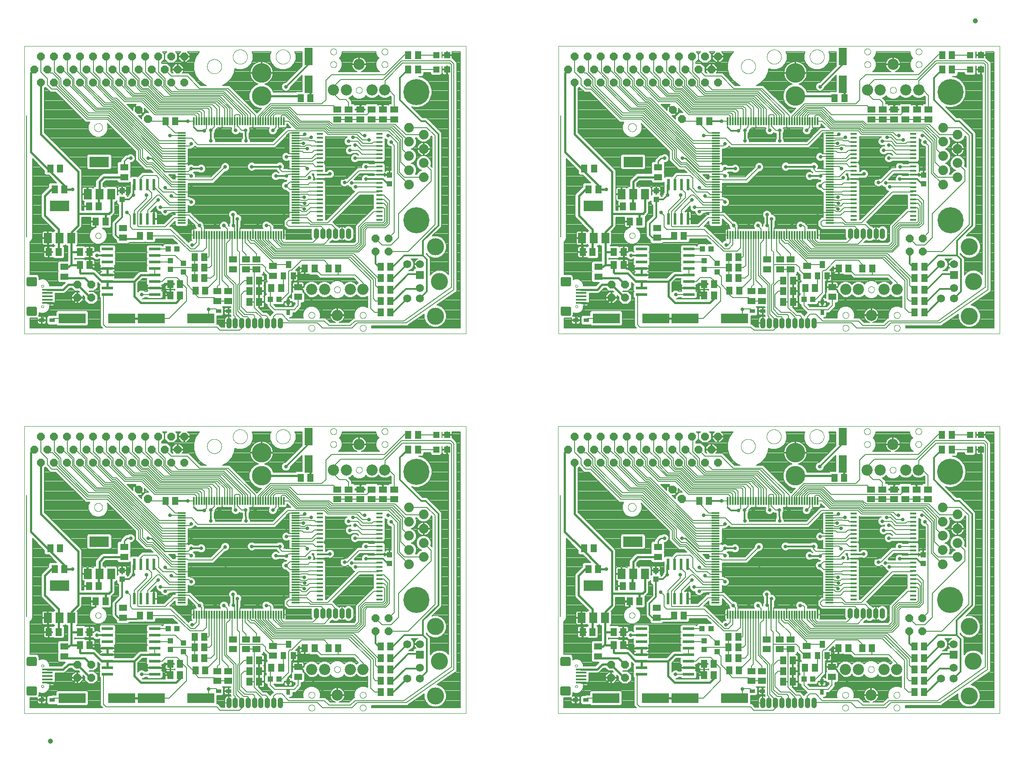
<source format=gtl>
G75*
%MOIN*%
%OFA0B0*%
%FSLAX25Y25*%
%IPPOS*%
%LPD*%
%AMOC8*
5,1,8,0,0,1.08239X$1,22.5*
%
%ADD10C,0.00000*%
%ADD11R,0.01181X0.06299*%
%ADD12R,0.06299X0.01181*%
%ADD13R,0.05118X0.01575*%
%ADD14R,0.03937X0.04331*%
%ADD15R,0.02400X0.08700*%
%ADD16R,0.05118X0.06299*%
%ADD17C,0.08600*%
%ADD18R,0.03937X0.05512*%
%ADD19R,0.06299X0.05118*%
%ADD20R,0.05906X0.05118*%
%ADD21R,0.04331X0.03937*%
%ADD22R,0.05900X0.07900*%
%ADD23R,0.15000X0.07900*%
%ADD24R,0.05118X0.05906*%
%ADD25C,0.07400*%
%ADD26C,0.20000*%
%ADD27R,0.08661X0.02362*%
%ADD28R,0.21000X0.07600*%
%ADD29R,0.06299X0.13780*%
%ADD30R,0.04724X0.04724*%
%ADD31C,0.03969*%
%ADD32OC8,0.06000*%
%ADD33C,0.01200*%
%ADD34R,0.06200X0.06200*%
%ADD35C,0.06200*%
%ADD36C,0.13100*%
%ADD37R,0.03150X0.03937*%
%ADD38R,0.03937X0.03150*%
%ADD39R,0.08300X0.01600*%
%ADD40R,0.07050X0.07050*%
%ADD41C,0.02233*%
%ADD42C,0.00500*%
%ADD43C,0.15000*%
%ADD44C,0.03937*%
%ADD45C,0.02800*%
%ADD46C,0.00800*%
%ADD47C,0.01600*%
%ADD48C,0.00700*%
%ADD49C,0.00900*%
%ADD50C,0.01000*%
D10*
X0004300Y0040375D02*
X0004300Y0260875D01*
X0342800Y0260875D01*
X0342800Y0040375D01*
X0004300Y0040375D01*
X0017300Y0061131D02*
X0017302Y0061190D01*
X0017308Y0061250D01*
X0017318Y0061308D01*
X0017331Y0061366D01*
X0017349Y0061423D01*
X0017370Y0061479D01*
X0017395Y0061533D01*
X0017423Y0061585D01*
X0017455Y0061636D01*
X0017490Y0061684D01*
X0017528Y0061730D01*
X0017569Y0061773D01*
X0017613Y0061813D01*
X0017659Y0061850D01*
X0017708Y0061884D01*
X0017759Y0061915D01*
X0017811Y0061943D01*
X0017866Y0061967D01*
X0017922Y0061987D01*
X0017979Y0062003D01*
X0018037Y0062016D01*
X0018096Y0062025D01*
X0018155Y0062030D01*
X0018215Y0062031D01*
X0018274Y0062028D01*
X0018333Y0062021D01*
X0018392Y0062010D01*
X0018450Y0061996D01*
X0018506Y0061977D01*
X0018562Y0061955D01*
X0018615Y0061930D01*
X0018667Y0061900D01*
X0018717Y0061868D01*
X0018764Y0061832D01*
X0018810Y0061793D01*
X0018852Y0061751D01*
X0018892Y0061707D01*
X0018928Y0061660D01*
X0018961Y0061611D01*
X0018992Y0061559D01*
X0019018Y0061506D01*
X0019041Y0061451D01*
X0019060Y0061395D01*
X0019076Y0061337D01*
X0019088Y0061279D01*
X0019096Y0061220D01*
X0019100Y0061161D01*
X0019100Y0061101D01*
X0019096Y0061042D01*
X0019088Y0060983D01*
X0019076Y0060925D01*
X0019060Y0060867D01*
X0019041Y0060811D01*
X0019018Y0060756D01*
X0018992Y0060703D01*
X0018961Y0060651D01*
X0018928Y0060602D01*
X0018892Y0060555D01*
X0018852Y0060511D01*
X0018810Y0060469D01*
X0018764Y0060430D01*
X0018717Y0060394D01*
X0018667Y0060362D01*
X0018615Y0060332D01*
X0018562Y0060307D01*
X0018506Y0060285D01*
X0018450Y0060266D01*
X0018392Y0060252D01*
X0018333Y0060241D01*
X0018274Y0060234D01*
X0018215Y0060231D01*
X0018155Y0060232D01*
X0018096Y0060237D01*
X0018037Y0060246D01*
X0017979Y0060259D01*
X0017922Y0060275D01*
X0017866Y0060295D01*
X0017811Y0060319D01*
X0017759Y0060347D01*
X0017708Y0060378D01*
X0017659Y0060412D01*
X0017613Y0060449D01*
X0017569Y0060489D01*
X0017528Y0060532D01*
X0017490Y0060578D01*
X0017455Y0060626D01*
X0017423Y0060677D01*
X0017395Y0060729D01*
X0017370Y0060783D01*
X0017349Y0060839D01*
X0017331Y0060896D01*
X0017318Y0060954D01*
X0017308Y0061012D01*
X0017302Y0061072D01*
X0017300Y0061131D01*
X0017300Y0076931D02*
X0017302Y0076990D01*
X0017308Y0077050D01*
X0017318Y0077108D01*
X0017331Y0077166D01*
X0017349Y0077223D01*
X0017370Y0077279D01*
X0017395Y0077333D01*
X0017423Y0077385D01*
X0017455Y0077436D01*
X0017490Y0077484D01*
X0017528Y0077530D01*
X0017569Y0077573D01*
X0017613Y0077613D01*
X0017659Y0077650D01*
X0017708Y0077684D01*
X0017759Y0077715D01*
X0017811Y0077743D01*
X0017866Y0077767D01*
X0017922Y0077787D01*
X0017979Y0077803D01*
X0018037Y0077816D01*
X0018096Y0077825D01*
X0018155Y0077830D01*
X0018215Y0077831D01*
X0018274Y0077828D01*
X0018333Y0077821D01*
X0018392Y0077810D01*
X0018450Y0077796D01*
X0018506Y0077777D01*
X0018562Y0077755D01*
X0018615Y0077730D01*
X0018667Y0077700D01*
X0018717Y0077668D01*
X0018764Y0077632D01*
X0018810Y0077593D01*
X0018852Y0077551D01*
X0018892Y0077507D01*
X0018928Y0077460D01*
X0018961Y0077411D01*
X0018992Y0077359D01*
X0019018Y0077306D01*
X0019041Y0077251D01*
X0019060Y0077195D01*
X0019076Y0077137D01*
X0019088Y0077079D01*
X0019096Y0077020D01*
X0019100Y0076961D01*
X0019100Y0076901D01*
X0019096Y0076842D01*
X0019088Y0076783D01*
X0019076Y0076725D01*
X0019060Y0076667D01*
X0019041Y0076611D01*
X0019018Y0076556D01*
X0018992Y0076503D01*
X0018961Y0076451D01*
X0018928Y0076402D01*
X0018892Y0076355D01*
X0018852Y0076311D01*
X0018810Y0076269D01*
X0018764Y0076230D01*
X0018717Y0076194D01*
X0018667Y0076162D01*
X0018615Y0076132D01*
X0018562Y0076107D01*
X0018506Y0076085D01*
X0018450Y0076066D01*
X0018392Y0076052D01*
X0018333Y0076041D01*
X0018274Y0076034D01*
X0018215Y0076031D01*
X0018155Y0076032D01*
X0018096Y0076037D01*
X0018037Y0076046D01*
X0017979Y0076059D01*
X0017922Y0076075D01*
X0017866Y0076095D01*
X0017811Y0076119D01*
X0017759Y0076147D01*
X0017708Y0076178D01*
X0017659Y0076212D01*
X0017613Y0076249D01*
X0017569Y0076289D01*
X0017528Y0076332D01*
X0017490Y0076378D01*
X0017455Y0076426D01*
X0017423Y0076477D01*
X0017395Y0076529D01*
X0017370Y0076583D01*
X0017349Y0076639D01*
X0017331Y0076696D01*
X0017318Y0076754D01*
X0017308Y0076812D01*
X0017302Y0076872D01*
X0017300Y0076931D01*
X0058760Y0115594D02*
X0058762Y0115687D01*
X0058768Y0115779D01*
X0058778Y0115871D01*
X0058792Y0115962D01*
X0058809Y0116053D01*
X0058831Y0116143D01*
X0058856Y0116232D01*
X0058885Y0116320D01*
X0058918Y0116406D01*
X0058955Y0116491D01*
X0058995Y0116575D01*
X0059039Y0116656D01*
X0059086Y0116736D01*
X0059136Y0116814D01*
X0059190Y0116889D01*
X0059247Y0116962D01*
X0059307Y0117032D01*
X0059370Y0117100D01*
X0059436Y0117165D01*
X0059504Y0117227D01*
X0059575Y0117287D01*
X0059649Y0117343D01*
X0059725Y0117396D01*
X0059803Y0117445D01*
X0059883Y0117492D01*
X0059965Y0117534D01*
X0060049Y0117574D01*
X0060134Y0117609D01*
X0060221Y0117641D01*
X0060309Y0117670D01*
X0060398Y0117694D01*
X0060488Y0117715D01*
X0060579Y0117731D01*
X0060671Y0117744D01*
X0060763Y0117753D01*
X0060856Y0117758D01*
X0060948Y0117759D01*
X0061041Y0117756D01*
X0061133Y0117749D01*
X0061225Y0117738D01*
X0061316Y0117723D01*
X0061407Y0117705D01*
X0061497Y0117682D01*
X0061585Y0117656D01*
X0061673Y0117626D01*
X0061759Y0117592D01*
X0061843Y0117555D01*
X0061926Y0117513D01*
X0062007Y0117469D01*
X0062087Y0117421D01*
X0062164Y0117370D01*
X0062238Y0117315D01*
X0062311Y0117257D01*
X0062381Y0117197D01*
X0062448Y0117133D01*
X0062512Y0117067D01*
X0062574Y0116997D01*
X0062632Y0116926D01*
X0062687Y0116852D01*
X0062739Y0116775D01*
X0062788Y0116696D01*
X0062834Y0116616D01*
X0062876Y0116533D01*
X0062914Y0116449D01*
X0062949Y0116363D01*
X0062980Y0116276D01*
X0063007Y0116188D01*
X0063030Y0116098D01*
X0063050Y0116008D01*
X0063066Y0115917D01*
X0063078Y0115825D01*
X0063086Y0115733D01*
X0063090Y0115640D01*
X0063090Y0115548D01*
X0063086Y0115455D01*
X0063078Y0115363D01*
X0063066Y0115271D01*
X0063050Y0115180D01*
X0063030Y0115090D01*
X0063007Y0115000D01*
X0062980Y0114912D01*
X0062949Y0114825D01*
X0062914Y0114739D01*
X0062876Y0114655D01*
X0062834Y0114572D01*
X0062788Y0114492D01*
X0062739Y0114413D01*
X0062687Y0114336D01*
X0062632Y0114262D01*
X0062574Y0114191D01*
X0062512Y0114121D01*
X0062448Y0114055D01*
X0062381Y0113991D01*
X0062311Y0113931D01*
X0062238Y0113873D01*
X0062164Y0113818D01*
X0062087Y0113767D01*
X0062008Y0113719D01*
X0061926Y0113675D01*
X0061843Y0113633D01*
X0061759Y0113596D01*
X0061673Y0113562D01*
X0061585Y0113532D01*
X0061497Y0113506D01*
X0061407Y0113483D01*
X0061316Y0113465D01*
X0061225Y0113450D01*
X0061133Y0113439D01*
X0061041Y0113432D01*
X0060948Y0113429D01*
X0060856Y0113430D01*
X0060763Y0113435D01*
X0060671Y0113444D01*
X0060579Y0113457D01*
X0060488Y0113473D01*
X0060398Y0113494D01*
X0060309Y0113518D01*
X0060221Y0113547D01*
X0060134Y0113579D01*
X0060049Y0113614D01*
X0059965Y0113654D01*
X0059883Y0113696D01*
X0059803Y0113743D01*
X0059725Y0113792D01*
X0059649Y0113845D01*
X0059575Y0113901D01*
X0059504Y0113961D01*
X0059436Y0114023D01*
X0059370Y0114088D01*
X0059307Y0114156D01*
X0059247Y0114226D01*
X0059190Y0114299D01*
X0059136Y0114374D01*
X0059086Y0114452D01*
X0059039Y0114532D01*
X0058995Y0114613D01*
X0058955Y0114697D01*
X0058918Y0114782D01*
X0058885Y0114868D01*
X0058856Y0114956D01*
X0058831Y0115045D01*
X0058809Y0115135D01*
X0058792Y0115226D01*
X0058778Y0115317D01*
X0058768Y0115409D01*
X0058762Y0115501D01*
X0058760Y0115594D01*
X0057775Y0198594D02*
X0057777Y0198706D01*
X0057783Y0198817D01*
X0057793Y0198929D01*
X0057807Y0199040D01*
X0057824Y0199150D01*
X0057846Y0199260D01*
X0057872Y0199369D01*
X0057901Y0199477D01*
X0057934Y0199583D01*
X0057971Y0199689D01*
X0058012Y0199793D01*
X0058057Y0199896D01*
X0058105Y0199997D01*
X0058156Y0200096D01*
X0058211Y0200193D01*
X0058270Y0200288D01*
X0058331Y0200382D01*
X0058396Y0200473D01*
X0058465Y0200561D01*
X0058536Y0200647D01*
X0058610Y0200731D01*
X0058688Y0200811D01*
X0058768Y0200889D01*
X0058851Y0200965D01*
X0058936Y0201037D01*
X0059024Y0201106D01*
X0059114Y0201172D01*
X0059207Y0201234D01*
X0059302Y0201294D01*
X0059399Y0201350D01*
X0059497Y0201402D01*
X0059598Y0201451D01*
X0059700Y0201496D01*
X0059804Y0201538D01*
X0059909Y0201576D01*
X0060016Y0201610D01*
X0060123Y0201640D01*
X0060232Y0201667D01*
X0060341Y0201689D01*
X0060452Y0201708D01*
X0060562Y0201723D01*
X0060674Y0201734D01*
X0060785Y0201741D01*
X0060897Y0201744D01*
X0061009Y0201743D01*
X0061121Y0201738D01*
X0061232Y0201729D01*
X0061343Y0201716D01*
X0061454Y0201699D01*
X0061564Y0201679D01*
X0061673Y0201654D01*
X0061781Y0201626D01*
X0061888Y0201593D01*
X0061994Y0201557D01*
X0062098Y0201517D01*
X0062201Y0201474D01*
X0062303Y0201427D01*
X0062402Y0201376D01*
X0062500Y0201322D01*
X0062596Y0201264D01*
X0062690Y0201203D01*
X0062781Y0201139D01*
X0062870Y0201072D01*
X0062957Y0201001D01*
X0063041Y0200927D01*
X0063123Y0200851D01*
X0063201Y0200771D01*
X0063277Y0200689D01*
X0063350Y0200604D01*
X0063420Y0200517D01*
X0063486Y0200427D01*
X0063550Y0200335D01*
X0063610Y0200241D01*
X0063667Y0200145D01*
X0063720Y0200046D01*
X0063770Y0199946D01*
X0063816Y0199845D01*
X0063859Y0199741D01*
X0063898Y0199636D01*
X0063933Y0199530D01*
X0063964Y0199423D01*
X0063992Y0199314D01*
X0064015Y0199205D01*
X0064035Y0199095D01*
X0064051Y0198984D01*
X0064063Y0198873D01*
X0064071Y0198762D01*
X0064075Y0198650D01*
X0064075Y0198538D01*
X0064071Y0198426D01*
X0064063Y0198315D01*
X0064051Y0198204D01*
X0064035Y0198093D01*
X0064015Y0197983D01*
X0063992Y0197874D01*
X0063964Y0197765D01*
X0063933Y0197658D01*
X0063898Y0197552D01*
X0063859Y0197447D01*
X0063816Y0197343D01*
X0063770Y0197242D01*
X0063720Y0197142D01*
X0063667Y0197043D01*
X0063610Y0196947D01*
X0063550Y0196853D01*
X0063486Y0196761D01*
X0063420Y0196671D01*
X0063350Y0196584D01*
X0063277Y0196499D01*
X0063201Y0196417D01*
X0063123Y0196337D01*
X0063041Y0196261D01*
X0062957Y0196187D01*
X0062870Y0196116D01*
X0062781Y0196049D01*
X0062690Y0195985D01*
X0062596Y0195924D01*
X0062500Y0195866D01*
X0062402Y0195812D01*
X0062303Y0195761D01*
X0062201Y0195714D01*
X0062098Y0195671D01*
X0061994Y0195631D01*
X0061888Y0195595D01*
X0061781Y0195562D01*
X0061673Y0195534D01*
X0061564Y0195509D01*
X0061454Y0195489D01*
X0061343Y0195472D01*
X0061232Y0195459D01*
X0061121Y0195450D01*
X0061009Y0195445D01*
X0060897Y0195444D01*
X0060785Y0195447D01*
X0060674Y0195454D01*
X0060562Y0195465D01*
X0060452Y0195480D01*
X0060341Y0195499D01*
X0060232Y0195521D01*
X0060123Y0195548D01*
X0060016Y0195578D01*
X0059909Y0195612D01*
X0059804Y0195650D01*
X0059700Y0195692D01*
X0059598Y0195737D01*
X0059497Y0195786D01*
X0059399Y0195838D01*
X0059302Y0195894D01*
X0059207Y0195954D01*
X0059114Y0196016D01*
X0059024Y0196082D01*
X0058936Y0196151D01*
X0058851Y0196223D01*
X0058768Y0196299D01*
X0058688Y0196377D01*
X0058610Y0196457D01*
X0058536Y0196541D01*
X0058465Y0196627D01*
X0058396Y0196715D01*
X0058331Y0196806D01*
X0058270Y0196900D01*
X0058211Y0196995D01*
X0058156Y0197092D01*
X0058105Y0197191D01*
X0058057Y0197292D01*
X0058012Y0197395D01*
X0057971Y0197499D01*
X0057934Y0197605D01*
X0057901Y0197711D01*
X0057872Y0197819D01*
X0057846Y0197928D01*
X0057824Y0198038D01*
X0057807Y0198148D01*
X0057793Y0198259D01*
X0057783Y0198371D01*
X0057777Y0198482D01*
X0057775Y0198594D01*
X0144413Y0245375D02*
X0144415Y0245523D01*
X0144421Y0245671D01*
X0144431Y0245819D01*
X0144445Y0245966D01*
X0144463Y0246113D01*
X0144484Y0246259D01*
X0144510Y0246405D01*
X0144540Y0246550D01*
X0144573Y0246694D01*
X0144611Y0246837D01*
X0144652Y0246979D01*
X0144697Y0247120D01*
X0144745Y0247260D01*
X0144798Y0247399D01*
X0144854Y0247536D01*
X0144914Y0247671D01*
X0144977Y0247805D01*
X0145044Y0247937D01*
X0145115Y0248067D01*
X0145189Y0248195D01*
X0145266Y0248321D01*
X0145347Y0248445D01*
X0145431Y0248567D01*
X0145518Y0248686D01*
X0145609Y0248803D01*
X0145703Y0248918D01*
X0145799Y0249030D01*
X0145899Y0249140D01*
X0146001Y0249246D01*
X0146107Y0249350D01*
X0146215Y0249451D01*
X0146326Y0249549D01*
X0146439Y0249645D01*
X0146555Y0249737D01*
X0146673Y0249826D01*
X0146794Y0249911D01*
X0146917Y0249994D01*
X0147042Y0250073D01*
X0147169Y0250149D01*
X0147298Y0250221D01*
X0147429Y0250290D01*
X0147562Y0250355D01*
X0147697Y0250416D01*
X0147833Y0250474D01*
X0147970Y0250529D01*
X0148109Y0250579D01*
X0148250Y0250626D01*
X0148391Y0250669D01*
X0148534Y0250709D01*
X0148678Y0250744D01*
X0148822Y0250776D01*
X0148968Y0250803D01*
X0149114Y0250827D01*
X0149261Y0250847D01*
X0149408Y0250863D01*
X0149555Y0250875D01*
X0149703Y0250883D01*
X0149851Y0250887D01*
X0149999Y0250887D01*
X0150147Y0250883D01*
X0150295Y0250875D01*
X0150442Y0250863D01*
X0150589Y0250847D01*
X0150736Y0250827D01*
X0150882Y0250803D01*
X0151028Y0250776D01*
X0151172Y0250744D01*
X0151316Y0250709D01*
X0151459Y0250669D01*
X0151600Y0250626D01*
X0151741Y0250579D01*
X0151880Y0250529D01*
X0152017Y0250474D01*
X0152153Y0250416D01*
X0152288Y0250355D01*
X0152421Y0250290D01*
X0152552Y0250221D01*
X0152681Y0250149D01*
X0152808Y0250073D01*
X0152933Y0249994D01*
X0153056Y0249911D01*
X0153177Y0249826D01*
X0153295Y0249737D01*
X0153411Y0249645D01*
X0153524Y0249549D01*
X0153635Y0249451D01*
X0153743Y0249350D01*
X0153849Y0249246D01*
X0153951Y0249140D01*
X0154051Y0249030D01*
X0154147Y0248918D01*
X0154241Y0248803D01*
X0154332Y0248686D01*
X0154419Y0248567D01*
X0154503Y0248445D01*
X0154584Y0248321D01*
X0154661Y0248195D01*
X0154735Y0248067D01*
X0154806Y0247937D01*
X0154873Y0247805D01*
X0154936Y0247671D01*
X0154996Y0247536D01*
X0155052Y0247399D01*
X0155105Y0247260D01*
X0155153Y0247120D01*
X0155198Y0246979D01*
X0155239Y0246837D01*
X0155277Y0246694D01*
X0155310Y0246550D01*
X0155340Y0246405D01*
X0155366Y0246259D01*
X0155387Y0246113D01*
X0155405Y0245966D01*
X0155419Y0245819D01*
X0155429Y0245671D01*
X0155435Y0245523D01*
X0155437Y0245375D01*
X0155435Y0245227D01*
X0155429Y0245079D01*
X0155419Y0244931D01*
X0155405Y0244784D01*
X0155387Y0244637D01*
X0155366Y0244491D01*
X0155340Y0244345D01*
X0155310Y0244200D01*
X0155277Y0244056D01*
X0155239Y0243913D01*
X0155198Y0243771D01*
X0155153Y0243630D01*
X0155105Y0243490D01*
X0155052Y0243351D01*
X0154996Y0243214D01*
X0154936Y0243079D01*
X0154873Y0242945D01*
X0154806Y0242813D01*
X0154735Y0242683D01*
X0154661Y0242555D01*
X0154584Y0242429D01*
X0154503Y0242305D01*
X0154419Y0242183D01*
X0154332Y0242064D01*
X0154241Y0241947D01*
X0154147Y0241832D01*
X0154051Y0241720D01*
X0153951Y0241610D01*
X0153849Y0241504D01*
X0153743Y0241400D01*
X0153635Y0241299D01*
X0153524Y0241201D01*
X0153411Y0241105D01*
X0153295Y0241013D01*
X0153177Y0240924D01*
X0153056Y0240839D01*
X0152933Y0240756D01*
X0152808Y0240677D01*
X0152681Y0240601D01*
X0152552Y0240529D01*
X0152421Y0240460D01*
X0152288Y0240395D01*
X0152153Y0240334D01*
X0152017Y0240276D01*
X0151880Y0240221D01*
X0151741Y0240171D01*
X0151600Y0240124D01*
X0151459Y0240081D01*
X0151316Y0240041D01*
X0151172Y0240006D01*
X0151028Y0239974D01*
X0150882Y0239947D01*
X0150736Y0239923D01*
X0150589Y0239903D01*
X0150442Y0239887D01*
X0150295Y0239875D01*
X0150147Y0239867D01*
X0149999Y0239863D01*
X0149851Y0239863D01*
X0149703Y0239867D01*
X0149555Y0239875D01*
X0149408Y0239887D01*
X0149261Y0239903D01*
X0149114Y0239923D01*
X0148968Y0239947D01*
X0148822Y0239974D01*
X0148678Y0240006D01*
X0148534Y0240041D01*
X0148391Y0240081D01*
X0148250Y0240124D01*
X0148109Y0240171D01*
X0147970Y0240221D01*
X0147833Y0240276D01*
X0147697Y0240334D01*
X0147562Y0240395D01*
X0147429Y0240460D01*
X0147298Y0240529D01*
X0147169Y0240601D01*
X0147042Y0240677D01*
X0146917Y0240756D01*
X0146794Y0240839D01*
X0146673Y0240924D01*
X0146555Y0241013D01*
X0146439Y0241105D01*
X0146326Y0241201D01*
X0146215Y0241299D01*
X0146107Y0241400D01*
X0146001Y0241504D01*
X0145899Y0241610D01*
X0145799Y0241720D01*
X0145703Y0241832D01*
X0145609Y0241947D01*
X0145518Y0242064D01*
X0145431Y0242183D01*
X0145347Y0242305D01*
X0145266Y0242429D01*
X0145189Y0242555D01*
X0145115Y0242683D01*
X0145044Y0242813D01*
X0144977Y0242945D01*
X0144914Y0243079D01*
X0144854Y0243214D01*
X0144798Y0243351D01*
X0144745Y0243490D01*
X0144697Y0243630D01*
X0144652Y0243771D01*
X0144611Y0243913D01*
X0144573Y0244056D01*
X0144540Y0244200D01*
X0144510Y0244345D01*
X0144484Y0244491D01*
X0144463Y0244637D01*
X0144445Y0244784D01*
X0144431Y0244931D01*
X0144421Y0245079D01*
X0144415Y0245227D01*
X0144413Y0245375D01*
X0164226Y0252777D02*
X0164228Y0252925D01*
X0164234Y0253073D01*
X0164244Y0253221D01*
X0164258Y0253368D01*
X0164276Y0253515D01*
X0164297Y0253661D01*
X0164323Y0253807D01*
X0164353Y0253952D01*
X0164386Y0254096D01*
X0164424Y0254239D01*
X0164465Y0254381D01*
X0164510Y0254522D01*
X0164558Y0254662D01*
X0164611Y0254801D01*
X0164667Y0254938D01*
X0164727Y0255073D01*
X0164790Y0255207D01*
X0164857Y0255339D01*
X0164928Y0255469D01*
X0165002Y0255597D01*
X0165079Y0255723D01*
X0165160Y0255847D01*
X0165244Y0255969D01*
X0165331Y0256088D01*
X0165422Y0256205D01*
X0165516Y0256320D01*
X0165612Y0256432D01*
X0165712Y0256542D01*
X0165814Y0256648D01*
X0165920Y0256752D01*
X0166028Y0256853D01*
X0166139Y0256951D01*
X0166252Y0257047D01*
X0166368Y0257139D01*
X0166486Y0257228D01*
X0166607Y0257313D01*
X0166730Y0257396D01*
X0166855Y0257475D01*
X0166982Y0257551D01*
X0167111Y0257623D01*
X0167242Y0257692D01*
X0167375Y0257757D01*
X0167510Y0257818D01*
X0167646Y0257876D01*
X0167783Y0257931D01*
X0167922Y0257981D01*
X0168063Y0258028D01*
X0168204Y0258071D01*
X0168347Y0258111D01*
X0168491Y0258146D01*
X0168635Y0258178D01*
X0168781Y0258205D01*
X0168927Y0258229D01*
X0169074Y0258249D01*
X0169221Y0258265D01*
X0169368Y0258277D01*
X0169516Y0258285D01*
X0169664Y0258289D01*
X0169812Y0258289D01*
X0169960Y0258285D01*
X0170108Y0258277D01*
X0170255Y0258265D01*
X0170402Y0258249D01*
X0170549Y0258229D01*
X0170695Y0258205D01*
X0170841Y0258178D01*
X0170985Y0258146D01*
X0171129Y0258111D01*
X0171272Y0258071D01*
X0171413Y0258028D01*
X0171554Y0257981D01*
X0171693Y0257931D01*
X0171830Y0257876D01*
X0171966Y0257818D01*
X0172101Y0257757D01*
X0172234Y0257692D01*
X0172365Y0257623D01*
X0172494Y0257551D01*
X0172621Y0257475D01*
X0172746Y0257396D01*
X0172869Y0257313D01*
X0172990Y0257228D01*
X0173108Y0257139D01*
X0173224Y0257047D01*
X0173337Y0256951D01*
X0173448Y0256853D01*
X0173556Y0256752D01*
X0173662Y0256648D01*
X0173764Y0256542D01*
X0173864Y0256432D01*
X0173960Y0256320D01*
X0174054Y0256205D01*
X0174145Y0256088D01*
X0174232Y0255969D01*
X0174316Y0255847D01*
X0174397Y0255723D01*
X0174474Y0255597D01*
X0174548Y0255469D01*
X0174619Y0255339D01*
X0174686Y0255207D01*
X0174749Y0255073D01*
X0174809Y0254938D01*
X0174865Y0254801D01*
X0174918Y0254662D01*
X0174966Y0254522D01*
X0175011Y0254381D01*
X0175052Y0254239D01*
X0175090Y0254096D01*
X0175123Y0253952D01*
X0175153Y0253807D01*
X0175179Y0253661D01*
X0175200Y0253515D01*
X0175218Y0253368D01*
X0175232Y0253221D01*
X0175242Y0253073D01*
X0175248Y0252925D01*
X0175250Y0252777D01*
X0175248Y0252629D01*
X0175242Y0252481D01*
X0175232Y0252333D01*
X0175218Y0252186D01*
X0175200Y0252039D01*
X0175179Y0251893D01*
X0175153Y0251747D01*
X0175123Y0251602D01*
X0175090Y0251458D01*
X0175052Y0251315D01*
X0175011Y0251173D01*
X0174966Y0251032D01*
X0174918Y0250892D01*
X0174865Y0250753D01*
X0174809Y0250616D01*
X0174749Y0250481D01*
X0174686Y0250347D01*
X0174619Y0250215D01*
X0174548Y0250085D01*
X0174474Y0249957D01*
X0174397Y0249831D01*
X0174316Y0249707D01*
X0174232Y0249585D01*
X0174145Y0249466D01*
X0174054Y0249349D01*
X0173960Y0249234D01*
X0173864Y0249122D01*
X0173764Y0249012D01*
X0173662Y0248906D01*
X0173556Y0248802D01*
X0173448Y0248701D01*
X0173337Y0248603D01*
X0173224Y0248507D01*
X0173108Y0248415D01*
X0172990Y0248326D01*
X0172869Y0248241D01*
X0172746Y0248158D01*
X0172621Y0248079D01*
X0172494Y0248003D01*
X0172365Y0247931D01*
X0172234Y0247862D01*
X0172101Y0247797D01*
X0171966Y0247736D01*
X0171830Y0247678D01*
X0171693Y0247623D01*
X0171554Y0247573D01*
X0171413Y0247526D01*
X0171272Y0247483D01*
X0171129Y0247443D01*
X0170985Y0247408D01*
X0170841Y0247376D01*
X0170695Y0247349D01*
X0170549Y0247325D01*
X0170402Y0247305D01*
X0170255Y0247289D01*
X0170108Y0247277D01*
X0169960Y0247269D01*
X0169812Y0247265D01*
X0169664Y0247265D01*
X0169516Y0247269D01*
X0169368Y0247277D01*
X0169221Y0247289D01*
X0169074Y0247305D01*
X0168927Y0247325D01*
X0168781Y0247349D01*
X0168635Y0247376D01*
X0168491Y0247408D01*
X0168347Y0247443D01*
X0168204Y0247483D01*
X0168063Y0247526D01*
X0167922Y0247573D01*
X0167783Y0247623D01*
X0167646Y0247678D01*
X0167510Y0247736D01*
X0167375Y0247797D01*
X0167242Y0247862D01*
X0167111Y0247931D01*
X0166982Y0248003D01*
X0166855Y0248079D01*
X0166730Y0248158D01*
X0166607Y0248241D01*
X0166486Y0248326D01*
X0166368Y0248415D01*
X0166252Y0248507D01*
X0166139Y0248603D01*
X0166028Y0248701D01*
X0165920Y0248802D01*
X0165814Y0248906D01*
X0165712Y0249012D01*
X0165612Y0249122D01*
X0165516Y0249234D01*
X0165422Y0249349D01*
X0165331Y0249466D01*
X0165244Y0249585D01*
X0165160Y0249707D01*
X0165079Y0249831D01*
X0165002Y0249957D01*
X0164928Y0250085D01*
X0164857Y0250215D01*
X0164790Y0250347D01*
X0164727Y0250481D01*
X0164667Y0250616D01*
X0164611Y0250753D01*
X0164558Y0250892D01*
X0164510Y0251032D01*
X0164465Y0251173D01*
X0164424Y0251315D01*
X0164386Y0251458D01*
X0164353Y0251602D01*
X0164323Y0251747D01*
X0164297Y0251893D01*
X0164276Y0252039D01*
X0164258Y0252186D01*
X0164244Y0252333D01*
X0164234Y0252481D01*
X0164228Y0252629D01*
X0164226Y0252777D01*
X0197100Y0252777D02*
X0197102Y0252925D01*
X0197108Y0253073D01*
X0197118Y0253221D01*
X0197132Y0253368D01*
X0197150Y0253515D01*
X0197171Y0253661D01*
X0197197Y0253807D01*
X0197227Y0253952D01*
X0197260Y0254096D01*
X0197298Y0254239D01*
X0197339Y0254381D01*
X0197384Y0254522D01*
X0197432Y0254662D01*
X0197485Y0254801D01*
X0197541Y0254938D01*
X0197601Y0255073D01*
X0197664Y0255207D01*
X0197731Y0255339D01*
X0197802Y0255469D01*
X0197876Y0255597D01*
X0197953Y0255723D01*
X0198034Y0255847D01*
X0198118Y0255969D01*
X0198205Y0256088D01*
X0198296Y0256205D01*
X0198390Y0256320D01*
X0198486Y0256432D01*
X0198586Y0256542D01*
X0198688Y0256648D01*
X0198794Y0256752D01*
X0198902Y0256853D01*
X0199013Y0256951D01*
X0199126Y0257047D01*
X0199242Y0257139D01*
X0199360Y0257228D01*
X0199481Y0257313D01*
X0199604Y0257396D01*
X0199729Y0257475D01*
X0199856Y0257551D01*
X0199985Y0257623D01*
X0200116Y0257692D01*
X0200249Y0257757D01*
X0200384Y0257818D01*
X0200520Y0257876D01*
X0200657Y0257931D01*
X0200796Y0257981D01*
X0200937Y0258028D01*
X0201078Y0258071D01*
X0201221Y0258111D01*
X0201365Y0258146D01*
X0201509Y0258178D01*
X0201655Y0258205D01*
X0201801Y0258229D01*
X0201948Y0258249D01*
X0202095Y0258265D01*
X0202242Y0258277D01*
X0202390Y0258285D01*
X0202538Y0258289D01*
X0202686Y0258289D01*
X0202834Y0258285D01*
X0202982Y0258277D01*
X0203129Y0258265D01*
X0203276Y0258249D01*
X0203423Y0258229D01*
X0203569Y0258205D01*
X0203715Y0258178D01*
X0203859Y0258146D01*
X0204003Y0258111D01*
X0204146Y0258071D01*
X0204287Y0258028D01*
X0204428Y0257981D01*
X0204567Y0257931D01*
X0204704Y0257876D01*
X0204840Y0257818D01*
X0204975Y0257757D01*
X0205108Y0257692D01*
X0205239Y0257623D01*
X0205368Y0257551D01*
X0205495Y0257475D01*
X0205620Y0257396D01*
X0205743Y0257313D01*
X0205864Y0257228D01*
X0205982Y0257139D01*
X0206098Y0257047D01*
X0206211Y0256951D01*
X0206322Y0256853D01*
X0206430Y0256752D01*
X0206536Y0256648D01*
X0206638Y0256542D01*
X0206738Y0256432D01*
X0206834Y0256320D01*
X0206928Y0256205D01*
X0207019Y0256088D01*
X0207106Y0255969D01*
X0207190Y0255847D01*
X0207271Y0255723D01*
X0207348Y0255597D01*
X0207422Y0255469D01*
X0207493Y0255339D01*
X0207560Y0255207D01*
X0207623Y0255073D01*
X0207683Y0254938D01*
X0207739Y0254801D01*
X0207792Y0254662D01*
X0207840Y0254522D01*
X0207885Y0254381D01*
X0207926Y0254239D01*
X0207964Y0254096D01*
X0207997Y0253952D01*
X0208027Y0253807D01*
X0208053Y0253661D01*
X0208074Y0253515D01*
X0208092Y0253368D01*
X0208106Y0253221D01*
X0208116Y0253073D01*
X0208122Y0252925D01*
X0208124Y0252777D01*
X0208122Y0252629D01*
X0208116Y0252481D01*
X0208106Y0252333D01*
X0208092Y0252186D01*
X0208074Y0252039D01*
X0208053Y0251893D01*
X0208027Y0251747D01*
X0207997Y0251602D01*
X0207964Y0251458D01*
X0207926Y0251315D01*
X0207885Y0251173D01*
X0207840Y0251032D01*
X0207792Y0250892D01*
X0207739Y0250753D01*
X0207683Y0250616D01*
X0207623Y0250481D01*
X0207560Y0250347D01*
X0207493Y0250215D01*
X0207422Y0250085D01*
X0207348Y0249957D01*
X0207271Y0249831D01*
X0207190Y0249707D01*
X0207106Y0249585D01*
X0207019Y0249466D01*
X0206928Y0249349D01*
X0206834Y0249234D01*
X0206738Y0249122D01*
X0206638Y0249012D01*
X0206536Y0248906D01*
X0206430Y0248802D01*
X0206322Y0248701D01*
X0206211Y0248603D01*
X0206098Y0248507D01*
X0205982Y0248415D01*
X0205864Y0248326D01*
X0205743Y0248241D01*
X0205620Y0248158D01*
X0205495Y0248079D01*
X0205368Y0248003D01*
X0205239Y0247931D01*
X0205108Y0247862D01*
X0204975Y0247797D01*
X0204840Y0247736D01*
X0204704Y0247678D01*
X0204567Y0247623D01*
X0204428Y0247573D01*
X0204287Y0247526D01*
X0204146Y0247483D01*
X0204003Y0247443D01*
X0203859Y0247408D01*
X0203715Y0247376D01*
X0203569Y0247349D01*
X0203423Y0247325D01*
X0203276Y0247305D01*
X0203129Y0247289D01*
X0202982Y0247277D01*
X0202834Y0247269D01*
X0202686Y0247265D01*
X0202538Y0247265D01*
X0202390Y0247269D01*
X0202242Y0247277D01*
X0202095Y0247289D01*
X0201948Y0247305D01*
X0201801Y0247325D01*
X0201655Y0247349D01*
X0201509Y0247376D01*
X0201365Y0247408D01*
X0201221Y0247443D01*
X0201078Y0247483D01*
X0200937Y0247526D01*
X0200796Y0247573D01*
X0200657Y0247623D01*
X0200520Y0247678D01*
X0200384Y0247736D01*
X0200249Y0247797D01*
X0200116Y0247862D01*
X0199985Y0247931D01*
X0199856Y0248003D01*
X0199729Y0248079D01*
X0199604Y0248158D01*
X0199481Y0248241D01*
X0199360Y0248326D01*
X0199242Y0248415D01*
X0199126Y0248507D01*
X0199013Y0248603D01*
X0198902Y0248701D01*
X0198794Y0248802D01*
X0198688Y0248906D01*
X0198586Y0249012D01*
X0198486Y0249122D01*
X0198390Y0249234D01*
X0198296Y0249349D01*
X0198205Y0249466D01*
X0198118Y0249585D01*
X0198034Y0249707D01*
X0197953Y0249831D01*
X0197876Y0249957D01*
X0197802Y0250085D01*
X0197731Y0250215D01*
X0197664Y0250347D01*
X0197601Y0250481D01*
X0197541Y0250616D01*
X0197485Y0250753D01*
X0197432Y0250892D01*
X0197384Y0251032D01*
X0197339Y0251173D01*
X0197298Y0251315D01*
X0197260Y0251458D01*
X0197227Y0251602D01*
X0197197Y0251747D01*
X0197171Y0251893D01*
X0197150Y0252039D01*
X0197132Y0252186D01*
X0197118Y0252333D01*
X0197108Y0252481D01*
X0197102Y0252629D01*
X0197100Y0252777D01*
X0238972Y0256718D02*
X0238974Y0256815D01*
X0238980Y0256912D01*
X0238990Y0257008D01*
X0239004Y0257104D01*
X0239022Y0257200D01*
X0239043Y0257294D01*
X0239069Y0257388D01*
X0239098Y0257480D01*
X0239132Y0257571D01*
X0239168Y0257661D01*
X0239209Y0257749D01*
X0239253Y0257835D01*
X0239301Y0257920D01*
X0239352Y0258002D01*
X0239406Y0258083D01*
X0239464Y0258161D01*
X0239525Y0258236D01*
X0239588Y0258309D01*
X0239655Y0258380D01*
X0239725Y0258447D01*
X0239797Y0258512D01*
X0239872Y0258573D01*
X0239950Y0258632D01*
X0240029Y0258687D01*
X0240111Y0258739D01*
X0240195Y0258787D01*
X0240281Y0258832D01*
X0240369Y0258874D01*
X0240458Y0258912D01*
X0240549Y0258946D01*
X0240641Y0258976D01*
X0240734Y0259003D01*
X0240829Y0259025D01*
X0240924Y0259044D01*
X0241020Y0259059D01*
X0241116Y0259070D01*
X0241213Y0259077D01*
X0241310Y0259080D01*
X0241407Y0259079D01*
X0241504Y0259074D01*
X0241600Y0259065D01*
X0241696Y0259052D01*
X0241792Y0259035D01*
X0241887Y0259014D01*
X0241980Y0258990D01*
X0242073Y0258961D01*
X0242165Y0258929D01*
X0242255Y0258893D01*
X0242343Y0258854D01*
X0242430Y0258810D01*
X0242515Y0258764D01*
X0242598Y0258713D01*
X0242679Y0258660D01*
X0242757Y0258603D01*
X0242834Y0258543D01*
X0242907Y0258480D01*
X0242978Y0258414D01*
X0243046Y0258345D01*
X0243112Y0258273D01*
X0243174Y0258199D01*
X0243233Y0258122D01*
X0243289Y0258043D01*
X0243342Y0257961D01*
X0243392Y0257878D01*
X0243437Y0257792D01*
X0243480Y0257705D01*
X0243519Y0257616D01*
X0243554Y0257526D01*
X0243585Y0257434D01*
X0243612Y0257341D01*
X0243636Y0257247D01*
X0243656Y0257152D01*
X0243672Y0257056D01*
X0243684Y0256960D01*
X0243692Y0256863D01*
X0243696Y0256766D01*
X0243696Y0256670D01*
X0243692Y0256573D01*
X0243684Y0256476D01*
X0243672Y0256380D01*
X0243656Y0256284D01*
X0243636Y0256189D01*
X0243612Y0256095D01*
X0243585Y0256002D01*
X0243554Y0255910D01*
X0243519Y0255820D01*
X0243480Y0255731D01*
X0243437Y0255644D01*
X0243392Y0255558D01*
X0243342Y0255475D01*
X0243289Y0255393D01*
X0243233Y0255314D01*
X0243174Y0255237D01*
X0243112Y0255163D01*
X0243046Y0255091D01*
X0242978Y0255022D01*
X0242907Y0254956D01*
X0242834Y0254893D01*
X0242757Y0254833D01*
X0242679Y0254776D01*
X0242598Y0254723D01*
X0242515Y0254672D01*
X0242430Y0254626D01*
X0242343Y0254582D01*
X0242255Y0254543D01*
X0242165Y0254507D01*
X0242073Y0254475D01*
X0241980Y0254446D01*
X0241887Y0254422D01*
X0241792Y0254401D01*
X0241696Y0254384D01*
X0241600Y0254371D01*
X0241504Y0254362D01*
X0241407Y0254357D01*
X0241310Y0254356D01*
X0241213Y0254359D01*
X0241116Y0254366D01*
X0241020Y0254377D01*
X0240924Y0254392D01*
X0240829Y0254411D01*
X0240734Y0254433D01*
X0240641Y0254460D01*
X0240549Y0254490D01*
X0240458Y0254524D01*
X0240369Y0254562D01*
X0240281Y0254604D01*
X0240195Y0254649D01*
X0240111Y0254697D01*
X0240029Y0254749D01*
X0239950Y0254804D01*
X0239872Y0254863D01*
X0239797Y0254924D01*
X0239725Y0254989D01*
X0239655Y0255056D01*
X0239588Y0255127D01*
X0239525Y0255200D01*
X0239464Y0255275D01*
X0239406Y0255353D01*
X0239352Y0255434D01*
X0239301Y0255516D01*
X0239253Y0255601D01*
X0239209Y0255687D01*
X0239168Y0255775D01*
X0239132Y0255865D01*
X0239098Y0255956D01*
X0239069Y0256048D01*
X0239043Y0256142D01*
X0239022Y0256236D01*
X0239004Y0256332D01*
X0238990Y0256428D01*
X0238980Y0256524D01*
X0238974Y0256621D01*
X0238972Y0256718D01*
X0238972Y0246875D02*
X0238974Y0246972D01*
X0238980Y0247069D01*
X0238990Y0247165D01*
X0239004Y0247261D01*
X0239022Y0247357D01*
X0239043Y0247451D01*
X0239069Y0247545D01*
X0239098Y0247637D01*
X0239132Y0247728D01*
X0239168Y0247818D01*
X0239209Y0247906D01*
X0239253Y0247992D01*
X0239301Y0248077D01*
X0239352Y0248159D01*
X0239406Y0248240D01*
X0239464Y0248318D01*
X0239525Y0248393D01*
X0239588Y0248466D01*
X0239655Y0248537D01*
X0239725Y0248604D01*
X0239797Y0248669D01*
X0239872Y0248730D01*
X0239950Y0248789D01*
X0240029Y0248844D01*
X0240111Y0248896D01*
X0240195Y0248944D01*
X0240281Y0248989D01*
X0240369Y0249031D01*
X0240458Y0249069D01*
X0240549Y0249103D01*
X0240641Y0249133D01*
X0240734Y0249160D01*
X0240829Y0249182D01*
X0240924Y0249201D01*
X0241020Y0249216D01*
X0241116Y0249227D01*
X0241213Y0249234D01*
X0241310Y0249237D01*
X0241407Y0249236D01*
X0241504Y0249231D01*
X0241600Y0249222D01*
X0241696Y0249209D01*
X0241792Y0249192D01*
X0241887Y0249171D01*
X0241980Y0249147D01*
X0242073Y0249118D01*
X0242165Y0249086D01*
X0242255Y0249050D01*
X0242343Y0249011D01*
X0242430Y0248967D01*
X0242515Y0248921D01*
X0242598Y0248870D01*
X0242679Y0248817D01*
X0242757Y0248760D01*
X0242834Y0248700D01*
X0242907Y0248637D01*
X0242978Y0248571D01*
X0243046Y0248502D01*
X0243112Y0248430D01*
X0243174Y0248356D01*
X0243233Y0248279D01*
X0243289Y0248200D01*
X0243342Y0248118D01*
X0243392Y0248035D01*
X0243437Y0247949D01*
X0243480Y0247862D01*
X0243519Y0247773D01*
X0243554Y0247683D01*
X0243585Y0247591D01*
X0243612Y0247498D01*
X0243636Y0247404D01*
X0243656Y0247309D01*
X0243672Y0247213D01*
X0243684Y0247117D01*
X0243692Y0247020D01*
X0243696Y0246923D01*
X0243696Y0246827D01*
X0243692Y0246730D01*
X0243684Y0246633D01*
X0243672Y0246537D01*
X0243656Y0246441D01*
X0243636Y0246346D01*
X0243612Y0246252D01*
X0243585Y0246159D01*
X0243554Y0246067D01*
X0243519Y0245977D01*
X0243480Y0245888D01*
X0243437Y0245801D01*
X0243392Y0245715D01*
X0243342Y0245632D01*
X0243289Y0245550D01*
X0243233Y0245471D01*
X0243174Y0245394D01*
X0243112Y0245320D01*
X0243046Y0245248D01*
X0242978Y0245179D01*
X0242907Y0245113D01*
X0242834Y0245050D01*
X0242757Y0244990D01*
X0242679Y0244933D01*
X0242598Y0244880D01*
X0242515Y0244829D01*
X0242430Y0244783D01*
X0242343Y0244739D01*
X0242255Y0244700D01*
X0242165Y0244664D01*
X0242073Y0244632D01*
X0241980Y0244603D01*
X0241887Y0244579D01*
X0241792Y0244558D01*
X0241696Y0244541D01*
X0241600Y0244528D01*
X0241504Y0244519D01*
X0241407Y0244514D01*
X0241310Y0244513D01*
X0241213Y0244516D01*
X0241116Y0244523D01*
X0241020Y0244534D01*
X0240924Y0244549D01*
X0240829Y0244568D01*
X0240734Y0244590D01*
X0240641Y0244617D01*
X0240549Y0244647D01*
X0240458Y0244681D01*
X0240369Y0244719D01*
X0240281Y0244761D01*
X0240195Y0244806D01*
X0240111Y0244854D01*
X0240029Y0244906D01*
X0239950Y0244961D01*
X0239872Y0245020D01*
X0239797Y0245081D01*
X0239725Y0245146D01*
X0239655Y0245213D01*
X0239588Y0245284D01*
X0239525Y0245357D01*
X0239464Y0245432D01*
X0239406Y0245510D01*
X0239352Y0245591D01*
X0239301Y0245673D01*
X0239253Y0245758D01*
X0239209Y0245844D01*
X0239168Y0245932D01*
X0239132Y0246022D01*
X0239098Y0246113D01*
X0239069Y0246205D01*
X0239043Y0246299D01*
X0239022Y0246393D01*
X0239004Y0246489D01*
X0238990Y0246585D01*
X0238980Y0246681D01*
X0238974Y0246778D01*
X0238972Y0246875D01*
X0258657Y0227190D02*
X0258659Y0227287D01*
X0258665Y0227384D01*
X0258675Y0227480D01*
X0258689Y0227576D01*
X0258707Y0227672D01*
X0258728Y0227766D01*
X0258754Y0227860D01*
X0258783Y0227952D01*
X0258817Y0228043D01*
X0258853Y0228133D01*
X0258894Y0228221D01*
X0258938Y0228307D01*
X0258986Y0228392D01*
X0259037Y0228474D01*
X0259091Y0228555D01*
X0259149Y0228633D01*
X0259210Y0228708D01*
X0259273Y0228781D01*
X0259340Y0228852D01*
X0259410Y0228919D01*
X0259482Y0228984D01*
X0259557Y0229045D01*
X0259635Y0229104D01*
X0259714Y0229159D01*
X0259796Y0229211D01*
X0259880Y0229259D01*
X0259966Y0229304D01*
X0260054Y0229346D01*
X0260143Y0229384D01*
X0260234Y0229418D01*
X0260326Y0229448D01*
X0260419Y0229475D01*
X0260514Y0229497D01*
X0260609Y0229516D01*
X0260705Y0229531D01*
X0260801Y0229542D01*
X0260898Y0229549D01*
X0260995Y0229552D01*
X0261092Y0229551D01*
X0261189Y0229546D01*
X0261285Y0229537D01*
X0261381Y0229524D01*
X0261477Y0229507D01*
X0261572Y0229486D01*
X0261665Y0229462D01*
X0261758Y0229433D01*
X0261850Y0229401D01*
X0261940Y0229365D01*
X0262028Y0229326D01*
X0262115Y0229282D01*
X0262200Y0229236D01*
X0262283Y0229185D01*
X0262364Y0229132D01*
X0262442Y0229075D01*
X0262519Y0229015D01*
X0262592Y0228952D01*
X0262663Y0228886D01*
X0262731Y0228817D01*
X0262797Y0228745D01*
X0262859Y0228671D01*
X0262918Y0228594D01*
X0262974Y0228515D01*
X0263027Y0228433D01*
X0263077Y0228350D01*
X0263122Y0228264D01*
X0263165Y0228177D01*
X0263204Y0228088D01*
X0263239Y0227998D01*
X0263270Y0227906D01*
X0263297Y0227813D01*
X0263321Y0227719D01*
X0263341Y0227624D01*
X0263357Y0227528D01*
X0263369Y0227432D01*
X0263377Y0227335D01*
X0263381Y0227238D01*
X0263381Y0227142D01*
X0263377Y0227045D01*
X0263369Y0226948D01*
X0263357Y0226852D01*
X0263341Y0226756D01*
X0263321Y0226661D01*
X0263297Y0226567D01*
X0263270Y0226474D01*
X0263239Y0226382D01*
X0263204Y0226292D01*
X0263165Y0226203D01*
X0263122Y0226116D01*
X0263077Y0226030D01*
X0263027Y0225947D01*
X0262974Y0225865D01*
X0262918Y0225786D01*
X0262859Y0225709D01*
X0262797Y0225635D01*
X0262731Y0225563D01*
X0262663Y0225494D01*
X0262592Y0225428D01*
X0262519Y0225365D01*
X0262442Y0225305D01*
X0262364Y0225248D01*
X0262283Y0225195D01*
X0262200Y0225144D01*
X0262115Y0225098D01*
X0262028Y0225054D01*
X0261940Y0225015D01*
X0261850Y0224979D01*
X0261758Y0224947D01*
X0261665Y0224918D01*
X0261572Y0224894D01*
X0261477Y0224873D01*
X0261381Y0224856D01*
X0261285Y0224843D01*
X0261189Y0224834D01*
X0261092Y0224829D01*
X0260995Y0224828D01*
X0260898Y0224831D01*
X0260801Y0224838D01*
X0260705Y0224849D01*
X0260609Y0224864D01*
X0260514Y0224883D01*
X0260419Y0224905D01*
X0260326Y0224932D01*
X0260234Y0224962D01*
X0260143Y0224996D01*
X0260054Y0225034D01*
X0259966Y0225076D01*
X0259880Y0225121D01*
X0259796Y0225169D01*
X0259714Y0225221D01*
X0259635Y0225276D01*
X0259557Y0225335D01*
X0259482Y0225396D01*
X0259410Y0225461D01*
X0259340Y0225528D01*
X0259273Y0225599D01*
X0259210Y0225672D01*
X0259149Y0225747D01*
X0259091Y0225825D01*
X0259037Y0225906D01*
X0258986Y0225988D01*
X0258938Y0226073D01*
X0258894Y0226159D01*
X0258853Y0226247D01*
X0258817Y0226337D01*
X0258783Y0226428D01*
X0258754Y0226520D01*
X0258728Y0226614D01*
X0258707Y0226708D01*
X0258689Y0226804D01*
X0258675Y0226900D01*
X0258665Y0226996D01*
X0258659Y0227093D01*
X0258657Y0227190D01*
X0278342Y0246875D02*
X0278344Y0246972D01*
X0278350Y0247069D01*
X0278360Y0247165D01*
X0278374Y0247261D01*
X0278392Y0247357D01*
X0278413Y0247451D01*
X0278439Y0247545D01*
X0278468Y0247637D01*
X0278502Y0247728D01*
X0278538Y0247818D01*
X0278579Y0247906D01*
X0278623Y0247992D01*
X0278671Y0248077D01*
X0278722Y0248159D01*
X0278776Y0248240D01*
X0278834Y0248318D01*
X0278895Y0248393D01*
X0278958Y0248466D01*
X0279025Y0248537D01*
X0279095Y0248604D01*
X0279167Y0248669D01*
X0279242Y0248730D01*
X0279320Y0248789D01*
X0279399Y0248844D01*
X0279481Y0248896D01*
X0279565Y0248944D01*
X0279651Y0248989D01*
X0279739Y0249031D01*
X0279828Y0249069D01*
X0279919Y0249103D01*
X0280011Y0249133D01*
X0280104Y0249160D01*
X0280199Y0249182D01*
X0280294Y0249201D01*
X0280390Y0249216D01*
X0280486Y0249227D01*
X0280583Y0249234D01*
X0280680Y0249237D01*
X0280777Y0249236D01*
X0280874Y0249231D01*
X0280970Y0249222D01*
X0281066Y0249209D01*
X0281162Y0249192D01*
X0281257Y0249171D01*
X0281350Y0249147D01*
X0281443Y0249118D01*
X0281535Y0249086D01*
X0281625Y0249050D01*
X0281713Y0249011D01*
X0281800Y0248967D01*
X0281885Y0248921D01*
X0281968Y0248870D01*
X0282049Y0248817D01*
X0282127Y0248760D01*
X0282204Y0248700D01*
X0282277Y0248637D01*
X0282348Y0248571D01*
X0282416Y0248502D01*
X0282482Y0248430D01*
X0282544Y0248356D01*
X0282603Y0248279D01*
X0282659Y0248200D01*
X0282712Y0248118D01*
X0282762Y0248035D01*
X0282807Y0247949D01*
X0282850Y0247862D01*
X0282889Y0247773D01*
X0282924Y0247683D01*
X0282955Y0247591D01*
X0282982Y0247498D01*
X0283006Y0247404D01*
X0283026Y0247309D01*
X0283042Y0247213D01*
X0283054Y0247117D01*
X0283062Y0247020D01*
X0283066Y0246923D01*
X0283066Y0246827D01*
X0283062Y0246730D01*
X0283054Y0246633D01*
X0283042Y0246537D01*
X0283026Y0246441D01*
X0283006Y0246346D01*
X0282982Y0246252D01*
X0282955Y0246159D01*
X0282924Y0246067D01*
X0282889Y0245977D01*
X0282850Y0245888D01*
X0282807Y0245801D01*
X0282762Y0245715D01*
X0282712Y0245632D01*
X0282659Y0245550D01*
X0282603Y0245471D01*
X0282544Y0245394D01*
X0282482Y0245320D01*
X0282416Y0245248D01*
X0282348Y0245179D01*
X0282277Y0245113D01*
X0282204Y0245050D01*
X0282127Y0244990D01*
X0282049Y0244933D01*
X0281968Y0244880D01*
X0281885Y0244829D01*
X0281800Y0244783D01*
X0281713Y0244739D01*
X0281625Y0244700D01*
X0281535Y0244664D01*
X0281443Y0244632D01*
X0281350Y0244603D01*
X0281257Y0244579D01*
X0281162Y0244558D01*
X0281066Y0244541D01*
X0280970Y0244528D01*
X0280874Y0244519D01*
X0280777Y0244514D01*
X0280680Y0244513D01*
X0280583Y0244516D01*
X0280486Y0244523D01*
X0280390Y0244534D01*
X0280294Y0244549D01*
X0280199Y0244568D01*
X0280104Y0244590D01*
X0280011Y0244617D01*
X0279919Y0244647D01*
X0279828Y0244681D01*
X0279739Y0244719D01*
X0279651Y0244761D01*
X0279565Y0244806D01*
X0279481Y0244854D01*
X0279399Y0244906D01*
X0279320Y0244961D01*
X0279242Y0245020D01*
X0279167Y0245081D01*
X0279095Y0245146D01*
X0279025Y0245213D01*
X0278958Y0245284D01*
X0278895Y0245357D01*
X0278834Y0245432D01*
X0278776Y0245510D01*
X0278722Y0245591D01*
X0278671Y0245673D01*
X0278623Y0245758D01*
X0278579Y0245844D01*
X0278538Y0245932D01*
X0278502Y0246022D01*
X0278468Y0246113D01*
X0278439Y0246205D01*
X0278413Y0246299D01*
X0278392Y0246393D01*
X0278374Y0246489D01*
X0278360Y0246585D01*
X0278350Y0246681D01*
X0278344Y0246778D01*
X0278342Y0246875D01*
X0278342Y0256718D02*
X0278344Y0256815D01*
X0278350Y0256912D01*
X0278360Y0257008D01*
X0278374Y0257104D01*
X0278392Y0257200D01*
X0278413Y0257294D01*
X0278439Y0257388D01*
X0278468Y0257480D01*
X0278502Y0257571D01*
X0278538Y0257661D01*
X0278579Y0257749D01*
X0278623Y0257835D01*
X0278671Y0257920D01*
X0278722Y0258002D01*
X0278776Y0258083D01*
X0278834Y0258161D01*
X0278895Y0258236D01*
X0278958Y0258309D01*
X0279025Y0258380D01*
X0279095Y0258447D01*
X0279167Y0258512D01*
X0279242Y0258573D01*
X0279320Y0258632D01*
X0279399Y0258687D01*
X0279481Y0258739D01*
X0279565Y0258787D01*
X0279651Y0258832D01*
X0279739Y0258874D01*
X0279828Y0258912D01*
X0279919Y0258946D01*
X0280011Y0258976D01*
X0280104Y0259003D01*
X0280199Y0259025D01*
X0280294Y0259044D01*
X0280390Y0259059D01*
X0280486Y0259070D01*
X0280583Y0259077D01*
X0280680Y0259080D01*
X0280777Y0259079D01*
X0280874Y0259074D01*
X0280970Y0259065D01*
X0281066Y0259052D01*
X0281162Y0259035D01*
X0281257Y0259014D01*
X0281350Y0258990D01*
X0281443Y0258961D01*
X0281535Y0258929D01*
X0281625Y0258893D01*
X0281713Y0258854D01*
X0281800Y0258810D01*
X0281885Y0258764D01*
X0281968Y0258713D01*
X0282049Y0258660D01*
X0282127Y0258603D01*
X0282204Y0258543D01*
X0282277Y0258480D01*
X0282348Y0258414D01*
X0282416Y0258345D01*
X0282482Y0258273D01*
X0282544Y0258199D01*
X0282603Y0258122D01*
X0282659Y0258043D01*
X0282712Y0257961D01*
X0282762Y0257878D01*
X0282807Y0257792D01*
X0282850Y0257705D01*
X0282889Y0257616D01*
X0282924Y0257526D01*
X0282955Y0257434D01*
X0282982Y0257341D01*
X0283006Y0257247D01*
X0283026Y0257152D01*
X0283042Y0257056D01*
X0283054Y0256960D01*
X0283062Y0256863D01*
X0283066Y0256766D01*
X0283066Y0256670D01*
X0283062Y0256573D01*
X0283054Y0256476D01*
X0283042Y0256380D01*
X0283026Y0256284D01*
X0283006Y0256189D01*
X0282982Y0256095D01*
X0282955Y0256002D01*
X0282924Y0255910D01*
X0282889Y0255820D01*
X0282850Y0255731D01*
X0282807Y0255644D01*
X0282762Y0255558D01*
X0282712Y0255475D01*
X0282659Y0255393D01*
X0282603Y0255314D01*
X0282544Y0255237D01*
X0282482Y0255163D01*
X0282416Y0255091D01*
X0282348Y0255022D01*
X0282277Y0254956D01*
X0282204Y0254893D01*
X0282127Y0254833D01*
X0282049Y0254776D01*
X0281968Y0254723D01*
X0281885Y0254672D01*
X0281800Y0254626D01*
X0281713Y0254582D01*
X0281625Y0254543D01*
X0281535Y0254507D01*
X0281443Y0254475D01*
X0281350Y0254446D01*
X0281257Y0254422D01*
X0281162Y0254401D01*
X0281066Y0254384D01*
X0280970Y0254371D01*
X0280874Y0254362D01*
X0280777Y0254357D01*
X0280680Y0254356D01*
X0280583Y0254359D01*
X0280486Y0254366D01*
X0280390Y0254377D01*
X0280294Y0254392D01*
X0280199Y0254411D01*
X0280104Y0254433D01*
X0280011Y0254460D01*
X0279919Y0254490D01*
X0279828Y0254524D01*
X0279739Y0254562D01*
X0279651Y0254604D01*
X0279565Y0254649D01*
X0279481Y0254697D01*
X0279399Y0254749D01*
X0279320Y0254804D01*
X0279242Y0254863D01*
X0279167Y0254924D01*
X0279095Y0254989D01*
X0279025Y0255056D01*
X0278958Y0255127D01*
X0278895Y0255200D01*
X0278834Y0255275D01*
X0278776Y0255353D01*
X0278722Y0255434D01*
X0278671Y0255516D01*
X0278623Y0255601D01*
X0278579Y0255687D01*
X0278538Y0255775D01*
X0278502Y0255865D01*
X0278468Y0255956D01*
X0278439Y0256048D01*
X0278413Y0256142D01*
X0278392Y0256236D01*
X0278374Y0256332D01*
X0278360Y0256428D01*
X0278350Y0256524D01*
X0278344Y0256621D01*
X0278342Y0256718D01*
X0342800Y0331781D02*
X0342800Y0552281D01*
X0004300Y0552281D01*
X0004300Y0331781D01*
X0342800Y0331781D01*
X0413831Y0331781D02*
X0413831Y0552281D01*
X0752331Y0552281D01*
X0752331Y0331781D01*
X0413831Y0331781D01*
X0426831Y0352537D02*
X0426833Y0352596D01*
X0426839Y0352656D01*
X0426849Y0352714D01*
X0426862Y0352772D01*
X0426880Y0352829D01*
X0426901Y0352885D01*
X0426926Y0352939D01*
X0426954Y0352991D01*
X0426986Y0353042D01*
X0427021Y0353090D01*
X0427059Y0353136D01*
X0427100Y0353179D01*
X0427144Y0353219D01*
X0427190Y0353256D01*
X0427239Y0353290D01*
X0427290Y0353321D01*
X0427342Y0353349D01*
X0427397Y0353373D01*
X0427453Y0353393D01*
X0427510Y0353409D01*
X0427568Y0353422D01*
X0427627Y0353431D01*
X0427686Y0353436D01*
X0427746Y0353437D01*
X0427805Y0353434D01*
X0427864Y0353427D01*
X0427923Y0353416D01*
X0427981Y0353402D01*
X0428037Y0353383D01*
X0428093Y0353361D01*
X0428146Y0353336D01*
X0428198Y0353306D01*
X0428248Y0353274D01*
X0428295Y0353238D01*
X0428341Y0353199D01*
X0428383Y0353157D01*
X0428423Y0353113D01*
X0428459Y0353066D01*
X0428492Y0353017D01*
X0428523Y0352965D01*
X0428549Y0352912D01*
X0428572Y0352857D01*
X0428591Y0352801D01*
X0428607Y0352743D01*
X0428619Y0352685D01*
X0428627Y0352626D01*
X0428631Y0352567D01*
X0428631Y0352507D01*
X0428627Y0352448D01*
X0428619Y0352389D01*
X0428607Y0352331D01*
X0428591Y0352273D01*
X0428572Y0352217D01*
X0428549Y0352162D01*
X0428523Y0352109D01*
X0428492Y0352057D01*
X0428459Y0352008D01*
X0428423Y0351961D01*
X0428383Y0351917D01*
X0428341Y0351875D01*
X0428295Y0351836D01*
X0428248Y0351800D01*
X0428198Y0351768D01*
X0428146Y0351738D01*
X0428093Y0351713D01*
X0428037Y0351691D01*
X0427981Y0351672D01*
X0427923Y0351658D01*
X0427864Y0351647D01*
X0427805Y0351640D01*
X0427746Y0351637D01*
X0427686Y0351638D01*
X0427627Y0351643D01*
X0427568Y0351652D01*
X0427510Y0351665D01*
X0427453Y0351681D01*
X0427397Y0351701D01*
X0427342Y0351725D01*
X0427290Y0351753D01*
X0427239Y0351784D01*
X0427190Y0351818D01*
X0427144Y0351855D01*
X0427100Y0351895D01*
X0427059Y0351938D01*
X0427021Y0351984D01*
X0426986Y0352032D01*
X0426954Y0352083D01*
X0426926Y0352135D01*
X0426901Y0352189D01*
X0426880Y0352245D01*
X0426862Y0352302D01*
X0426849Y0352360D01*
X0426839Y0352418D01*
X0426833Y0352478D01*
X0426831Y0352537D01*
X0426831Y0368337D02*
X0426833Y0368396D01*
X0426839Y0368456D01*
X0426849Y0368514D01*
X0426862Y0368572D01*
X0426880Y0368629D01*
X0426901Y0368685D01*
X0426926Y0368739D01*
X0426954Y0368791D01*
X0426986Y0368842D01*
X0427021Y0368890D01*
X0427059Y0368936D01*
X0427100Y0368979D01*
X0427144Y0369019D01*
X0427190Y0369056D01*
X0427239Y0369090D01*
X0427290Y0369121D01*
X0427342Y0369149D01*
X0427397Y0369173D01*
X0427453Y0369193D01*
X0427510Y0369209D01*
X0427568Y0369222D01*
X0427627Y0369231D01*
X0427686Y0369236D01*
X0427746Y0369237D01*
X0427805Y0369234D01*
X0427864Y0369227D01*
X0427923Y0369216D01*
X0427981Y0369202D01*
X0428037Y0369183D01*
X0428093Y0369161D01*
X0428146Y0369136D01*
X0428198Y0369106D01*
X0428248Y0369074D01*
X0428295Y0369038D01*
X0428341Y0368999D01*
X0428383Y0368957D01*
X0428423Y0368913D01*
X0428459Y0368866D01*
X0428492Y0368817D01*
X0428523Y0368765D01*
X0428549Y0368712D01*
X0428572Y0368657D01*
X0428591Y0368601D01*
X0428607Y0368543D01*
X0428619Y0368485D01*
X0428627Y0368426D01*
X0428631Y0368367D01*
X0428631Y0368307D01*
X0428627Y0368248D01*
X0428619Y0368189D01*
X0428607Y0368131D01*
X0428591Y0368073D01*
X0428572Y0368017D01*
X0428549Y0367962D01*
X0428523Y0367909D01*
X0428492Y0367857D01*
X0428459Y0367808D01*
X0428423Y0367761D01*
X0428383Y0367717D01*
X0428341Y0367675D01*
X0428295Y0367636D01*
X0428248Y0367600D01*
X0428198Y0367568D01*
X0428146Y0367538D01*
X0428093Y0367513D01*
X0428037Y0367491D01*
X0427981Y0367472D01*
X0427923Y0367458D01*
X0427864Y0367447D01*
X0427805Y0367440D01*
X0427746Y0367437D01*
X0427686Y0367438D01*
X0427627Y0367443D01*
X0427568Y0367452D01*
X0427510Y0367465D01*
X0427453Y0367481D01*
X0427397Y0367501D01*
X0427342Y0367525D01*
X0427290Y0367553D01*
X0427239Y0367584D01*
X0427190Y0367618D01*
X0427144Y0367655D01*
X0427100Y0367695D01*
X0427059Y0367738D01*
X0427021Y0367784D01*
X0426986Y0367832D01*
X0426954Y0367883D01*
X0426926Y0367935D01*
X0426901Y0367989D01*
X0426880Y0368045D01*
X0426862Y0368102D01*
X0426849Y0368160D01*
X0426839Y0368218D01*
X0426833Y0368278D01*
X0426831Y0368337D01*
X0468291Y0407000D02*
X0468293Y0407093D01*
X0468299Y0407185D01*
X0468309Y0407277D01*
X0468323Y0407368D01*
X0468340Y0407459D01*
X0468362Y0407549D01*
X0468387Y0407638D01*
X0468416Y0407726D01*
X0468449Y0407812D01*
X0468486Y0407897D01*
X0468526Y0407981D01*
X0468570Y0408062D01*
X0468617Y0408142D01*
X0468667Y0408220D01*
X0468721Y0408295D01*
X0468778Y0408368D01*
X0468838Y0408438D01*
X0468901Y0408506D01*
X0468967Y0408571D01*
X0469035Y0408633D01*
X0469106Y0408693D01*
X0469180Y0408749D01*
X0469256Y0408802D01*
X0469334Y0408851D01*
X0469414Y0408898D01*
X0469496Y0408940D01*
X0469580Y0408980D01*
X0469665Y0409015D01*
X0469752Y0409047D01*
X0469840Y0409076D01*
X0469929Y0409100D01*
X0470019Y0409121D01*
X0470110Y0409137D01*
X0470202Y0409150D01*
X0470294Y0409159D01*
X0470387Y0409164D01*
X0470479Y0409165D01*
X0470572Y0409162D01*
X0470664Y0409155D01*
X0470756Y0409144D01*
X0470847Y0409129D01*
X0470938Y0409111D01*
X0471028Y0409088D01*
X0471116Y0409062D01*
X0471204Y0409032D01*
X0471290Y0408998D01*
X0471374Y0408961D01*
X0471457Y0408919D01*
X0471538Y0408875D01*
X0471618Y0408827D01*
X0471695Y0408776D01*
X0471769Y0408721D01*
X0471842Y0408663D01*
X0471912Y0408603D01*
X0471979Y0408539D01*
X0472043Y0408473D01*
X0472105Y0408403D01*
X0472163Y0408332D01*
X0472218Y0408258D01*
X0472270Y0408181D01*
X0472319Y0408102D01*
X0472365Y0408022D01*
X0472407Y0407939D01*
X0472445Y0407855D01*
X0472480Y0407769D01*
X0472511Y0407682D01*
X0472538Y0407594D01*
X0472561Y0407504D01*
X0472581Y0407414D01*
X0472597Y0407323D01*
X0472609Y0407231D01*
X0472617Y0407139D01*
X0472621Y0407046D01*
X0472621Y0406954D01*
X0472617Y0406861D01*
X0472609Y0406769D01*
X0472597Y0406677D01*
X0472581Y0406586D01*
X0472561Y0406496D01*
X0472538Y0406406D01*
X0472511Y0406318D01*
X0472480Y0406231D01*
X0472445Y0406145D01*
X0472407Y0406061D01*
X0472365Y0405978D01*
X0472319Y0405898D01*
X0472270Y0405819D01*
X0472218Y0405742D01*
X0472163Y0405668D01*
X0472105Y0405597D01*
X0472043Y0405527D01*
X0471979Y0405461D01*
X0471912Y0405397D01*
X0471842Y0405337D01*
X0471769Y0405279D01*
X0471695Y0405224D01*
X0471618Y0405173D01*
X0471539Y0405125D01*
X0471457Y0405081D01*
X0471374Y0405039D01*
X0471290Y0405002D01*
X0471204Y0404968D01*
X0471116Y0404938D01*
X0471028Y0404912D01*
X0470938Y0404889D01*
X0470847Y0404871D01*
X0470756Y0404856D01*
X0470664Y0404845D01*
X0470572Y0404838D01*
X0470479Y0404835D01*
X0470387Y0404836D01*
X0470294Y0404841D01*
X0470202Y0404850D01*
X0470110Y0404863D01*
X0470019Y0404879D01*
X0469929Y0404900D01*
X0469840Y0404924D01*
X0469752Y0404953D01*
X0469665Y0404985D01*
X0469580Y0405020D01*
X0469496Y0405060D01*
X0469414Y0405102D01*
X0469334Y0405149D01*
X0469256Y0405198D01*
X0469180Y0405251D01*
X0469106Y0405307D01*
X0469035Y0405367D01*
X0468967Y0405429D01*
X0468901Y0405494D01*
X0468838Y0405562D01*
X0468778Y0405632D01*
X0468721Y0405705D01*
X0468667Y0405780D01*
X0468617Y0405858D01*
X0468570Y0405938D01*
X0468526Y0406019D01*
X0468486Y0406103D01*
X0468449Y0406188D01*
X0468416Y0406274D01*
X0468387Y0406362D01*
X0468362Y0406451D01*
X0468340Y0406541D01*
X0468323Y0406632D01*
X0468309Y0406723D01*
X0468299Y0406815D01*
X0468293Y0406907D01*
X0468291Y0407000D01*
X0467306Y0490000D02*
X0467308Y0490112D01*
X0467314Y0490223D01*
X0467324Y0490335D01*
X0467338Y0490446D01*
X0467355Y0490556D01*
X0467377Y0490666D01*
X0467403Y0490775D01*
X0467432Y0490883D01*
X0467465Y0490989D01*
X0467502Y0491095D01*
X0467543Y0491199D01*
X0467588Y0491302D01*
X0467636Y0491403D01*
X0467687Y0491502D01*
X0467742Y0491599D01*
X0467801Y0491694D01*
X0467862Y0491788D01*
X0467927Y0491879D01*
X0467996Y0491967D01*
X0468067Y0492053D01*
X0468141Y0492137D01*
X0468219Y0492217D01*
X0468299Y0492295D01*
X0468382Y0492371D01*
X0468467Y0492443D01*
X0468555Y0492512D01*
X0468645Y0492578D01*
X0468738Y0492640D01*
X0468833Y0492700D01*
X0468930Y0492756D01*
X0469028Y0492808D01*
X0469129Y0492857D01*
X0469231Y0492902D01*
X0469335Y0492944D01*
X0469440Y0492982D01*
X0469547Y0493016D01*
X0469654Y0493046D01*
X0469763Y0493073D01*
X0469872Y0493095D01*
X0469983Y0493114D01*
X0470093Y0493129D01*
X0470205Y0493140D01*
X0470316Y0493147D01*
X0470428Y0493150D01*
X0470540Y0493149D01*
X0470652Y0493144D01*
X0470763Y0493135D01*
X0470874Y0493122D01*
X0470985Y0493105D01*
X0471095Y0493085D01*
X0471204Y0493060D01*
X0471312Y0493032D01*
X0471419Y0492999D01*
X0471525Y0492963D01*
X0471629Y0492923D01*
X0471732Y0492880D01*
X0471834Y0492833D01*
X0471933Y0492782D01*
X0472031Y0492728D01*
X0472127Y0492670D01*
X0472221Y0492609D01*
X0472312Y0492545D01*
X0472401Y0492478D01*
X0472488Y0492407D01*
X0472572Y0492333D01*
X0472654Y0492257D01*
X0472732Y0492177D01*
X0472808Y0492095D01*
X0472881Y0492010D01*
X0472951Y0491923D01*
X0473017Y0491833D01*
X0473081Y0491741D01*
X0473141Y0491647D01*
X0473198Y0491551D01*
X0473251Y0491452D01*
X0473301Y0491352D01*
X0473347Y0491251D01*
X0473390Y0491147D01*
X0473429Y0491042D01*
X0473464Y0490936D01*
X0473495Y0490829D01*
X0473523Y0490720D01*
X0473546Y0490611D01*
X0473566Y0490501D01*
X0473582Y0490390D01*
X0473594Y0490279D01*
X0473602Y0490168D01*
X0473606Y0490056D01*
X0473606Y0489944D01*
X0473602Y0489832D01*
X0473594Y0489721D01*
X0473582Y0489610D01*
X0473566Y0489499D01*
X0473546Y0489389D01*
X0473523Y0489280D01*
X0473495Y0489171D01*
X0473464Y0489064D01*
X0473429Y0488958D01*
X0473390Y0488853D01*
X0473347Y0488749D01*
X0473301Y0488648D01*
X0473251Y0488548D01*
X0473198Y0488449D01*
X0473141Y0488353D01*
X0473081Y0488259D01*
X0473017Y0488167D01*
X0472951Y0488077D01*
X0472881Y0487990D01*
X0472808Y0487905D01*
X0472732Y0487823D01*
X0472654Y0487743D01*
X0472572Y0487667D01*
X0472488Y0487593D01*
X0472401Y0487522D01*
X0472312Y0487455D01*
X0472221Y0487391D01*
X0472127Y0487330D01*
X0472031Y0487272D01*
X0471933Y0487218D01*
X0471834Y0487167D01*
X0471732Y0487120D01*
X0471629Y0487077D01*
X0471525Y0487037D01*
X0471419Y0487001D01*
X0471312Y0486968D01*
X0471204Y0486940D01*
X0471095Y0486915D01*
X0470985Y0486895D01*
X0470874Y0486878D01*
X0470763Y0486865D01*
X0470652Y0486856D01*
X0470540Y0486851D01*
X0470428Y0486850D01*
X0470316Y0486853D01*
X0470205Y0486860D01*
X0470093Y0486871D01*
X0469983Y0486886D01*
X0469872Y0486905D01*
X0469763Y0486927D01*
X0469654Y0486954D01*
X0469547Y0486984D01*
X0469440Y0487018D01*
X0469335Y0487056D01*
X0469231Y0487098D01*
X0469129Y0487143D01*
X0469028Y0487192D01*
X0468930Y0487244D01*
X0468833Y0487300D01*
X0468738Y0487360D01*
X0468645Y0487422D01*
X0468555Y0487488D01*
X0468467Y0487557D01*
X0468382Y0487629D01*
X0468299Y0487705D01*
X0468219Y0487783D01*
X0468141Y0487863D01*
X0468067Y0487947D01*
X0467996Y0488033D01*
X0467927Y0488121D01*
X0467862Y0488212D01*
X0467801Y0488306D01*
X0467742Y0488401D01*
X0467687Y0488498D01*
X0467636Y0488597D01*
X0467588Y0488698D01*
X0467543Y0488801D01*
X0467502Y0488905D01*
X0467465Y0489011D01*
X0467432Y0489117D01*
X0467403Y0489225D01*
X0467377Y0489334D01*
X0467355Y0489444D01*
X0467338Y0489554D01*
X0467324Y0489665D01*
X0467314Y0489777D01*
X0467308Y0489888D01*
X0467306Y0490000D01*
X0553944Y0536781D02*
X0553946Y0536929D01*
X0553952Y0537077D01*
X0553962Y0537225D01*
X0553976Y0537372D01*
X0553994Y0537519D01*
X0554015Y0537665D01*
X0554041Y0537811D01*
X0554071Y0537956D01*
X0554104Y0538100D01*
X0554142Y0538243D01*
X0554183Y0538385D01*
X0554228Y0538526D01*
X0554276Y0538666D01*
X0554329Y0538805D01*
X0554385Y0538942D01*
X0554445Y0539077D01*
X0554508Y0539211D01*
X0554575Y0539343D01*
X0554646Y0539473D01*
X0554720Y0539601D01*
X0554797Y0539727D01*
X0554878Y0539851D01*
X0554962Y0539973D01*
X0555049Y0540092D01*
X0555140Y0540209D01*
X0555234Y0540324D01*
X0555330Y0540436D01*
X0555430Y0540546D01*
X0555532Y0540652D01*
X0555638Y0540756D01*
X0555746Y0540857D01*
X0555857Y0540955D01*
X0555970Y0541051D01*
X0556086Y0541143D01*
X0556204Y0541232D01*
X0556325Y0541317D01*
X0556448Y0541400D01*
X0556573Y0541479D01*
X0556700Y0541555D01*
X0556829Y0541627D01*
X0556960Y0541696D01*
X0557093Y0541761D01*
X0557228Y0541822D01*
X0557364Y0541880D01*
X0557501Y0541935D01*
X0557640Y0541985D01*
X0557781Y0542032D01*
X0557922Y0542075D01*
X0558065Y0542115D01*
X0558209Y0542150D01*
X0558353Y0542182D01*
X0558499Y0542209D01*
X0558645Y0542233D01*
X0558792Y0542253D01*
X0558939Y0542269D01*
X0559086Y0542281D01*
X0559234Y0542289D01*
X0559382Y0542293D01*
X0559530Y0542293D01*
X0559678Y0542289D01*
X0559826Y0542281D01*
X0559973Y0542269D01*
X0560120Y0542253D01*
X0560267Y0542233D01*
X0560413Y0542209D01*
X0560559Y0542182D01*
X0560703Y0542150D01*
X0560847Y0542115D01*
X0560990Y0542075D01*
X0561131Y0542032D01*
X0561272Y0541985D01*
X0561411Y0541935D01*
X0561548Y0541880D01*
X0561684Y0541822D01*
X0561819Y0541761D01*
X0561952Y0541696D01*
X0562083Y0541627D01*
X0562212Y0541555D01*
X0562339Y0541479D01*
X0562464Y0541400D01*
X0562587Y0541317D01*
X0562708Y0541232D01*
X0562826Y0541143D01*
X0562942Y0541051D01*
X0563055Y0540955D01*
X0563166Y0540857D01*
X0563274Y0540756D01*
X0563380Y0540652D01*
X0563482Y0540546D01*
X0563582Y0540436D01*
X0563678Y0540324D01*
X0563772Y0540209D01*
X0563863Y0540092D01*
X0563950Y0539973D01*
X0564034Y0539851D01*
X0564115Y0539727D01*
X0564192Y0539601D01*
X0564266Y0539473D01*
X0564337Y0539343D01*
X0564404Y0539211D01*
X0564467Y0539077D01*
X0564527Y0538942D01*
X0564583Y0538805D01*
X0564636Y0538666D01*
X0564684Y0538526D01*
X0564729Y0538385D01*
X0564770Y0538243D01*
X0564808Y0538100D01*
X0564841Y0537956D01*
X0564871Y0537811D01*
X0564897Y0537665D01*
X0564918Y0537519D01*
X0564936Y0537372D01*
X0564950Y0537225D01*
X0564960Y0537077D01*
X0564966Y0536929D01*
X0564968Y0536781D01*
X0564966Y0536633D01*
X0564960Y0536485D01*
X0564950Y0536337D01*
X0564936Y0536190D01*
X0564918Y0536043D01*
X0564897Y0535897D01*
X0564871Y0535751D01*
X0564841Y0535606D01*
X0564808Y0535462D01*
X0564770Y0535319D01*
X0564729Y0535177D01*
X0564684Y0535036D01*
X0564636Y0534896D01*
X0564583Y0534757D01*
X0564527Y0534620D01*
X0564467Y0534485D01*
X0564404Y0534351D01*
X0564337Y0534219D01*
X0564266Y0534089D01*
X0564192Y0533961D01*
X0564115Y0533835D01*
X0564034Y0533711D01*
X0563950Y0533589D01*
X0563863Y0533470D01*
X0563772Y0533353D01*
X0563678Y0533238D01*
X0563582Y0533126D01*
X0563482Y0533016D01*
X0563380Y0532910D01*
X0563274Y0532806D01*
X0563166Y0532705D01*
X0563055Y0532607D01*
X0562942Y0532511D01*
X0562826Y0532419D01*
X0562708Y0532330D01*
X0562587Y0532245D01*
X0562464Y0532162D01*
X0562339Y0532083D01*
X0562212Y0532007D01*
X0562083Y0531935D01*
X0561952Y0531866D01*
X0561819Y0531801D01*
X0561684Y0531740D01*
X0561548Y0531682D01*
X0561411Y0531627D01*
X0561272Y0531577D01*
X0561131Y0531530D01*
X0560990Y0531487D01*
X0560847Y0531447D01*
X0560703Y0531412D01*
X0560559Y0531380D01*
X0560413Y0531353D01*
X0560267Y0531329D01*
X0560120Y0531309D01*
X0559973Y0531293D01*
X0559826Y0531281D01*
X0559678Y0531273D01*
X0559530Y0531269D01*
X0559382Y0531269D01*
X0559234Y0531273D01*
X0559086Y0531281D01*
X0558939Y0531293D01*
X0558792Y0531309D01*
X0558645Y0531329D01*
X0558499Y0531353D01*
X0558353Y0531380D01*
X0558209Y0531412D01*
X0558065Y0531447D01*
X0557922Y0531487D01*
X0557781Y0531530D01*
X0557640Y0531577D01*
X0557501Y0531627D01*
X0557364Y0531682D01*
X0557228Y0531740D01*
X0557093Y0531801D01*
X0556960Y0531866D01*
X0556829Y0531935D01*
X0556700Y0532007D01*
X0556573Y0532083D01*
X0556448Y0532162D01*
X0556325Y0532245D01*
X0556204Y0532330D01*
X0556086Y0532419D01*
X0555970Y0532511D01*
X0555857Y0532607D01*
X0555746Y0532705D01*
X0555638Y0532806D01*
X0555532Y0532910D01*
X0555430Y0533016D01*
X0555330Y0533126D01*
X0555234Y0533238D01*
X0555140Y0533353D01*
X0555049Y0533470D01*
X0554962Y0533589D01*
X0554878Y0533711D01*
X0554797Y0533835D01*
X0554720Y0533961D01*
X0554646Y0534089D01*
X0554575Y0534219D01*
X0554508Y0534351D01*
X0554445Y0534485D01*
X0554385Y0534620D01*
X0554329Y0534757D01*
X0554276Y0534896D01*
X0554228Y0535036D01*
X0554183Y0535177D01*
X0554142Y0535319D01*
X0554104Y0535462D01*
X0554071Y0535606D01*
X0554041Y0535751D01*
X0554015Y0535897D01*
X0553994Y0536043D01*
X0553976Y0536190D01*
X0553962Y0536337D01*
X0553952Y0536485D01*
X0553946Y0536633D01*
X0553944Y0536781D01*
X0573757Y0544183D02*
X0573759Y0544331D01*
X0573765Y0544479D01*
X0573775Y0544627D01*
X0573789Y0544774D01*
X0573807Y0544921D01*
X0573828Y0545067D01*
X0573854Y0545213D01*
X0573884Y0545358D01*
X0573917Y0545502D01*
X0573955Y0545645D01*
X0573996Y0545787D01*
X0574041Y0545928D01*
X0574089Y0546068D01*
X0574142Y0546207D01*
X0574198Y0546344D01*
X0574258Y0546479D01*
X0574321Y0546613D01*
X0574388Y0546745D01*
X0574459Y0546875D01*
X0574533Y0547003D01*
X0574610Y0547129D01*
X0574691Y0547253D01*
X0574775Y0547375D01*
X0574862Y0547494D01*
X0574953Y0547611D01*
X0575047Y0547726D01*
X0575143Y0547838D01*
X0575243Y0547948D01*
X0575345Y0548054D01*
X0575451Y0548158D01*
X0575559Y0548259D01*
X0575670Y0548357D01*
X0575783Y0548453D01*
X0575899Y0548545D01*
X0576017Y0548634D01*
X0576138Y0548719D01*
X0576261Y0548802D01*
X0576386Y0548881D01*
X0576513Y0548957D01*
X0576642Y0549029D01*
X0576773Y0549098D01*
X0576906Y0549163D01*
X0577041Y0549224D01*
X0577177Y0549282D01*
X0577314Y0549337D01*
X0577453Y0549387D01*
X0577594Y0549434D01*
X0577735Y0549477D01*
X0577878Y0549517D01*
X0578022Y0549552D01*
X0578166Y0549584D01*
X0578312Y0549611D01*
X0578458Y0549635D01*
X0578605Y0549655D01*
X0578752Y0549671D01*
X0578899Y0549683D01*
X0579047Y0549691D01*
X0579195Y0549695D01*
X0579343Y0549695D01*
X0579491Y0549691D01*
X0579639Y0549683D01*
X0579786Y0549671D01*
X0579933Y0549655D01*
X0580080Y0549635D01*
X0580226Y0549611D01*
X0580372Y0549584D01*
X0580516Y0549552D01*
X0580660Y0549517D01*
X0580803Y0549477D01*
X0580944Y0549434D01*
X0581085Y0549387D01*
X0581224Y0549337D01*
X0581361Y0549282D01*
X0581497Y0549224D01*
X0581632Y0549163D01*
X0581765Y0549098D01*
X0581896Y0549029D01*
X0582025Y0548957D01*
X0582152Y0548881D01*
X0582277Y0548802D01*
X0582400Y0548719D01*
X0582521Y0548634D01*
X0582639Y0548545D01*
X0582755Y0548453D01*
X0582868Y0548357D01*
X0582979Y0548259D01*
X0583087Y0548158D01*
X0583193Y0548054D01*
X0583295Y0547948D01*
X0583395Y0547838D01*
X0583491Y0547726D01*
X0583585Y0547611D01*
X0583676Y0547494D01*
X0583763Y0547375D01*
X0583847Y0547253D01*
X0583928Y0547129D01*
X0584005Y0547003D01*
X0584079Y0546875D01*
X0584150Y0546745D01*
X0584217Y0546613D01*
X0584280Y0546479D01*
X0584340Y0546344D01*
X0584396Y0546207D01*
X0584449Y0546068D01*
X0584497Y0545928D01*
X0584542Y0545787D01*
X0584583Y0545645D01*
X0584621Y0545502D01*
X0584654Y0545358D01*
X0584684Y0545213D01*
X0584710Y0545067D01*
X0584731Y0544921D01*
X0584749Y0544774D01*
X0584763Y0544627D01*
X0584773Y0544479D01*
X0584779Y0544331D01*
X0584781Y0544183D01*
X0584779Y0544035D01*
X0584773Y0543887D01*
X0584763Y0543739D01*
X0584749Y0543592D01*
X0584731Y0543445D01*
X0584710Y0543299D01*
X0584684Y0543153D01*
X0584654Y0543008D01*
X0584621Y0542864D01*
X0584583Y0542721D01*
X0584542Y0542579D01*
X0584497Y0542438D01*
X0584449Y0542298D01*
X0584396Y0542159D01*
X0584340Y0542022D01*
X0584280Y0541887D01*
X0584217Y0541753D01*
X0584150Y0541621D01*
X0584079Y0541491D01*
X0584005Y0541363D01*
X0583928Y0541237D01*
X0583847Y0541113D01*
X0583763Y0540991D01*
X0583676Y0540872D01*
X0583585Y0540755D01*
X0583491Y0540640D01*
X0583395Y0540528D01*
X0583295Y0540418D01*
X0583193Y0540312D01*
X0583087Y0540208D01*
X0582979Y0540107D01*
X0582868Y0540009D01*
X0582755Y0539913D01*
X0582639Y0539821D01*
X0582521Y0539732D01*
X0582400Y0539647D01*
X0582277Y0539564D01*
X0582152Y0539485D01*
X0582025Y0539409D01*
X0581896Y0539337D01*
X0581765Y0539268D01*
X0581632Y0539203D01*
X0581497Y0539142D01*
X0581361Y0539084D01*
X0581224Y0539029D01*
X0581085Y0538979D01*
X0580944Y0538932D01*
X0580803Y0538889D01*
X0580660Y0538849D01*
X0580516Y0538814D01*
X0580372Y0538782D01*
X0580226Y0538755D01*
X0580080Y0538731D01*
X0579933Y0538711D01*
X0579786Y0538695D01*
X0579639Y0538683D01*
X0579491Y0538675D01*
X0579343Y0538671D01*
X0579195Y0538671D01*
X0579047Y0538675D01*
X0578899Y0538683D01*
X0578752Y0538695D01*
X0578605Y0538711D01*
X0578458Y0538731D01*
X0578312Y0538755D01*
X0578166Y0538782D01*
X0578022Y0538814D01*
X0577878Y0538849D01*
X0577735Y0538889D01*
X0577594Y0538932D01*
X0577453Y0538979D01*
X0577314Y0539029D01*
X0577177Y0539084D01*
X0577041Y0539142D01*
X0576906Y0539203D01*
X0576773Y0539268D01*
X0576642Y0539337D01*
X0576513Y0539409D01*
X0576386Y0539485D01*
X0576261Y0539564D01*
X0576138Y0539647D01*
X0576017Y0539732D01*
X0575899Y0539821D01*
X0575783Y0539913D01*
X0575670Y0540009D01*
X0575559Y0540107D01*
X0575451Y0540208D01*
X0575345Y0540312D01*
X0575243Y0540418D01*
X0575143Y0540528D01*
X0575047Y0540640D01*
X0574953Y0540755D01*
X0574862Y0540872D01*
X0574775Y0540991D01*
X0574691Y0541113D01*
X0574610Y0541237D01*
X0574533Y0541363D01*
X0574459Y0541491D01*
X0574388Y0541621D01*
X0574321Y0541753D01*
X0574258Y0541887D01*
X0574198Y0542022D01*
X0574142Y0542159D01*
X0574089Y0542298D01*
X0574041Y0542438D01*
X0573996Y0542579D01*
X0573955Y0542721D01*
X0573917Y0542864D01*
X0573884Y0543008D01*
X0573854Y0543153D01*
X0573828Y0543299D01*
X0573807Y0543445D01*
X0573789Y0543592D01*
X0573775Y0543739D01*
X0573765Y0543887D01*
X0573759Y0544035D01*
X0573757Y0544183D01*
X0606631Y0544183D02*
X0606633Y0544331D01*
X0606639Y0544479D01*
X0606649Y0544627D01*
X0606663Y0544774D01*
X0606681Y0544921D01*
X0606702Y0545067D01*
X0606728Y0545213D01*
X0606758Y0545358D01*
X0606791Y0545502D01*
X0606829Y0545645D01*
X0606870Y0545787D01*
X0606915Y0545928D01*
X0606963Y0546068D01*
X0607016Y0546207D01*
X0607072Y0546344D01*
X0607132Y0546479D01*
X0607195Y0546613D01*
X0607262Y0546745D01*
X0607333Y0546875D01*
X0607407Y0547003D01*
X0607484Y0547129D01*
X0607565Y0547253D01*
X0607649Y0547375D01*
X0607736Y0547494D01*
X0607827Y0547611D01*
X0607921Y0547726D01*
X0608017Y0547838D01*
X0608117Y0547948D01*
X0608219Y0548054D01*
X0608325Y0548158D01*
X0608433Y0548259D01*
X0608544Y0548357D01*
X0608657Y0548453D01*
X0608773Y0548545D01*
X0608891Y0548634D01*
X0609012Y0548719D01*
X0609135Y0548802D01*
X0609260Y0548881D01*
X0609387Y0548957D01*
X0609516Y0549029D01*
X0609647Y0549098D01*
X0609780Y0549163D01*
X0609915Y0549224D01*
X0610051Y0549282D01*
X0610188Y0549337D01*
X0610327Y0549387D01*
X0610468Y0549434D01*
X0610609Y0549477D01*
X0610752Y0549517D01*
X0610896Y0549552D01*
X0611040Y0549584D01*
X0611186Y0549611D01*
X0611332Y0549635D01*
X0611479Y0549655D01*
X0611626Y0549671D01*
X0611773Y0549683D01*
X0611921Y0549691D01*
X0612069Y0549695D01*
X0612217Y0549695D01*
X0612365Y0549691D01*
X0612513Y0549683D01*
X0612660Y0549671D01*
X0612807Y0549655D01*
X0612954Y0549635D01*
X0613100Y0549611D01*
X0613246Y0549584D01*
X0613390Y0549552D01*
X0613534Y0549517D01*
X0613677Y0549477D01*
X0613818Y0549434D01*
X0613959Y0549387D01*
X0614098Y0549337D01*
X0614235Y0549282D01*
X0614371Y0549224D01*
X0614506Y0549163D01*
X0614639Y0549098D01*
X0614770Y0549029D01*
X0614899Y0548957D01*
X0615026Y0548881D01*
X0615151Y0548802D01*
X0615274Y0548719D01*
X0615395Y0548634D01*
X0615513Y0548545D01*
X0615629Y0548453D01*
X0615742Y0548357D01*
X0615853Y0548259D01*
X0615961Y0548158D01*
X0616067Y0548054D01*
X0616169Y0547948D01*
X0616269Y0547838D01*
X0616365Y0547726D01*
X0616459Y0547611D01*
X0616550Y0547494D01*
X0616637Y0547375D01*
X0616721Y0547253D01*
X0616802Y0547129D01*
X0616879Y0547003D01*
X0616953Y0546875D01*
X0617024Y0546745D01*
X0617091Y0546613D01*
X0617154Y0546479D01*
X0617214Y0546344D01*
X0617270Y0546207D01*
X0617323Y0546068D01*
X0617371Y0545928D01*
X0617416Y0545787D01*
X0617457Y0545645D01*
X0617495Y0545502D01*
X0617528Y0545358D01*
X0617558Y0545213D01*
X0617584Y0545067D01*
X0617605Y0544921D01*
X0617623Y0544774D01*
X0617637Y0544627D01*
X0617647Y0544479D01*
X0617653Y0544331D01*
X0617655Y0544183D01*
X0617653Y0544035D01*
X0617647Y0543887D01*
X0617637Y0543739D01*
X0617623Y0543592D01*
X0617605Y0543445D01*
X0617584Y0543299D01*
X0617558Y0543153D01*
X0617528Y0543008D01*
X0617495Y0542864D01*
X0617457Y0542721D01*
X0617416Y0542579D01*
X0617371Y0542438D01*
X0617323Y0542298D01*
X0617270Y0542159D01*
X0617214Y0542022D01*
X0617154Y0541887D01*
X0617091Y0541753D01*
X0617024Y0541621D01*
X0616953Y0541491D01*
X0616879Y0541363D01*
X0616802Y0541237D01*
X0616721Y0541113D01*
X0616637Y0540991D01*
X0616550Y0540872D01*
X0616459Y0540755D01*
X0616365Y0540640D01*
X0616269Y0540528D01*
X0616169Y0540418D01*
X0616067Y0540312D01*
X0615961Y0540208D01*
X0615853Y0540107D01*
X0615742Y0540009D01*
X0615629Y0539913D01*
X0615513Y0539821D01*
X0615395Y0539732D01*
X0615274Y0539647D01*
X0615151Y0539564D01*
X0615026Y0539485D01*
X0614899Y0539409D01*
X0614770Y0539337D01*
X0614639Y0539268D01*
X0614506Y0539203D01*
X0614371Y0539142D01*
X0614235Y0539084D01*
X0614098Y0539029D01*
X0613959Y0538979D01*
X0613818Y0538932D01*
X0613677Y0538889D01*
X0613534Y0538849D01*
X0613390Y0538814D01*
X0613246Y0538782D01*
X0613100Y0538755D01*
X0612954Y0538731D01*
X0612807Y0538711D01*
X0612660Y0538695D01*
X0612513Y0538683D01*
X0612365Y0538675D01*
X0612217Y0538671D01*
X0612069Y0538671D01*
X0611921Y0538675D01*
X0611773Y0538683D01*
X0611626Y0538695D01*
X0611479Y0538711D01*
X0611332Y0538731D01*
X0611186Y0538755D01*
X0611040Y0538782D01*
X0610896Y0538814D01*
X0610752Y0538849D01*
X0610609Y0538889D01*
X0610468Y0538932D01*
X0610327Y0538979D01*
X0610188Y0539029D01*
X0610051Y0539084D01*
X0609915Y0539142D01*
X0609780Y0539203D01*
X0609647Y0539268D01*
X0609516Y0539337D01*
X0609387Y0539409D01*
X0609260Y0539485D01*
X0609135Y0539564D01*
X0609012Y0539647D01*
X0608891Y0539732D01*
X0608773Y0539821D01*
X0608657Y0539913D01*
X0608544Y0540009D01*
X0608433Y0540107D01*
X0608325Y0540208D01*
X0608219Y0540312D01*
X0608117Y0540418D01*
X0608017Y0540528D01*
X0607921Y0540640D01*
X0607827Y0540755D01*
X0607736Y0540872D01*
X0607649Y0540991D01*
X0607565Y0541113D01*
X0607484Y0541237D01*
X0607407Y0541363D01*
X0607333Y0541491D01*
X0607262Y0541621D01*
X0607195Y0541753D01*
X0607132Y0541887D01*
X0607072Y0542022D01*
X0607016Y0542159D01*
X0606963Y0542298D01*
X0606915Y0542438D01*
X0606870Y0542579D01*
X0606829Y0542721D01*
X0606791Y0542864D01*
X0606758Y0543008D01*
X0606728Y0543153D01*
X0606702Y0543299D01*
X0606681Y0543445D01*
X0606663Y0543592D01*
X0606649Y0543739D01*
X0606639Y0543887D01*
X0606633Y0544035D01*
X0606631Y0544183D01*
X0648503Y0548124D02*
X0648505Y0548221D01*
X0648511Y0548318D01*
X0648521Y0548414D01*
X0648535Y0548510D01*
X0648553Y0548606D01*
X0648574Y0548700D01*
X0648600Y0548794D01*
X0648629Y0548886D01*
X0648663Y0548977D01*
X0648699Y0549067D01*
X0648740Y0549155D01*
X0648784Y0549241D01*
X0648832Y0549326D01*
X0648883Y0549408D01*
X0648937Y0549489D01*
X0648995Y0549567D01*
X0649056Y0549642D01*
X0649119Y0549715D01*
X0649186Y0549786D01*
X0649256Y0549853D01*
X0649328Y0549918D01*
X0649403Y0549979D01*
X0649481Y0550038D01*
X0649560Y0550093D01*
X0649642Y0550145D01*
X0649726Y0550193D01*
X0649812Y0550238D01*
X0649900Y0550280D01*
X0649989Y0550318D01*
X0650080Y0550352D01*
X0650172Y0550382D01*
X0650265Y0550409D01*
X0650360Y0550431D01*
X0650455Y0550450D01*
X0650551Y0550465D01*
X0650647Y0550476D01*
X0650744Y0550483D01*
X0650841Y0550486D01*
X0650938Y0550485D01*
X0651035Y0550480D01*
X0651131Y0550471D01*
X0651227Y0550458D01*
X0651323Y0550441D01*
X0651418Y0550420D01*
X0651511Y0550396D01*
X0651604Y0550367D01*
X0651696Y0550335D01*
X0651786Y0550299D01*
X0651874Y0550260D01*
X0651961Y0550216D01*
X0652046Y0550170D01*
X0652129Y0550119D01*
X0652210Y0550066D01*
X0652288Y0550009D01*
X0652365Y0549949D01*
X0652438Y0549886D01*
X0652509Y0549820D01*
X0652577Y0549751D01*
X0652643Y0549679D01*
X0652705Y0549605D01*
X0652764Y0549528D01*
X0652820Y0549449D01*
X0652873Y0549367D01*
X0652923Y0549284D01*
X0652968Y0549198D01*
X0653011Y0549111D01*
X0653050Y0549022D01*
X0653085Y0548932D01*
X0653116Y0548840D01*
X0653143Y0548747D01*
X0653167Y0548653D01*
X0653187Y0548558D01*
X0653203Y0548462D01*
X0653215Y0548366D01*
X0653223Y0548269D01*
X0653227Y0548172D01*
X0653227Y0548076D01*
X0653223Y0547979D01*
X0653215Y0547882D01*
X0653203Y0547786D01*
X0653187Y0547690D01*
X0653167Y0547595D01*
X0653143Y0547501D01*
X0653116Y0547408D01*
X0653085Y0547316D01*
X0653050Y0547226D01*
X0653011Y0547137D01*
X0652968Y0547050D01*
X0652923Y0546964D01*
X0652873Y0546881D01*
X0652820Y0546799D01*
X0652764Y0546720D01*
X0652705Y0546643D01*
X0652643Y0546569D01*
X0652577Y0546497D01*
X0652509Y0546428D01*
X0652438Y0546362D01*
X0652365Y0546299D01*
X0652288Y0546239D01*
X0652210Y0546182D01*
X0652129Y0546129D01*
X0652046Y0546078D01*
X0651961Y0546032D01*
X0651874Y0545988D01*
X0651786Y0545949D01*
X0651696Y0545913D01*
X0651604Y0545881D01*
X0651511Y0545852D01*
X0651418Y0545828D01*
X0651323Y0545807D01*
X0651227Y0545790D01*
X0651131Y0545777D01*
X0651035Y0545768D01*
X0650938Y0545763D01*
X0650841Y0545762D01*
X0650744Y0545765D01*
X0650647Y0545772D01*
X0650551Y0545783D01*
X0650455Y0545798D01*
X0650360Y0545817D01*
X0650265Y0545839D01*
X0650172Y0545866D01*
X0650080Y0545896D01*
X0649989Y0545930D01*
X0649900Y0545968D01*
X0649812Y0546010D01*
X0649726Y0546055D01*
X0649642Y0546103D01*
X0649560Y0546155D01*
X0649481Y0546210D01*
X0649403Y0546269D01*
X0649328Y0546330D01*
X0649256Y0546395D01*
X0649186Y0546462D01*
X0649119Y0546533D01*
X0649056Y0546606D01*
X0648995Y0546681D01*
X0648937Y0546759D01*
X0648883Y0546840D01*
X0648832Y0546922D01*
X0648784Y0547007D01*
X0648740Y0547093D01*
X0648699Y0547181D01*
X0648663Y0547271D01*
X0648629Y0547362D01*
X0648600Y0547454D01*
X0648574Y0547548D01*
X0648553Y0547642D01*
X0648535Y0547738D01*
X0648521Y0547834D01*
X0648511Y0547930D01*
X0648505Y0548027D01*
X0648503Y0548124D01*
X0648503Y0538281D02*
X0648505Y0538378D01*
X0648511Y0538475D01*
X0648521Y0538571D01*
X0648535Y0538667D01*
X0648553Y0538763D01*
X0648574Y0538857D01*
X0648600Y0538951D01*
X0648629Y0539043D01*
X0648663Y0539134D01*
X0648699Y0539224D01*
X0648740Y0539312D01*
X0648784Y0539398D01*
X0648832Y0539483D01*
X0648883Y0539565D01*
X0648937Y0539646D01*
X0648995Y0539724D01*
X0649056Y0539799D01*
X0649119Y0539872D01*
X0649186Y0539943D01*
X0649256Y0540010D01*
X0649328Y0540075D01*
X0649403Y0540136D01*
X0649481Y0540195D01*
X0649560Y0540250D01*
X0649642Y0540302D01*
X0649726Y0540350D01*
X0649812Y0540395D01*
X0649900Y0540437D01*
X0649989Y0540475D01*
X0650080Y0540509D01*
X0650172Y0540539D01*
X0650265Y0540566D01*
X0650360Y0540588D01*
X0650455Y0540607D01*
X0650551Y0540622D01*
X0650647Y0540633D01*
X0650744Y0540640D01*
X0650841Y0540643D01*
X0650938Y0540642D01*
X0651035Y0540637D01*
X0651131Y0540628D01*
X0651227Y0540615D01*
X0651323Y0540598D01*
X0651418Y0540577D01*
X0651511Y0540553D01*
X0651604Y0540524D01*
X0651696Y0540492D01*
X0651786Y0540456D01*
X0651874Y0540417D01*
X0651961Y0540373D01*
X0652046Y0540327D01*
X0652129Y0540276D01*
X0652210Y0540223D01*
X0652288Y0540166D01*
X0652365Y0540106D01*
X0652438Y0540043D01*
X0652509Y0539977D01*
X0652577Y0539908D01*
X0652643Y0539836D01*
X0652705Y0539762D01*
X0652764Y0539685D01*
X0652820Y0539606D01*
X0652873Y0539524D01*
X0652923Y0539441D01*
X0652968Y0539355D01*
X0653011Y0539268D01*
X0653050Y0539179D01*
X0653085Y0539089D01*
X0653116Y0538997D01*
X0653143Y0538904D01*
X0653167Y0538810D01*
X0653187Y0538715D01*
X0653203Y0538619D01*
X0653215Y0538523D01*
X0653223Y0538426D01*
X0653227Y0538329D01*
X0653227Y0538233D01*
X0653223Y0538136D01*
X0653215Y0538039D01*
X0653203Y0537943D01*
X0653187Y0537847D01*
X0653167Y0537752D01*
X0653143Y0537658D01*
X0653116Y0537565D01*
X0653085Y0537473D01*
X0653050Y0537383D01*
X0653011Y0537294D01*
X0652968Y0537207D01*
X0652923Y0537121D01*
X0652873Y0537038D01*
X0652820Y0536956D01*
X0652764Y0536877D01*
X0652705Y0536800D01*
X0652643Y0536726D01*
X0652577Y0536654D01*
X0652509Y0536585D01*
X0652438Y0536519D01*
X0652365Y0536456D01*
X0652288Y0536396D01*
X0652210Y0536339D01*
X0652129Y0536286D01*
X0652046Y0536235D01*
X0651961Y0536189D01*
X0651874Y0536145D01*
X0651786Y0536106D01*
X0651696Y0536070D01*
X0651604Y0536038D01*
X0651511Y0536009D01*
X0651418Y0535985D01*
X0651323Y0535964D01*
X0651227Y0535947D01*
X0651131Y0535934D01*
X0651035Y0535925D01*
X0650938Y0535920D01*
X0650841Y0535919D01*
X0650744Y0535922D01*
X0650647Y0535929D01*
X0650551Y0535940D01*
X0650455Y0535955D01*
X0650360Y0535974D01*
X0650265Y0535996D01*
X0650172Y0536023D01*
X0650080Y0536053D01*
X0649989Y0536087D01*
X0649900Y0536125D01*
X0649812Y0536167D01*
X0649726Y0536212D01*
X0649642Y0536260D01*
X0649560Y0536312D01*
X0649481Y0536367D01*
X0649403Y0536426D01*
X0649328Y0536487D01*
X0649256Y0536552D01*
X0649186Y0536619D01*
X0649119Y0536690D01*
X0649056Y0536763D01*
X0648995Y0536838D01*
X0648937Y0536916D01*
X0648883Y0536997D01*
X0648832Y0537079D01*
X0648784Y0537164D01*
X0648740Y0537250D01*
X0648699Y0537338D01*
X0648663Y0537428D01*
X0648629Y0537519D01*
X0648600Y0537611D01*
X0648574Y0537705D01*
X0648553Y0537799D01*
X0648535Y0537895D01*
X0648521Y0537991D01*
X0648511Y0538087D01*
X0648505Y0538184D01*
X0648503Y0538281D01*
X0668188Y0518596D02*
X0668190Y0518693D01*
X0668196Y0518790D01*
X0668206Y0518886D01*
X0668220Y0518982D01*
X0668238Y0519078D01*
X0668259Y0519172D01*
X0668285Y0519266D01*
X0668314Y0519358D01*
X0668348Y0519449D01*
X0668384Y0519539D01*
X0668425Y0519627D01*
X0668469Y0519713D01*
X0668517Y0519798D01*
X0668568Y0519880D01*
X0668622Y0519961D01*
X0668680Y0520039D01*
X0668741Y0520114D01*
X0668804Y0520187D01*
X0668871Y0520258D01*
X0668941Y0520325D01*
X0669013Y0520390D01*
X0669088Y0520451D01*
X0669166Y0520510D01*
X0669245Y0520565D01*
X0669327Y0520617D01*
X0669411Y0520665D01*
X0669497Y0520710D01*
X0669585Y0520752D01*
X0669674Y0520790D01*
X0669765Y0520824D01*
X0669857Y0520854D01*
X0669950Y0520881D01*
X0670045Y0520903D01*
X0670140Y0520922D01*
X0670236Y0520937D01*
X0670332Y0520948D01*
X0670429Y0520955D01*
X0670526Y0520958D01*
X0670623Y0520957D01*
X0670720Y0520952D01*
X0670816Y0520943D01*
X0670912Y0520930D01*
X0671008Y0520913D01*
X0671103Y0520892D01*
X0671196Y0520868D01*
X0671289Y0520839D01*
X0671381Y0520807D01*
X0671471Y0520771D01*
X0671559Y0520732D01*
X0671646Y0520688D01*
X0671731Y0520642D01*
X0671814Y0520591D01*
X0671895Y0520538D01*
X0671973Y0520481D01*
X0672050Y0520421D01*
X0672123Y0520358D01*
X0672194Y0520292D01*
X0672262Y0520223D01*
X0672328Y0520151D01*
X0672390Y0520077D01*
X0672449Y0520000D01*
X0672505Y0519921D01*
X0672558Y0519839D01*
X0672608Y0519756D01*
X0672653Y0519670D01*
X0672696Y0519583D01*
X0672735Y0519494D01*
X0672770Y0519404D01*
X0672801Y0519312D01*
X0672828Y0519219D01*
X0672852Y0519125D01*
X0672872Y0519030D01*
X0672888Y0518934D01*
X0672900Y0518838D01*
X0672908Y0518741D01*
X0672912Y0518644D01*
X0672912Y0518548D01*
X0672908Y0518451D01*
X0672900Y0518354D01*
X0672888Y0518258D01*
X0672872Y0518162D01*
X0672852Y0518067D01*
X0672828Y0517973D01*
X0672801Y0517880D01*
X0672770Y0517788D01*
X0672735Y0517698D01*
X0672696Y0517609D01*
X0672653Y0517522D01*
X0672608Y0517436D01*
X0672558Y0517353D01*
X0672505Y0517271D01*
X0672449Y0517192D01*
X0672390Y0517115D01*
X0672328Y0517041D01*
X0672262Y0516969D01*
X0672194Y0516900D01*
X0672123Y0516834D01*
X0672050Y0516771D01*
X0671973Y0516711D01*
X0671895Y0516654D01*
X0671814Y0516601D01*
X0671731Y0516550D01*
X0671646Y0516504D01*
X0671559Y0516460D01*
X0671471Y0516421D01*
X0671381Y0516385D01*
X0671289Y0516353D01*
X0671196Y0516324D01*
X0671103Y0516300D01*
X0671008Y0516279D01*
X0670912Y0516262D01*
X0670816Y0516249D01*
X0670720Y0516240D01*
X0670623Y0516235D01*
X0670526Y0516234D01*
X0670429Y0516237D01*
X0670332Y0516244D01*
X0670236Y0516255D01*
X0670140Y0516270D01*
X0670045Y0516289D01*
X0669950Y0516311D01*
X0669857Y0516338D01*
X0669765Y0516368D01*
X0669674Y0516402D01*
X0669585Y0516440D01*
X0669497Y0516482D01*
X0669411Y0516527D01*
X0669327Y0516575D01*
X0669245Y0516627D01*
X0669166Y0516682D01*
X0669088Y0516741D01*
X0669013Y0516802D01*
X0668941Y0516867D01*
X0668871Y0516934D01*
X0668804Y0517005D01*
X0668741Y0517078D01*
X0668680Y0517153D01*
X0668622Y0517231D01*
X0668568Y0517312D01*
X0668517Y0517394D01*
X0668469Y0517479D01*
X0668425Y0517565D01*
X0668384Y0517653D01*
X0668348Y0517743D01*
X0668314Y0517834D01*
X0668285Y0517926D01*
X0668259Y0518020D01*
X0668238Y0518114D01*
X0668220Y0518210D01*
X0668206Y0518306D01*
X0668196Y0518402D01*
X0668190Y0518499D01*
X0668188Y0518596D01*
X0687873Y0538281D02*
X0687875Y0538378D01*
X0687881Y0538475D01*
X0687891Y0538571D01*
X0687905Y0538667D01*
X0687923Y0538763D01*
X0687944Y0538857D01*
X0687970Y0538951D01*
X0687999Y0539043D01*
X0688033Y0539134D01*
X0688069Y0539224D01*
X0688110Y0539312D01*
X0688154Y0539398D01*
X0688202Y0539483D01*
X0688253Y0539565D01*
X0688307Y0539646D01*
X0688365Y0539724D01*
X0688426Y0539799D01*
X0688489Y0539872D01*
X0688556Y0539943D01*
X0688626Y0540010D01*
X0688698Y0540075D01*
X0688773Y0540136D01*
X0688851Y0540195D01*
X0688930Y0540250D01*
X0689012Y0540302D01*
X0689096Y0540350D01*
X0689182Y0540395D01*
X0689270Y0540437D01*
X0689359Y0540475D01*
X0689450Y0540509D01*
X0689542Y0540539D01*
X0689635Y0540566D01*
X0689730Y0540588D01*
X0689825Y0540607D01*
X0689921Y0540622D01*
X0690017Y0540633D01*
X0690114Y0540640D01*
X0690211Y0540643D01*
X0690308Y0540642D01*
X0690405Y0540637D01*
X0690501Y0540628D01*
X0690597Y0540615D01*
X0690693Y0540598D01*
X0690788Y0540577D01*
X0690881Y0540553D01*
X0690974Y0540524D01*
X0691066Y0540492D01*
X0691156Y0540456D01*
X0691244Y0540417D01*
X0691331Y0540373D01*
X0691416Y0540327D01*
X0691499Y0540276D01*
X0691580Y0540223D01*
X0691658Y0540166D01*
X0691735Y0540106D01*
X0691808Y0540043D01*
X0691879Y0539977D01*
X0691947Y0539908D01*
X0692013Y0539836D01*
X0692075Y0539762D01*
X0692134Y0539685D01*
X0692190Y0539606D01*
X0692243Y0539524D01*
X0692293Y0539441D01*
X0692338Y0539355D01*
X0692381Y0539268D01*
X0692420Y0539179D01*
X0692455Y0539089D01*
X0692486Y0538997D01*
X0692513Y0538904D01*
X0692537Y0538810D01*
X0692557Y0538715D01*
X0692573Y0538619D01*
X0692585Y0538523D01*
X0692593Y0538426D01*
X0692597Y0538329D01*
X0692597Y0538233D01*
X0692593Y0538136D01*
X0692585Y0538039D01*
X0692573Y0537943D01*
X0692557Y0537847D01*
X0692537Y0537752D01*
X0692513Y0537658D01*
X0692486Y0537565D01*
X0692455Y0537473D01*
X0692420Y0537383D01*
X0692381Y0537294D01*
X0692338Y0537207D01*
X0692293Y0537121D01*
X0692243Y0537038D01*
X0692190Y0536956D01*
X0692134Y0536877D01*
X0692075Y0536800D01*
X0692013Y0536726D01*
X0691947Y0536654D01*
X0691879Y0536585D01*
X0691808Y0536519D01*
X0691735Y0536456D01*
X0691658Y0536396D01*
X0691580Y0536339D01*
X0691499Y0536286D01*
X0691416Y0536235D01*
X0691331Y0536189D01*
X0691244Y0536145D01*
X0691156Y0536106D01*
X0691066Y0536070D01*
X0690974Y0536038D01*
X0690881Y0536009D01*
X0690788Y0535985D01*
X0690693Y0535964D01*
X0690597Y0535947D01*
X0690501Y0535934D01*
X0690405Y0535925D01*
X0690308Y0535920D01*
X0690211Y0535919D01*
X0690114Y0535922D01*
X0690017Y0535929D01*
X0689921Y0535940D01*
X0689825Y0535955D01*
X0689730Y0535974D01*
X0689635Y0535996D01*
X0689542Y0536023D01*
X0689450Y0536053D01*
X0689359Y0536087D01*
X0689270Y0536125D01*
X0689182Y0536167D01*
X0689096Y0536212D01*
X0689012Y0536260D01*
X0688930Y0536312D01*
X0688851Y0536367D01*
X0688773Y0536426D01*
X0688698Y0536487D01*
X0688626Y0536552D01*
X0688556Y0536619D01*
X0688489Y0536690D01*
X0688426Y0536763D01*
X0688365Y0536838D01*
X0688307Y0536916D01*
X0688253Y0536997D01*
X0688202Y0537079D01*
X0688154Y0537164D01*
X0688110Y0537250D01*
X0688069Y0537338D01*
X0688033Y0537428D01*
X0687999Y0537519D01*
X0687970Y0537611D01*
X0687944Y0537705D01*
X0687923Y0537799D01*
X0687905Y0537895D01*
X0687891Y0537991D01*
X0687881Y0538087D01*
X0687875Y0538184D01*
X0687873Y0538281D01*
X0687873Y0548124D02*
X0687875Y0548221D01*
X0687881Y0548318D01*
X0687891Y0548414D01*
X0687905Y0548510D01*
X0687923Y0548606D01*
X0687944Y0548700D01*
X0687970Y0548794D01*
X0687999Y0548886D01*
X0688033Y0548977D01*
X0688069Y0549067D01*
X0688110Y0549155D01*
X0688154Y0549241D01*
X0688202Y0549326D01*
X0688253Y0549408D01*
X0688307Y0549489D01*
X0688365Y0549567D01*
X0688426Y0549642D01*
X0688489Y0549715D01*
X0688556Y0549786D01*
X0688626Y0549853D01*
X0688698Y0549918D01*
X0688773Y0549979D01*
X0688851Y0550038D01*
X0688930Y0550093D01*
X0689012Y0550145D01*
X0689096Y0550193D01*
X0689182Y0550238D01*
X0689270Y0550280D01*
X0689359Y0550318D01*
X0689450Y0550352D01*
X0689542Y0550382D01*
X0689635Y0550409D01*
X0689730Y0550431D01*
X0689825Y0550450D01*
X0689921Y0550465D01*
X0690017Y0550476D01*
X0690114Y0550483D01*
X0690211Y0550486D01*
X0690308Y0550485D01*
X0690405Y0550480D01*
X0690501Y0550471D01*
X0690597Y0550458D01*
X0690693Y0550441D01*
X0690788Y0550420D01*
X0690881Y0550396D01*
X0690974Y0550367D01*
X0691066Y0550335D01*
X0691156Y0550299D01*
X0691244Y0550260D01*
X0691331Y0550216D01*
X0691416Y0550170D01*
X0691499Y0550119D01*
X0691580Y0550066D01*
X0691658Y0550009D01*
X0691735Y0549949D01*
X0691808Y0549886D01*
X0691879Y0549820D01*
X0691947Y0549751D01*
X0692013Y0549679D01*
X0692075Y0549605D01*
X0692134Y0549528D01*
X0692190Y0549449D01*
X0692243Y0549367D01*
X0692293Y0549284D01*
X0692338Y0549198D01*
X0692381Y0549111D01*
X0692420Y0549022D01*
X0692455Y0548932D01*
X0692486Y0548840D01*
X0692513Y0548747D01*
X0692537Y0548653D01*
X0692557Y0548558D01*
X0692573Y0548462D01*
X0692585Y0548366D01*
X0692593Y0548269D01*
X0692597Y0548172D01*
X0692597Y0548076D01*
X0692593Y0547979D01*
X0692585Y0547882D01*
X0692573Y0547786D01*
X0692557Y0547690D01*
X0692537Y0547595D01*
X0692513Y0547501D01*
X0692486Y0547408D01*
X0692455Y0547316D01*
X0692420Y0547226D01*
X0692381Y0547137D01*
X0692338Y0547050D01*
X0692293Y0546964D01*
X0692243Y0546881D01*
X0692190Y0546799D01*
X0692134Y0546720D01*
X0692075Y0546643D01*
X0692013Y0546569D01*
X0691947Y0546497D01*
X0691879Y0546428D01*
X0691808Y0546362D01*
X0691735Y0546299D01*
X0691658Y0546239D01*
X0691580Y0546182D01*
X0691499Y0546129D01*
X0691416Y0546078D01*
X0691331Y0546032D01*
X0691244Y0545988D01*
X0691156Y0545949D01*
X0691066Y0545913D01*
X0690974Y0545881D01*
X0690881Y0545852D01*
X0690788Y0545828D01*
X0690693Y0545807D01*
X0690597Y0545790D01*
X0690501Y0545777D01*
X0690405Y0545768D01*
X0690308Y0545763D01*
X0690211Y0545762D01*
X0690114Y0545765D01*
X0690017Y0545772D01*
X0689921Y0545783D01*
X0689825Y0545798D01*
X0689730Y0545817D01*
X0689635Y0545839D01*
X0689542Y0545866D01*
X0689450Y0545896D01*
X0689359Y0545930D01*
X0689270Y0545968D01*
X0689182Y0546010D01*
X0689096Y0546055D01*
X0689012Y0546103D01*
X0688930Y0546155D01*
X0688851Y0546210D01*
X0688773Y0546269D01*
X0688698Y0546330D01*
X0688626Y0546395D01*
X0688556Y0546462D01*
X0688489Y0546533D01*
X0688426Y0546606D01*
X0688365Y0546681D01*
X0688307Y0546759D01*
X0688253Y0546840D01*
X0688202Y0546922D01*
X0688154Y0547007D01*
X0688110Y0547093D01*
X0688069Y0547181D01*
X0688033Y0547271D01*
X0687999Y0547362D01*
X0687970Y0547454D01*
X0687944Y0547548D01*
X0687923Y0547642D01*
X0687905Y0547738D01*
X0687891Y0547834D01*
X0687881Y0547930D01*
X0687875Y0548027D01*
X0687873Y0548124D01*
X0651469Y0365591D02*
X0651471Y0365688D01*
X0651477Y0365785D01*
X0651487Y0365881D01*
X0651501Y0365977D01*
X0651519Y0366073D01*
X0651540Y0366167D01*
X0651566Y0366261D01*
X0651595Y0366353D01*
X0651629Y0366444D01*
X0651665Y0366534D01*
X0651706Y0366622D01*
X0651750Y0366708D01*
X0651798Y0366793D01*
X0651849Y0366875D01*
X0651903Y0366956D01*
X0651961Y0367034D01*
X0652022Y0367109D01*
X0652085Y0367182D01*
X0652152Y0367253D01*
X0652222Y0367320D01*
X0652294Y0367385D01*
X0652369Y0367446D01*
X0652447Y0367505D01*
X0652526Y0367560D01*
X0652608Y0367612D01*
X0652692Y0367660D01*
X0652778Y0367705D01*
X0652866Y0367747D01*
X0652955Y0367785D01*
X0653046Y0367819D01*
X0653138Y0367849D01*
X0653231Y0367876D01*
X0653326Y0367898D01*
X0653421Y0367917D01*
X0653517Y0367932D01*
X0653613Y0367943D01*
X0653710Y0367950D01*
X0653807Y0367953D01*
X0653904Y0367952D01*
X0654001Y0367947D01*
X0654097Y0367938D01*
X0654193Y0367925D01*
X0654289Y0367908D01*
X0654384Y0367887D01*
X0654477Y0367863D01*
X0654570Y0367834D01*
X0654662Y0367802D01*
X0654752Y0367766D01*
X0654840Y0367727D01*
X0654927Y0367683D01*
X0655012Y0367637D01*
X0655095Y0367586D01*
X0655176Y0367533D01*
X0655254Y0367476D01*
X0655331Y0367416D01*
X0655404Y0367353D01*
X0655475Y0367287D01*
X0655543Y0367218D01*
X0655609Y0367146D01*
X0655671Y0367072D01*
X0655730Y0366995D01*
X0655786Y0366916D01*
X0655839Y0366834D01*
X0655889Y0366751D01*
X0655934Y0366665D01*
X0655977Y0366578D01*
X0656016Y0366489D01*
X0656051Y0366399D01*
X0656082Y0366307D01*
X0656109Y0366214D01*
X0656133Y0366120D01*
X0656153Y0366025D01*
X0656169Y0365929D01*
X0656181Y0365833D01*
X0656189Y0365736D01*
X0656193Y0365639D01*
X0656193Y0365543D01*
X0656189Y0365446D01*
X0656181Y0365349D01*
X0656169Y0365253D01*
X0656153Y0365157D01*
X0656133Y0365062D01*
X0656109Y0364968D01*
X0656082Y0364875D01*
X0656051Y0364783D01*
X0656016Y0364693D01*
X0655977Y0364604D01*
X0655934Y0364517D01*
X0655889Y0364431D01*
X0655839Y0364348D01*
X0655786Y0364266D01*
X0655730Y0364187D01*
X0655671Y0364110D01*
X0655609Y0364036D01*
X0655543Y0363964D01*
X0655475Y0363895D01*
X0655404Y0363829D01*
X0655331Y0363766D01*
X0655254Y0363706D01*
X0655176Y0363649D01*
X0655095Y0363596D01*
X0655012Y0363545D01*
X0654927Y0363499D01*
X0654840Y0363455D01*
X0654752Y0363416D01*
X0654662Y0363380D01*
X0654570Y0363348D01*
X0654477Y0363319D01*
X0654384Y0363295D01*
X0654289Y0363274D01*
X0654193Y0363257D01*
X0654097Y0363244D01*
X0654001Y0363235D01*
X0653904Y0363230D01*
X0653807Y0363229D01*
X0653710Y0363232D01*
X0653613Y0363239D01*
X0653517Y0363250D01*
X0653421Y0363265D01*
X0653326Y0363284D01*
X0653231Y0363306D01*
X0653138Y0363333D01*
X0653046Y0363363D01*
X0652955Y0363397D01*
X0652866Y0363435D01*
X0652778Y0363477D01*
X0652692Y0363522D01*
X0652608Y0363570D01*
X0652526Y0363622D01*
X0652447Y0363677D01*
X0652369Y0363736D01*
X0652294Y0363797D01*
X0652222Y0363862D01*
X0652152Y0363929D01*
X0652085Y0364000D01*
X0652022Y0364073D01*
X0651961Y0364148D01*
X0651903Y0364226D01*
X0651849Y0364307D01*
X0651798Y0364389D01*
X0651750Y0364474D01*
X0651706Y0364560D01*
X0651665Y0364648D01*
X0651629Y0364738D01*
X0651595Y0364829D01*
X0651566Y0364921D01*
X0651540Y0365015D01*
X0651519Y0365109D01*
X0651501Y0365205D01*
X0651487Y0365301D01*
X0651477Y0365397D01*
X0651471Y0365494D01*
X0651469Y0365591D01*
X0631784Y0345906D02*
X0631786Y0346003D01*
X0631792Y0346100D01*
X0631802Y0346196D01*
X0631816Y0346292D01*
X0631834Y0346388D01*
X0631855Y0346482D01*
X0631881Y0346576D01*
X0631910Y0346668D01*
X0631944Y0346759D01*
X0631980Y0346849D01*
X0632021Y0346937D01*
X0632065Y0347023D01*
X0632113Y0347108D01*
X0632164Y0347190D01*
X0632218Y0347271D01*
X0632276Y0347349D01*
X0632337Y0347424D01*
X0632400Y0347497D01*
X0632467Y0347568D01*
X0632537Y0347635D01*
X0632609Y0347700D01*
X0632684Y0347761D01*
X0632762Y0347820D01*
X0632841Y0347875D01*
X0632923Y0347927D01*
X0633007Y0347975D01*
X0633093Y0348020D01*
X0633181Y0348062D01*
X0633270Y0348100D01*
X0633361Y0348134D01*
X0633453Y0348164D01*
X0633546Y0348191D01*
X0633641Y0348213D01*
X0633736Y0348232D01*
X0633832Y0348247D01*
X0633928Y0348258D01*
X0634025Y0348265D01*
X0634122Y0348268D01*
X0634219Y0348267D01*
X0634316Y0348262D01*
X0634412Y0348253D01*
X0634508Y0348240D01*
X0634604Y0348223D01*
X0634699Y0348202D01*
X0634792Y0348178D01*
X0634885Y0348149D01*
X0634977Y0348117D01*
X0635067Y0348081D01*
X0635155Y0348042D01*
X0635242Y0347998D01*
X0635327Y0347952D01*
X0635410Y0347901D01*
X0635491Y0347848D01*
X0635569Y0347791D01*
X0635646Y0347731D01*
X0635719Y0347668D01*
X0635790Y0347602D01*
X0635858Y0347533D01*
X0635924Y0347461D01*
X0635986Y0347387D01*
X0636045Y0347310D01*
X0636101Y0347231D01*
X0636154Y0347149D01*
X0636204Y0347066D01*
X0636249Y0346980D01*
X0636292Y0346893D01*
X0636331Y0346804D01*
X0636366Y0346714D01*
X0636397Y0346622D01*
X0636424Y0346529D01*
X0636448Y0346435D01*
X0636468Y0346340D01*
X0636484Y0346244D01*
X0636496Y0346148D01*
X0636504Y0346051D01*
X0636508Y0345954D01*
X0636508Y0345858D01*
X0636504Y0345761D01*
X0636496Y0345664D01*
X0636484Y0345568D01*
X0636468Y0345472D01*
X0636448Y0345377D01*
X0636424Y0345283D01*
X0636397Y0345190D01*
X0636366Y0345098D01*
X0636331Y0345008D01*
X0636292Y0344919D01*
X0636249Y0344832D01*
X0636204Y0344746D01*
X0636154Y0344663D01*
X0636101Y0344581D01*
X0636045Y0344502D01*
X0635986Y0344425D01*
X0635924Y0344351D01*
X0635858Y0344279D01*
X0635790Y0344210D01*
X0635719Y0344144D01*
X0635646Y0344081D01*
X0635569Y0344021D01*
X0635491Y0343964D01*
X0635410Y0343911D01*
X0635327Y0343860D01*
X0635242Y0343814D01*
X0635155Y0343770D01*
X0635067Y0343731D01*
X0634977Y0343695D01*
X0634885Y0343663D01*
X0634792Y0343634D01*
X0634699Y0343610D01*
X0634604Y0343589D01*
X0634508Y0343572D01*
X0634412Y0343559D01*
X0634316Y0343550D01*
X0634219Y0343545D01*
X0634122Y0343544D01*
X0634025Y0343547D01*
X0633928Y0343554D01*
X0633832Y0343565D01*
X0633736Y0343580D01*
X0633641Y0343599D01*
X0633546Y0343621D01*
X0633453Y0343648D01*
X0633361Y0343678D01*
X0633270Y0343712D01*
X0633181Y0343750D01*
X0633093Y0343792D01*
X0633007Y0343837D01*
X0632923Y0343885D01*
X0632841Y0343937D01*
X0632762Y0343992D01*
X0632684Y0344051D01*
X0632609Y0344112D01*
X0632537Y0344177D01*
X0632467Y0344244D01*
X0632400Y0344315D01*
X0632337Y0344388D01*
X0632276Y0344463D01*
X0632218Y0344541D01*
X0632164Y0344622D01*
X0632113Y0344704D01*
X0632065Y0344789D01*
X0632021Y0344875D01*
X0631980Y0344963D01*
X0631944Y0345053D01*
X0631910Y0345144D01*
X0631881Y0345236D01*
X0631855Y0345330D01*
X0631834Y0345424D01*
X0631816Y0345520D01*
X0631802Y0345616D01*
X0631792Y0345712D01*
X0631786Y0345809D01*
X0631784Y0345906D01*
X0631784Y0336064D02*
X0631786Y0336161D01*
X0631792Y0336258D01*
X0631802Y0336354D01*
X0631816Y0336450D01*
X0631834Y0336546D01*
X0631855Y0336640D01*
X0631881Y0336734D01*
X0631910Y0336826D01*
X0631944Y0336917D01*
X0631980Y0337007D01*
X0632021Y0337095D01*
X0632065Y0337181D01*
X0632113Y0337266D01*
X0632164Y0337348D01*
X0632218Y0337429D01*
X0632276Y0337507D01*
X0632337Y0337582D01*
X0632400Y0337655D01*
X0632467Y0337726D01*
X0632537Y0337793D01*
X0632609Y0337858D01*
X0632684Y0337919D01*
X0632762Y0337978D01*
X0632841Y0338033D01*
X0632923Y0338085D01*
X0633007Y0338133D01*
X0633093Y0338178D01*
X0633181Y0338220D01*
X0633270Y0338258D01*
X0633361Y0338292D01*
X0633453Y0338322D01*
X0633546Y0338349D01*
X0633641Y0338371D01*
X0633736Y0338390D01*
X0633832Y0338405D01*
X0633928Y0338416D01*
X0634025Y0338423D01*
X0634122Y0338426D01*
X0634219Y0338425D01*
X0634316Y0338420D01*
X0634412Y0338411D01*
X0634508Y0338398D01*
X0634604Y0338381D01*
X0634699Y0338360D01*
X0634792Y0338336D01*
X0634885Y0338307D01*
X0634977Y0338275D01*
X0635067Y0338239D01*
X0635155Y0338200D01*
X0635242Y0338156D01*
X0635327Y0338110D01*
X0635410Y0338059D01*
X0635491Y0338006D01*
X0635569Y0337949D01*
X0635646Y0337889D01*
X0635719Y0337826D01*
X0635790Y0337760D01*
X0635858Y0337691D01*
X0635924Y0337619D01*
X0635986Y0337545D01*
X0636045Y0337468D01*
X0636101Y0337389D01*
X0636154Y0337307D01*
X0636204Y0337224D01*
X0636249Y0337138D01*
X0636292Y0337051D01*
X0636331Y0336962D01*
X0636366Y0336872D01*
X0636397Y0336780D01*
X0636424Y0336687D01*
X0636448Y0336593D01*
X0636468Y0336498D01*
X0636484Y0336402D01*
X0636496Y0336306D01*
X0636504Y0336209D01*
X0636508Y0336112D01*
X0636508Y0336016D01*
X0636504Y0335919D01*
X0636496Y0335822D01*
X0636484Y0335726D01*
X0636468Y0335630D01*
X0636448Y0335535D01*
X0636424Y0335441D01*
X0636397Y0335348D01*
X0636366Y0335256D01*
X0636331Y0335166D01*
X0636292Y0335077D01*
X0636249Y0334990D01*
X0636204Y0334904D01*
X0636154Y0334821D01*
X0636101Y0334739D01*
X0636045Y0334660D01*
X0635986Y0334583D01*
X0635924Y0334509D01*
X0635858Y0334437D01*
X0635790Y0334368D01*
X0635719Y0334302D01*
X0635646Y0334239D01*
X0635569Y0334179D01*
X0635491Y0334122D01*
X0635410Y0334069D01*
X0635327Y0334018D01*
X0635242Y0333972D01*
X0635155Y0333928D01*
X0635067Y0333889D01*
X0634977Y0333853D01*
X0634885Y0333821D01*
X0634792Y0333792D01*
X0634699Y0333768D01*
X0634604Y0333747D01*
X0634508Y0333730D01*
X0634412Y0333717D01*
X0634316Y0333708D01*
X0634219Y0333703D01*
X0634122Y0333702D01*
X0634025Y0333705D01*
X0633928Y0333712D01*
X0633832Y0333723D01*
X0633736Y0333738D01*
X0633641Y0333757D01*
X0633546Y0333779D01*
X0633453Y0333806D01*
X0633361Y0333836D01*
X0633270Y0333870D01*
X0633181Y0333908D01*
X0633093Y0333950D01*
X0633007Y0333995D01*
X0632923Y0334043D01*
X0632841Y0334095D01*
X0632762Y0334150D01*
X0632684Y0334209D01*
X0632609Y0334270D01*
X0632537Y0334335D01*
X0632467Y0334402D01*
X0632400Y0334473D01*
X0632337Y0334546D01*
X0632276Y0334621D01*
X0632218Y0334699D01*
X0632164Y0334780D01*
X0632113Y0334862D01*
X0632065Y0334947D01*
X0632021Y0335033D01*
X0631980Y0335121D01*
X0631944Y0335211D01*
X0631910Y0335302D01*
X0631881Y0335394D01*
X0631855Y0335488D01*
X0631834Y0335582D01*
X0631816Y0335678D01*
X0631802Y0335774D01*
X0631792Y0335870D01*
X0631786Y0335967D01*
X0631784Y0336064D01*
X0671154Y0336064D02*
X0671156Y0336161D01*
X0671162Y0336258D01*
X0671172Y0336354D01*
X0671186Y0336450D01*
X0671204Y0336546D01*
X0671225Y0336640D01*
X0671251Y0336734D01*
X0671280Y0336826D01*
X0671314Y0336917D01*
X0671350Y0337007D01*
X0671391Y0337095D01*
X0671435Y0337181D01*
X0671483Y0337266D01*
X0671534Y0337348D01*
X0671588Y0337429D01*
X0671646Y0337507D01*
X0671707Y0337582D01*
X0671770Y0337655D01*
X0671837Y0337726D01*
X0671907Y0337793D01*
X0671979Y0337858D01*
X0672054Y0337919D01*
X0672132Y0337978D01*
X0672211Y0338033D01*
X0672293Y0338085D01*
X0672377Y0338133D01*
X0672463Y0338178D01*
X0672551Y0338220D01*
X0672640Y0338258D01*
X0672731Y0338292D01*
X0672823Y0338322D01*
X0672916Y0338349D01*
X0673011Y0338371D01*
X0673106Y0338390D01*
X0673202Y0338405D01*
X0673298Y0338416D01*
X0673395Y0338423D01*
X0673492Y0338426D01*
X0673589Y0338425D01*
X0673686Y0338420D01*
X0673782Y0338411D01*
X0673878Y0338398D01*
X0673974Y0338381D01*
X0674069Y0338360D01*
X0674162Y0338336D01*
X0674255Y0338307D01*
X0674347Y0338275D01*
X0674437Y0338239D01*
X0674525Y0338200D01*
X0674612Y0338156D01*
X0674697Y0338110D01*
X0674780Y0338059D01*
X0674861Y0338006D01*
X0674939Y0337949D01*
X0675016Y0337889D01*
X0675089Y0337826D01*
X0675160Y0337760D01*
X0675228Y0337691D01*
X0675294Y0337619D01*
X0675356Y0337545D01*
X0675415Y0337468D01*
X0675471Y0337389D01*
X0675524Y0337307D01*
X0675574Y0337224D01*
X0675619Y0337138D01*
X0675662Y0337051D01*
X0675701Y0336962D01*
X0675736Y0336872D01*
X0675767Y0336780D01*
X0675794Y0336687D01*
X0675818Y0336593D01*
X0675838Y0336498D01*
X0675854Y0336402D01*
X0675866Y0336306D01*
X0675874Y0336209D01*
X0675878Y0336112D01*
X0675878Y0336016D01*
X0675874Y0335919D01*
X0675866Y0335822D01*
X0675854Y0335726D01*
X0675838Y0335630D01*
X0675818Y0335535D01*
X0675794Y0335441D01*
X0675767Y0335348D01*
X0675736Y0335256D01*
X0675701Y0335166D01*
X0675662Y0335077D01*
X0675619Y0334990D01*
X0675574Y0334904D01*
X0675524Y0334821D01*
X0675471Y0334739D01*
X0675415Y0334660D01*
X0675356Y0334583D01*
X0675294Y0334509D01*
X0675228Y0334437D01*
X0675160Y0334368D01*
X0675089Y0334302D01*
X0675016Y0334239D01*
X0674939Y0334179D01*
X0674861Y0334122D01*
X0674780Y0334069D01*
X0674697Y0334018D01*
X0674612Y0333972D01*
X0674525Y0333928D01*
X0674437Y0333889D01*
X0674347Y0333853D01*
X0674255Y0333821D01*
X0674162Y0333792D01*
X0674069Y0333768D01*
X0673974Y0333747D01*
X0673878Y0333730D01*
X0673782Y0333717D01*
X0673686Y0333708D01*
X0673589Y0333703D01*
X0673492Y0333702D01*
X0673395Y0333705D01*
X0673298Y0333712D01*
X0673202Y0333723D01*
X0673106Y0333738D01*
X0673011Y0333757D01*
X0672916Y0333779D01*
X0672823Y0333806D01*
X0672731Y0333836D01*
X0672640Y0333870D01*
X0672551Y0333908D01*
X0672463Y0333950D01*
X0672377Y0333995D01*
X0672293Y0334043D01*
X0672211Y0334095D01*
X0672132Y0334150D01*
X0672054Y0334209D01*
X0671979Y0334270D01*
X0671907Y0334335D01*
X0671837Y0334402D01*
X0671770Y0334473D01*
X0671707Y0334546D01*
X0671646Y0334621D01*
X0671588Y0334699D01*
X0671534Y0334780D01*
X0671483Y0334862D01*
X0671435Y0334947D01*
X0671391Y0335033D01*
X0671350Y0335121D01*
X0671314Y0335211D01*
X0671280Y0335302D01*
X0671251Y0335394D01*
X0671225Y0335488D01*
X0671204Y0335582D01*
X0671186Y0335678D01*
X0671172Y0335774D01*
X0671162Y0335870D01*
X0671156Y0335967D01*
X0671154Y0336064D01*
X0671154Y0345906D02*
X0671156Y0346003D01*
X0671162Y0346100D01*
X0671172Y0346196D01*
X0671186Y0346292D01*
X0671204Y0346388D01*
X0671225Y0346482D01*
X0671251Y0346576D01*
X0671280Y0346668D01*
X0671314Y0346759D01*
X0671350Y0346849D01*
X0671391Y0346937D01*
X0671435Y0347023D01*
X0671483Y0347108D01*
X0671534Y0347190D01*
X0671588Y0347271D01*
X0671646Y0347349D01*
X0671707Y0347424D01*
X0671770Y0347497D01*
X0671837Y0347568D01*
X0671907Y0347635D01*
X0671979Y0347700D01*
X0672054Y0347761D01*
X0672132Y0347820D01*
X0672211Y0347875D01*
X0672293Y0347927D01*
X0672377Y0347975D01*
X0672463Y0348020D01*
X0672551Y0348062D01*
X0672640Y0348100D01*
X0672731Y0348134D01*
X0672823Y0348164D01*
X0672916Y0348191D01*
X0673011Y0348213D01*
X0673106Y0348232D01*
X0673202Y0348247D01*
X0673298Y0348258D01*
X0673395Y0348265D01*
X0673492Y0348268D01*
X0673589Y0348267D01*
X0673686Y0348262D01*
X0673782Y0348253D01*
X0673878Y0348240D01*
X0673974Y0348223D01*
X0674069Y0348202D01*
X0674162Y0348178D01*
X0674255Y0348149D01*
X0674347Y0348117D01*
X0674437Y0348081D01*
X0674525Y0348042D01*
X0674612Y0347998D01*
X0674697Y0347952D01*
X0674780Y0347901D01*
X0674861Y0347848D01*
X0674939Y0347791D01*
X0675016Y0347731D01*
X0675089Y0347668D01*
X0675160Y0347602D01*
X0675228Y0347533D01*
X0675294Y0347461D01*
X0675356Y0347387D01*
X0675415Y0347310D01*
X0675471Y0347231D01*
X0675524Y0347149D01*
X0675574Y0347066D01*
X0675619Y0346980D01*
X0675662Y0346893D01*
X0675701Y0346804D01*
X0675736Y0346714D01*
X0675767Y0346622D01*
X0675794Y0346529D01*
X0675818Y0346435D01*
X0675838Y0346340D01*
X0675854Y0346244D01*
X0675866Y0346148D01*
X0675874Y0346051D01*
X0675878Y0345954D01*
X0675878Y0345858D01*
X0675874Y0345761D01*
X0675866Y0345664D01*
X0675854Y0345568D01*
X0675838Y0345472D01*
X0675818Y0345377D01*
X0675794Y0345283D01*
X0675767Y0345190D01*
X0675736Y0345098D01*
X0675701Y0345008D01*
X0675662Y0344919D01*
X0675619Y0344832D01*
X0675574Y0344746D01*
X0675524Y0344663D01*
X0675471Y0344581D01*
X0675415Y0344502D01*
X0675356Y0344425D01*
X0675294Y0344351D01*
X0675228Y0344279D01*
X0675160Y0344210D01*
X0675089Y0344144D01*
X0675016Y0344081D01*
X0674939Y0344021D01*
X0674861Y0343964D01*
X0674780Y0343911D01*
X0674697Y0343860D01*
X0674612Y0343814D01*
X0674525Y0343770D01*
X0674437Y0343731D01*
X0674347Y0343695D01*
X0674255Y0343663D01*
X0674162Y0343634D01*
X0674069Y0343610D01*
X0673974Y0343589D01*
X0673878Y0343572D01*
X0673782Y0343559D01*
X0673686Y0343550D01*
X0673589Y0343545D01*
X0673492Y0343544D01*
X0673395Y0343547D01*
X0673298Y0343554D01*
X0673202Y0343565D01*
X0673106Y0343580D01*
X0673011Y0343599D01*
X0672916Y0343621D01*
X0672823Y0343648D01*
X0672731Y0343678D01*
X0672640Y0343712D01*
X0672551Y0343750D01*
X0672463Y0343792D01*
X0672377Y0343837D01*
X0672293Y0343885D01*
X0672211Y0343937D01*
X0672132Y0343992D01*
X0672054Y0344051D01*
X0671979Y0344112D01*
X0671907Y0344177D01*
X0671837Y0344244D01*
X0671770Y0344315D01*
X0671707Y0344388D01*
X0671646Y0344463D01*
X0671588Y0344541D01*
X0671534Y0344622D01*
X0671483Y0344704D01*
X0671435Y0344789D01*
X0671391Y0344875D01*
X0671350Y0344963D01*
X0671314Y0345053D01*
X0671280Y0345144D01*
X0671251Y0345236D01*
X0671225Y0345330D01*
X0671204Y0345424D01*
X0671186Y0345520D01*
X0671172Y0345616D01*
X0671162Y0345712D01*
X0671156Y0345809D01*
X0671154Y0345906D01*
X0752175Y0260875D02*
X0413675Y0260875D01*
X0413675Y0040375D01*
X0752175Y0040375D01*
X0752175Y0260875D01*
X0687717Y0256718D02*
X0687719Y0256815D01*
X0687725Y0256912D01*
X0687735Y0257008D01*
X0687749Y0257104D01*
X0687767Y0257200D01*
X0687788Y0257294D01*
X0687814Y0257388D01*
X0687843Y0257480D01*
X0687877Y0257571D01*
X0687913Y0257661D01*
X0687954Y0257749D01*
X0687998Y0257835D01*
X0688046Y0257920D01*
X0688097Y0258002D01*
X0688151Y0258083D01*
X0688209Y0258161D01*
X0688270Y0258236D01*
X0688333Y0258309D01*
X0688400Y0258380D01*
X0688470Y0258447D01*
X0688542Y0258512D01*
X0688617Y0258573D01*
X0688695Y0258632D01*
X0688774Y0258687D01*
X0688856Y0258739D01*
X0688940Y0258787D01*
X0689026Y0258832D01*
X0689114Y0258874D01*
X0689203Y0258912D01*
X0689294Y0258946D01*
X0689386Y0258976D01*
X0689479Y0259003D01*
X0689574Y0259025D01*
X0689669Y0259044D01*
X0689765Y0259059D01*
X0689861Y0259070D01*
X0689958Y0259077D01*
X0690055Y0259080D01*
X0690152Y0259079D01*
X0690249Y0259074D01*
X0690345Y0259065D01*
X0690441Y0259052D01*
X0690537Y0259035D01*
X0690632Y0259014D01*
X0690725Y0258990D01*
X0690818Y0258961D01*
X0690910Y0258929D01*
X0691000Y0258893D01*
X0691088Y0258854D01*
X0691175Y0258810D01*
X0691260Y0258764D01*
X0691343Y0258713D01*
X0691424Y0258660D01*
X0691502Y0258603D01*
X0691579Y0258543D01*
X0691652Y0258480D01*
X0691723Y0258414D01*
X0691791Y0258345D01*
X0691857Y0258273D01*
X0691919Y0258199D01*
X0691978Y0258122D01*
X0692034Y0258043D01*
X0692087Y0257961D01*
X0692137Y0257878D01*
X0692182Y0257792D01*
X0692225Y0257705D01*
X0692264Y0257616D01*
X0692299Y0257526D01*
X0692330Y0257434D01*
X0692357Y0257341D01*
X0692381Y0257247D01*
X0692401Y0257152D01*
X0692417Y0257056D01*
X0692429Y0256960D01*
X0692437Y0256863D01*
X0692441Y0256766D01*
X0692441Y0256670D01*
X0692437Y0256573D01*
X0692429Y0256476D01*
X0692417Y0256380D01*
X0692401Y0256284D01*
X0692381Y0256189D01*
X0692357Y0256095D01*
X0692330Y0256002D01*
X0692299Y0255910D01*
X0692264Y0255820D01*
X0692225Y0255731D01*
X0692182Y0255644D01*
X0692137Y0255558D01*
X0692087Y0255475D01*
X0692034Y0255393D01*
X0691978Y0255314D01*
X0691919Y0255237D01*
X0691857Y0255163D01*
X0691791Y0255091D01*
X0691723Y0255022D01*
X0691652Y0254956D01*
X0691579Y0254893D01*
X0691502Y0254833D01*
X0691424Y0254776D01*
X0691343Y0254723D01*
X0691260Y0254672D01*
X0691175Y0254626D01*
X0691088Y0254582D01*
X0691000Y0254543D01*
X0690910Y0254507D01*
X0690818Y0254475D01*
X0690725Y0254446D01*
X0690632Y0254422D01*
X0690537Y0254401D01*
X0690441Y0254384D01*
X0690345Y0254371D01*
X0690249Y0254362D01*
X0690152Y0254357D01*
X0690055Y0254356D01*
X0689958Y0254359D01*
X0689861Y0254366D01*
X0689765Y0254377D01*
X0689669Y0254392D01*
X0689574Y0254411D01*
X0689479Y0254433D01*
X0689386Y0254460D01*
X0689294Y0254490D01*
X0689203Y0254524D01*
X0689114Y0254562D01*
X0689026Y0254604D01*
X0688940Y0254649D01*
X0688856Y0254697D01*
X0688774Y0254749D01*
X0688695Y0254804D01*
X0688617Y0254863D01*
X0688542Y0254924D01*
X0688470Y0254989D01*
X0688400Y0255056D01*
X0688333Y0255127D01*
X0688270Y0255200D01*
X0688209Y0255275D01*
X0688151Y0255353D01*
X0688097Y0255434D01*
X0688046Y0255516D01*
X0687998Y0255601D01*
X0687954Y0255687D01*
X0687913Y0255775D01*
X0687877Y0255865D01*
X0687843Y0255956D01*
X0687814Y0256048D01*
X0687788Y0256142D01*
X0687767Y0256236D01*
X0687749Y0256332D01*
X0687735Y0256428D01*
X0687725Y0256524D01*
X0687719Y0256621D01*
X0687717Y0256718D01*
X0687717Y0246875D02*
X0687719Y0246972D01*
X0687725Y0247069D01*
X0687735Y0247165D01*
X0687749Y0247261D01*
X0687767Y0247357D01*
X0687788Y0247451D01*
X0687814Y0247545D01*
X0687843Y0247637D01*
X0687877Y0247728D01*
X0687913Y0247818D01*
X0687954Y0247906D01*
X0687998Y0247992D01*
X0688046Y0248077D01*
X0688097Y0248159D01*
X0688151Y0248240D01*
X0688209Y0248318D01*
X0688270Y0248393D01*
X0688333Y0248466D01*
X0688400Y0248537D01*
X0688470Y0248604D01*
X0688542Y0248669D01*
X0688617Y0248730D01*
X0688695Y0248789D01*
X0688774Y0248844D01*
X0688856Y0248896D01*
X0688940Y0248944D01*
X0689026Y0248989D01*
X0689114Y0249031D01*
X0689203Y0249069D01*
X0689294Y0249103D01*
X0689386Y0249133D01*
X0689479Y0249160D01*
X0689574Y0249182D01*
X0689669Y0249201D01*
X0689765Y0249216D01*
X0689861Y0249227D01*
X0689958Y0249234D01*
X0690055Y0249237D01*
X0690152Y0249236D01*
X0690249Y0249231D01*
X0690345Y0249222D01*
X0690441Y0249209D01*
X0690537Y0249192D01*
X0690632Y0249171D01*
X0690725Y0249147D01*
X0690818Y0249118D01*
X0690910Y0249086D01*
X0691000Y0249050D01*
X0691088Y0249011D01*
X0691175Y0248967D01*
X0691260Y0248921D01*
X0691343Y0248870D01*
X0691424Y0248817D01*
X0691502Y0248760D01*
X0691579Y0248700D01*
X0691652Y0248637D01*
X0691723Y0248571D01*
X0691791Y0248502D01*
X0691857Y0248430D01*
X0691919Y0248356D01*
X0691978Y0248279D01*
X0692034Y0248200D01*
X0692087Y0248118D01*
X0692137Y0248035D01*
X0692182Y0247949D01*
X0692225Y0247862D01*
X0692264Y0247773D01*
X0692299Y0247683D01*
X0692330Y0247591D01*
X0692357Y0247498D01*
X0692381Y0247404D01*
X0692401Y0247309D01*
X0692417Y0247213D01*
X0692429Y0247117D01*
X0692437Y0247020D01*
X0692441Y0246923D01*
X0692441Y0246827D01*
X0692437Y0246730D01*
X0692429Y0246633D01*
X0692417Y0246537D01*
X0692401Y0246441D01*
X0692381Y0246346D01*
X0692357Y0246252D01*
X0692330Y0246159D01*
X0692299Y0246067D01*
X0692264Y0245977D01*
X0692225Y0245888D01*
X0692182Y0245801D01*
X0692137Y0245715D01*
X0692087Y0245632D01*
X0692034Y0245550D01*
X0691978Y0245471D01*
X0691919Y0245394D01*
X0691857Y0245320D01*
X0691791Y0245248D01*
X0691723Y0245179D01*
X0691652Y0245113D01*
X0691579Y0245050D01*
X0691502Y0244990D01*
X0691424Y0244933D01*
X0691343Y0244880D01*
X0691260Y0244829D01*
X0691175Y0244783D01*
X0691088Y0244739D01*
X0691000Y0244700D01*
X0690910Y0244664D01*
X0690818Y0244632D01*
X0690725Y0244603D01*
X0690632Y0244579D01*
X0690537Y0244558D01*
X0690441Y0244541D01*
X0690345Y0244528D01*
X0690249Y0244519D01*
X0690152Y0244514D01*
X0690055Y0244513D01*
X0689958Y0244516D01*
X0689861Y0244523D01*
X0689765Y0244534D01*
X0689669Y0244549D01*
X0689574Y0244568D01*
X0689479Y0244590D01*
X0689386Y0244617D01*
X0689294Y0244647D01*
X0689203Y0244681D01*
X0689114Y0244719D01*
X0689026Y0244761D01*
X0688940Y0244806D01*
X0688856Y0244854D01*
X0688774Y0244906D01*
X0688695Y0244961D01*
X0688617Y0245020D01*
X0688542Y0245081D01*
X0688470Y0245146D01*
X0688400Y0245213D01*
X0688333Y0245284D01*
X0688270Y0245357D01*
X0688209Y0245432D01*
X0688151Y0245510D01*
X0688097Y0245591D01*
X0688046Y0245673D01*
X0687998Y0245758D01*
X0687954Y0245844D01*
X0687913Y0245932D01*
X0687877Y0246022D01*
X0687843Y0246113D01*
X0687814Y0246205D01*
X0687788Y0246299D01*
X0687767Y0246393D01*
X0687749Y0246489D01*
X0687735Y0246585D01*
X0687725Y0246681D01*
X0687719Y0246778D01*
X0687717Y0246875D01*
X0668032Y0227190D02*
X0668034Y0227287D01*
X0668040Y0227384D01*
X0668050Y0227480D01*
X0668064Y0227576D01*
X0668082Y0227672D01*
X0668103Y0227766D01*
X0668129Y0227860D01*
X0668158Y0227952D01*
X0668192Y0228043D01*
X0668228Y0228133D01*
X0668269Y0228221D01*
X0668313Y0228307D01*
X0668361Y0228392D01*
X0668412Y0228474D01*
X0668466Y0228555D01*
X0668524Y0228633D01*
X0668585Y0228708D01*
X0668648Y0228781D01*
X0668715Y0228852D01*
X0668785Y0228919D01*
X0668857Y0228984D01*
X0668932Y0229045D01*
X0669010Y0229104D01*
X0669089Y0229159D01*
X0669171Y0229211D01*
X0669255Y0229259D01*
X0669341Y0229304D01*
X0669429Y0229346D01*
X0669518Y0229384D01*
X0669609Y0229418D01*
X0669701Y0229448D01*
X0669794Y0229475D01*
X0669889Y0229497D01*
X0669984Y0229516D01*
X0670080Y0229531D01*
X0670176Y0229542D01*
X0670273Y0229549D01*
X0670370Y0229552D01*
X0670467Y0229551D01*
X0670564Y0229546D01*
X0670660Y0229537D01*
X0670756Y0229524D01*
X0670852Y0229507D01*
X0670947Y0229486D01*
X0671040Y0229462D01*
X0671133Y0229433D01*
X0671225Y0229401D01*
X0671315Y0229365D01*
X0671403Y0229326D01*
X0671490Y0229282D01*
X0671575Y0229236D01*
X0671658Y0229185D01*
X0671739Y0229132D01*
X0671817Y0229075D01*
X0671894Y0229015D01*
X0671967Y0228952D01*
X0672038Y0228886D01*
X0672106Y0228817D01*
X0672172Y0228745D01*
X0672234Y0228671D01*
X0672293Y0228594D01*
X0672349Y0228515D01*
X0672402Y0228433D01*
X0672452Y0228350D01*
X0672497Y0228264D01*
X0672540Y0228177D01*
X0672579Y0228088D01*
X0672614Y0227998D01*
X0672645Y0227906D01*
X0672672Y0227813D01*
X0672696Y0227719D01*
X0672716Y0227624D01*
X0672732Y0227528D01*
X0672744Y0227432D01*
X0672752Y0227335D01*
X0672756Y0227238D01*
X0672756Y0227142D01*
X0672752Y0227045D01*
X0672744Y0226948D01*
X0672732Y0226852D01*
X0672716Y0226756D01*
X0672696Y0226661D01*
X0672672Y0226567D01*
X0672645Y0226474D01*
X0672614Y0226382D01*
X0672579Y0226292D01*
X0672540Y0226203D01*
X0672497Y0226116D01*
X0672452Y0226030D01*
X0672402Y0225947D01*
X0672349Y0225865D01*
X0672293Y0225786D01*
X0672234Y0225709D01*
X0672172Y0225635D01*
X0672106Y0225563D01*
X0672038Y0225494D01*
X0671967Y0225428D01*
X0671894Y0225365D01*
X0671817Y0225305D01*
X0671739Y0225248D01*
X0671658Y0225195D01*
X0671575Y0225144D01*
X0671490Y0225098D01*
X0671403Y0225054D01*
X0671315Y0225015D01*
X0671225Y0224979D01*
X0671133Y0224947D01*
X0671040Y0224918D01*
X0670947Y0224894D01*
X0670852Y0224873D01*
X0670756Y0224856D01*
X0670660Y0224843D01*
X0670564Y0224834D01*
X0670467Y0224829D01*
X0670370Y0224828D01*
X0670273Y0224831D01*
X0670176Y0224838D01*
X0670080Y0224849D01*
X0669984Y0224864D01*
X0669889Y0224883D01*
X0669794Y0224905D01*
X0669701Y0224932D01*
X0669609Y0224962D01*
X0669518Y0224996D01*
X0669429Y0225034D01*
X0669341Y0225076D01*
X0669255Y0225121D01*
X0669171Y0225169D01*
X0669089Y0225221D01*
X0669010Y0225276D01*
X0668932Y0225335D01*
X0668857Y0225396D01*
X0668785Y0225461D01*
X0668715Y0225528D01*
X0668648Y0225599D01*
X0668585Y0225672D01*
X0668524Y0225747D01*
X0668466Y0225825D01*
X0668412Y0225906D01*
X0668361Y0225988D01*
X0668313Y0226073D01*
X0668269Y0226159D01*
X0668228Y0226247D01*
X0668192Y0226337D01*
X0668158Y0226428D01*
X0668129Y0226520D01*
X0668103Y0226614D01*
X0668082Y0226708D01*
X0668064Y0226804D01*
X0668050Y0226900D01*
X0668040Y0226996D01*
X0668034Y0227093D01*
X0668032Y0227190D01*
X0648347Y0246875D02*
X0648349Y0246972D01*
X0648355Y0247069D01*
X0648365Y0247165D01*
X0648379Y0247261D01*
X0648397Y0247357D01*
X0648418Y0247451D01*
X0648444Y0247545D01*
X0648473Y0247637D01*
X0648507Y0247728D01*
X0648543Y0247818D01*
X0648584Y0247906D01*
X0648628Y0247992D01*
X0648676Y0248077D01*
X0648727Y0248159D01*
X0648781Y0248240D01*
X0648839Y0248318D01*
X0648900Y0248393D01*
X0648963Y0248466D01*
X0649030Y0248537D01*
X0649100Y0248604D01*
X0649172Y0248669D01*
X0649247Y0248730D01*
X0649325Y0248789D01*
X0649404Y0248844D01*
X0649486Y0248896D01*
X0649570Y0248944D01*
X0649656Y0248989D01*
X0649744Y0249031D01*
X0649833Y0249069D01*
X0649924Y0249103D01*
X0650016Y0249133D01*
X0650109Y0249160D01*
X0650204Y0249182D01*
X0650299Y0249201D01*
X0650395Y0249216D01*
X0650491Y0249227D01*
X0650588Y0249234D01*
X0650685Y0249237D01*
X0650782Y0249236D01*
X0650879Y0249231D01*
X0650975Y0249222D01*
X0651071Y0249209D01*
X0651167Y0249192D01*
X0651262Y0249171D01*
X0651355Y0249147D01*
X0651448Y0249118D01*
X0651540Y0249086D01*
X0651630Y0249050D01*
X0651718Y0249011D01*
X0651805Y0248967D01*
X0651890Y0248921D01*
X0651973Y0248870D01*
X0652054Y0248817D01*
X0652132Y0248760D01*
X0652209Y0248700D01*
X0652282Y0248637D01*
X0652353Y0248571D01*
X0652421Y0248502D01*
X0652487Y0248430D01*
X0652549Y0248356D01*
X0652608Y0248279D01*
X0652664Y0248200D01*
X0652717Y0248118D01*
X0652767Y0248035D01*
X0652812Y0247949D01*
X0652855Y0247862D01*
X0652894Y0247773D01*
X0652929Y0247683D01*
X0652960Y0247591D01*
X0652987Y0247498D01*
X0653011Y0247404D01*
X0653031Y0247309D01*
X0653047Y0247213D01*
X0653059Y0247117D01*
X0653067Y0247020D01*
X0653071Y0246923D01*
X0653071Y0246827D01*
X0653067Y0246730D01*
X0653059Y0246633D01*
X0653047Y0246537D01*
X0653031Y0246441D01*
X0653011Y0246346D01*
X0652987Y0246252D01*
X0652960Y0246159D01*
X0652929Y0246067D01*
X0652894Y0245977D01*
X0652855Y0245888D01*
X0652812Y0245801D01*
X0652767Y0245715D01*
X0652717Y0245632D01*
X0652664Y0245550D01*
X0652608Y0245471D01*
X0652549Y0245394D01*
X0652487Y0245320D01*
X0652421Y0245248D01*
X0652353Y0245179D01*
X0652282Y0245113D01*
X0652209Y0245050D01*
X0652132Y0244990D01*
X0652054Y0244933D01*
X0651973Y0244880D01*
X0651890Y0244829D01*
X0651805Y0244783D01*
X0651718Y0244739D01*
X0651630Y0244700D01*
X0651540Y0244664D01*
X0651448Y0244632D01*
X0651355Y0244603D01*
X0651262Y0244579D01*
X0651167Y0244558D01*
X0651071Y0244541D01*
X0650975Y0244528D01*
X0650879Y0244519D01*
X0650782Y0244514D01*
X0650685Y0244513D01*
X0650588Y0244516D01*
X0650491Y0244523D01*
X0650395Y0244534D01*
X0650299Y0244549D01*
X0650204Y0244568D01*
X0650109Y0244590D01*
X0650016Y0244617D01*
X0649924Y0244647D01*
X0649833Y0244681D01*
X0649744Y0244719D01*
X0649656Y0244761D01*
X0649570Y0244806D01*
X0649486Y0244854D01*
X0649404Y0244906D01*
X0649325Y0244961D01*
X0649247Y0245020D01*
X0649172Y0245081D01*
X0649100Y0245146D01*
X0649030Y0245213D01*
X0648963Y0245284D01*
X0648900Y0245357D01*
X0648839Y0245432D01*
X0648781Y0245510D01*
X0648727Y0245591D01*
X0648676Y0245673D01*
X0648628Y0245758D01*
X0648584Y0245844D01*
X0648543Y0245932D01*
X0648507Y0246022D01*
X0648473Y0246113D01*
X0648444Y0246205D01*
X0648418Y0246299D01*
X0648397Y0246393D01*
X0648379Y0246489D01*
X0648365Y0246585D01*
X0648355Y0246681D01*
X0648349Y0246778D01*
X0648347Y0246875D01*
X0648347Y0256718D02*
X0648349Y0256815D01*
X0648355Y0256912D01*
X0648365Y0257008D01*
X0648379Y0257104D01*
X0648397Y0257200D01*
X0648418Y0257294D01*
X0648444Y0257388D01*
X0648473Y0257480D01*
X0648507Y0257571D01*
X0648543Y0257661D01*
X0648584Y0257749D01*
X0648628Y0257835D01*
X0648676Y0257920D01*
X0648727Y0258002D01*
X0648781Y0258083D01*
X0648839Y0258161D01*
X0648900Y0258236D01*
X0648963Y0258309D01*
X0649030Y0258380D01*
X0649100Y0258447D01*
X0649172Y0258512D01*
X0649247Y0258573D01*
X0649325Y0258632D01*
X0649404Y0258687D01*
X0649486Y0258739D01*
X0649570Y0258787D01*
X0649656Y0258832D01*
X0649744Y0258874D01*
X0649833Y0258912D01*
X0649924Y0258946D01*
X0650016Y0258976D01*
X0650109Y0259003D01*
X0650204Y0259025D01*
X0650299Y0259044D01*
X0650395Y0259059D01*
X0650491Y0259070D01*
X0650588Y0259077D01*
X0650685Y0259080D01*
X0650782Y0259079D01*
X0650879Y0259074D01*
X0650975Y0259065D01*
X0651071Y0259052D01*
X0651167Y0259035D01*
X0651262Y0259014D01*
X0651355Y0258990D01*
X0651448Y0258961D01*
X0651540Y0258929D01*
X0651630Y0258893D01*
X0651718Y0258854D01*
X0651805Y0258810D01*
X0651890Y0258764D01*
X0651973Y0258713D01*
X0652054Y0258660D01*
X0652132Y0258603D01*
X0652209Y0258543D01*
X0652282Y0258480D01*
X0652353Y0258414D01*
X0652421Y0258345D01*
X0652487Y0258273D01*
X0652549Y0258199D01*
X0652608Y0258122D01*
X0652664Y0258043D01*
X0652717Y0257961D01*
X0652767Y0257878D01*
X0652812Y0257792D01*
X0652855Y0257705D01*
X0652894Y0257616D01*
X0652929Y0257526D01*
X0652960Y0257434D01*
X0652987Y0257341D01*
X0653011Y0257247D01*
X0653031Y0257152D01*
X0653047Y0257056D01*
X0653059Y0256960D01*
X0653067Y0256863D01*
X0653071Y0256766D01*
X0653071Y0256670D01*
X0653067Y0256573D01*
X0653059Y0256476D01*
X0653047Y0256380D01*
X0653031Y0256284D01*
X0653011Y0256189D01*
X0652987Y0256095D01*
X0652960Y0256002D01*
X0652929Y0255910D01*
X0652894Y0255820D01*
X0652855Y0255731D01*
X0652812Y0255644D01*
X0652767Y0255558D01*
X0652717Y0255475D01*
X0652664Y0255393D01*
X0652608Y0255314D01*
X0652549Y0255237D01*
X0652487Y0255163D01*
X0652421Y0255091D01*
X0652353Y0255022D01*
X0652282Y0254956D01*
X0652209Y0254893D01*
X0652132Y0254833D01*
X0652054Y0254776D01*
X0651973Y0254723D01*
X0651890Y0254672D01*
X0651805Y0254626D01*
X0651718Y0254582D01*
X0651630Y0254543D01*
X0651540Y0254507D01*
X0651448Y0254475D01*
X0651355Y0254446D01*
X0651262Y0254422D01*
X0651167Y0254401D01*
X0651071Y0254384D01*
X0650975Y0254371D01*
X0650879Y0254362D01*
X0650782Y0254357D01*
X0650685Y0254356D01*
X0650588Y0254359D01*
X0650491Y0254366D01*
X0650395Y0254377D01*
X0650299Y0254392D01*
X0650204Y0254411D01*
X0650109Y0254433D01*
X0650016Y0254460D01*
X0649924Y0254490D01*
X0649833Y0254524D01*
X0649744Y0254562D01*
X0649656Y0254604D01*
X0649570Y0254649D01*
X0649486Y0254697D01*
X0649404Y0254749D01*
X0649325Y0254804D01*
X0649247Y0254863D01*
X0649172Y0254924D01*
X0649100Y0254989D01*
X0649030Y0255056D01*
X0648963Y0255127D01*
X0648900Y0255200D01*
X0648839Y0255275D01*
X0648781Y0255353D01*
X0648727Y0255434D01*
X0648676Y0255516D01*
X0648628Y0255601D01*
X0648584Y0255687D01*
X0648543Y0255775D01*
X0648507Y0255865D01*
X0648473Y0255956D01*
X0648444Y0256048D01*
X0648418Y0256142D01*
X0648397Y0256236D01*
X0648379Y0256332D01*
X0648365Y0256428D01*
X0648355Y0256524D01*
X0648349Y0256621D01*
X0648347Y0256718D01*
X0606475Y0252777D02*
X0606477Y0252925D01*
X0606483Y0253073D01*
X0606493Y0253221D01*
X0606507Y0253368D01*
X0606525Y0253515D01*
X0606546Y0253661D01*
X0606572Y0253807D01*
X0606602Y0253952D01*
X0606635Y0254096D01*
X0606673Y0254239D01*
X0606714Y0254381D01*
X0606759Y0254522D01*
X0606807Y0254662D01*
X0606860Y0254801D01*
X0606916Y0254938D01*
X0606976Y0255073D01*
X0607039Y0255207D01*
X0607106Y0255339D01*
X0607177Y0255469D01*
X0607251Y0255597D01*
X0607328Y0255723D01*
X0607409Y0255847D01*
X0607493Y0255969D01*
X0607580Y0256088D01*
X0607671Y0256205D01*
X0607765Y0256320D01*
X0607861Y0256432D01*
X0607961Y0256542D01*
X0608063Y0256648D01*
X0608169Y0256752D01*
X0608277Y0256853D01*
X0608388Y0256951D01*
X0608501Y0257047D01*
X0608617Y0257139D01*
X0608735Y0257228D01*
X0608856Y0257313D01*
X0608979Y0257396D01*
X0609104Y0257475D01*
X0609231Y0257551D01*
X0609360Y0257623D01*
X0609491Y0257692D01*
X0609624Y0257757D01*
X0609759Y0257818D01*
X0609895Y0257876D01*
X0610032Y0257931D01*
X0610171Y0257981D01*
X0610312Y0258028D01*
X0610453Y0258071D01*
X0610596Y0258111D01*
X0610740Y0258146D01*
X0610884Y0258178D01*
X0611030Y0258205D01*
X0611176Y0258229D01*
X0611323Y0258249D01*
X0611470Y0258265D01*
X0611617Y0258277D01*
X0611765Y0258285D01*
X0611913Y0258289D01*
X0612061Y0258289D01*
X0612209Y0258285D01*
X0612357Y0258277D01*
X0612504Y0258265D01*
X0612651Y0258249D01*
X0612798Y0258229D01*
X0612944Y0258205D01*
X0613090Y0258178D01*
X0613234Y0258146D01*
X0613378Y0258111D01*
X0613521Y0258071D01*
X0613662Y0258028D01*
X0613803Y0257981D01*
X0613942Y0257931D01*
X0614079Y0257876D01*
X0614215Y0257818D01*
X0614350Y0257757D01*
X0614483Y0257692D01*
X0614614Y0257623D01*
X0614743Y0257551D01*
X0614870Y0257475D01*
X0614995Y0257396D01*
X0615118Y0257313D01*
X0615239Y0257228D01*
X0615357Y0257139D01*
X0615473Y0257047D01*
X0615586Y0256951D01*
X0615697Y0256853D01*
X0615805Y0256752D01*
X0615911Y0256648D01*
X0616013Y0256542D01*
X0616113Y0256432D01*
X0616209Y0256320D01*
X0616303Y0256205D01*
X0616394Y0256088D01*
X0616481Y0255969D01*
X0616565Y0255847D01*
X0616646Y0255723D01*
X0616723Y0255597D01*
X0616797Y0255469D01*
X0616868Y0255339D01*
X0616935Y0255207D01*
X0616998Y0255073D01*
X0617058Y0254938D01*
X0617114Y0254801D01*
X0617167Y0254662D01*
X0617215Y0254522D01*
X0617260Y0254381D01*
X0617301Y0254239D01*
X0617339Y0254096D01*
X0617372Y0253952D01*
X0617402Y0253807D01*
X0617428Y0253661D01*
X0617449Y0253515D01*
X0617467Y0253368D01*
X0617481Y0253221D01*
X0617491Y0253073D01*
X0617497Y0252925D01*
X0617499Y0252777D01*
X0617497Y0252629D01*
X0617491Y0252481D01*
X0617481Y0252333D01*
X0617467Y0252186D01*
X0617449Y0252039D01*
X0617428Y0251893D01*
X0617402Y0251747D01*
X0617372Y0251602D01*
X0617339Y0251458D01*
X0617301Y0251315D01*
X0617260Y0251173D01*
X0617215Y0251032D01*
X0617167Y0250892D01*
X0617114Y0250753D01*
X0617058Y0250616D01*
X0616998Y0250481D01*
X0616935Y0250347D01*
X0616868Y0250215D01*
X0616797Y0250085D01*
X0616723Y0249957D01*
X0616646Y0249831D01*
X0616565Y0249707D01*
X0616481Y0249585D01*
X0616394Y0249466D01*
X0616303Y0249349D01*
X0616209Y0249234D01*
X0616113Y0249122D01*
X0616013Y0249012D01*
X0615911Y0248906D01*
X0615805Y0248802D01*
X0615697Y0248701D01*
X0615586Y0248603D01*
X0615473Y0248507D01*
X0615357Y0248415D01*
X0615239Y0248326D01*
X0615118Y0248241D01*
X0614995Y0248158D01*
X0614870Y0248079D01*
X0614743Y0248003D01*
X0614614Y0247931D01*
X0614483Y0247862D01*
X0614350Y0247797D01*
X0614215Y0247736D01*
X0614079Y0247678D01*
X0613942Y0247623D01*
X0613803Y0247573D01*
X0613662Y0247526D01*
X0613521Y0247483D01*
X0613378Y0247443D01*
X0613234Y0247408D01*
X0613090Y0247376D01*
X0612944Y0247349D01*
X0612798Y0247325D01*
X0612651Y0247305D01*
X0612504Y0247289D01*
X0612357Y0247277D01*
X0612209Y0247269D01*
X0612061Y0247265D01*
X0611913Y0247265D01*
X0611765Y0247269D01*
X0611617Y0247277D01*
X0611470Y0247289D01*
X0611323Y0247305D01*
X0611176Y0247325D01*
X0611030Y0247349D01*
X0610884Y0247376D01*
X0610740Y0247408D01*
X0610596Y0247443D01*
X0610453Y0247483D01*
X0610312Y0247526D01*
X0610171Y0247573D01*
X0610032Y0247623D01*
X0609895Y0247678D01*
X0609759Y0247736D01*
X0609624Y0247797D01*
X0609491Y0247862D01*
X0609360Y0247931D01*
X0609231Y0248003D01*
X0609104Y0248079D01*
X0608979Y0248158D01*
X0608856Y0248241D01*
X0608735Y0248326D01*
X0608617Y0248415D01*
X0608501Y0248507D01*
X0608388Y0248603D01*
X0608277Y0248701D01*
X0608169Y0248802D01*
X0608063Y0248906D01*
X0607961Y0249012D01*
X0607861Y0249122D01*
X0607765Y0249234D01*
X0607671Y0249349D01*
X0607580Y0249466D01*
X0607493Y0249585D01*
X0607409Y0249707D01*
X0607328Y0249831D01*
X0607251Y0249957D01*
X0607177Y0250085D01*
X0607106Y0250215D01*
X0607039Y0250347D01*
X0606976Y0250481D01*
X0606916Y0250616D01*
X0606860Y0250753D01*
X0606807Y0250892D01*
X0606759Y0251032D01*
X0606714Y0251173D01*
X0606673Y0251315D01*
X0606635Y0251458D01*
X0606602Y0251602D01*
X0606572Y0251747D01*
X0606546Y0251893D01*
X0606525Y0252039D01*
X0606507Y0252186D01*
X0606493Y0252333D01*
X0606483Y0252481D01*
X0606477Y0252629D01*
X0606475Y0252777D01*
X0573601Y0252777D02*
X0573603Y0252925D01*
X0573609Y0253073D01*
X0573619Y0253221D01*
X0573633Y0253368D01*
X0573651Y0253515D01*
X0573672Y0253661D01*
X0573698Y0253807D01*
X0573728Y0253952D01*
X0573761Y0254096D01*
X0573799Y0254239D01*
X0573840Y0254381D01*
X0573885Y0254522D01*
X0573933Y0254662D01*
X0573986Y0254801D01*
X0574042Y0254938D01*
X0574102Y0255073D01*
X0574165Y0255207D01*
X0574232Y0255339D01*
X0574303Y0255469D01*
X0574377Y0255597D01*
X0574454Y0255723D01*
X0574535Y0255847D01*
X0574619Y0255969D01*
X0574706Y0256088D01*
X0574797Y0256205D01*
X0574891Y0256320D01*
X0574987Y0256432D01*
X0575087Y0256542D01*
X0575189Y0256648D01*
X0575295Y0256752D01*
X0575403Y0256853D01*
X0575514Y0256951D01*
X0575627Y0257047D01*
X0575743Y0257139D01*
X0575861Y0257228D01*
X0575982Y0257313D01*
X0576105Y0257396D01*
X0576230Y0257475D01*
X0576357Y0257551D01*
X0576486Y0257623D01*
X0576617Y0257692D01*
X0576750Y0257757D01*
X0576885Y0257818D01*
X0577021Y0257876D01*
X0577158Y0257931D01*
X0577297Y0257981D01*
X0577438Y0258028D01*
X0577579Y0258071D01*
X0577722Y0258111D01*
X0577866Y0258146D01*
X0578010Y0258178D01*
X0578156Y0258205D01*
X0578302Y0258229D01*
X0578449Y0258249D01*
X0578596Y0258265D01*
X0578743Y0258277D01*
X0578891Y0258285D01*
X0579039Y0258289D01*
X0579187Y0258289D01*
X0579335Y0258285D01*
X0579483Y0258277D01*
X0579630Y0258265D01*
X0579777Y0258249D01*
X0579924Y0258229D01*
X0580070Y0258205D01*
X0580216Y0258178D01*
X0580360Y0258146D01*
X0580504Y0258111D01*
X0580647Y0258071D01*
X0580788Y0258028D01*
X0580929Y0257981D01*
X0581068Y0257931D01*
X0581205Y0257876D01*
X0581341Y0257818D01*
X0581476Y0257757D01*
X0581609Y0257692D01*
X0581740Y0257623D01*
X0581869Y0257551D01*
X0581996Y0257475D01*
X0582121Y0257396D01*
X0582244Y0257313D01*
X0582365Y0257228D01*
X0582483Y0257139D01*
X0582599Y0257047D01*
X0582712Y0256951D01*
X0582823Y0256853D01*
X0582931Y0256752D01*
X0583037Y0256648D01*
X0583139Y0256542D01*
X0583239Y0256432D01*
X0583335Y0256320D01*
X0583429Y0256205D01*
X0583520Y0256088D01*
X0583607Y0255969D01*
X0583691Y0255847D01*
X0583772Y0255723D01*
X0583849Y0255597D01*
X0583923Y0255469D01*
X0583994Y0255339D01*
X0584061Y0255207D01*
X0584124Y0255073D01*
X0584184Y0254938D01*
X0584240Y0254801D01*
X0584293Y0254662D01*
X0584341Y0254522D01*
X0584386Y0254381D01*
X0584427Y0254239D01*
X0584465Y0254096D01*
X0584498Y0253952D01*
X0584528Y0253807D01*
X0584554Y0253661D01*
X0584575Y0253515D01*
X0584593Y0253368D01*
X0584607Y0253221D01*
X0584617Y0253073D01*
X0584623Y0252925D01*
X0584625Y0252777D01*
X0584623Y0252629D01*
X0584617Y0252481D01*
X0584607Y0252333D01*
X0584593Y0252186D01*
X0584575Y0252039D01*
X0584554Y0251893D01*
X0584528Y0251747D01*
X0584498Y0251602D01*
X0584465Y0251458D01*
X0584427Y0251315D01*
X0584386Y0251173D01*
X0584341Y0251032D01*
X0584293Y0250892D01*
X0584240Y0250753D01*
X0584184Y0250616D01*
X0584124Y0250481D01*
X0584061Y0250347D01*
X0583994Y0250215D01*
X0583923Y0250085D01*
X0583849Y0249957D01*
X0583772Y0249831D01*
X0583691Y0249707D01*
X0583607Y0249585D01*
X0583520Y0249466D01*
X0583429Y0249349D01*
X0583335Y0249234D01*
X0583239Y0249122D01*
X0583139Y0249012D01*
X0583037Y0248906D01*
X0582931Y0248802D01*
X0582823Y0248701D01*
X0582712Y0248603D01*
X0582599Y0248507D01*
X0582483Y0248415D01*
X0582365Y0248326D01*
X0582244Y0248241D01*
X0582121Y0248158D01*
X0581996Y0248079D01*
X0581869Y0248003D01*
X0581740Y0247931D01*
X0581609Y0247862D01*
X0581476Y0247797D01*
X0581341Y0247736D01*
X0581205Y0247678D01*
X0581068Y0247623D01*
X0580929Y0247573D01*
X0580788Y0247526D01*
X0580647Y0247483D01*
X0580504Y0247443D01*
X0580360Y0247408D01*
X0580216Y0247376D01*
X0580070Y0247349D01*
X0579924Y0247325D01*
X0579777Y0247305D01*
X0579630Y0247289D01*
X0579483Y0247277D01*
X0579335Y0247269D01*
X0579187Y0247265D01*
X0579039Y0247265D01*
X0578891Y0247269D01*
X0578743Y0247277D01*
X0578596Y0247289D01*
X0578449Y0247305D01*
X0578302Y0247325D01*
X0578156Y0247349D01*
X0578010Y0247376D01*
X0577866Y0247408D01*
X0577722Y0247443D01*
X0577579Y0247483D01*
X0577438Y0247526D01*
X0577297Y0247573D01*
X0577158Y0247623D01*
X0577021Y0247678D01*
X0576885Y0247736D01*
X0576750Y0247797D01*
X0576617Y0247862D01*
X0576486Y0247931D01*
X0576357Y0248003D01*
X0576230Y0248079D01*
X0576105Y0248158D01*
X0575982Y0248241D01*
X0575861Y0248326D01*
X0575743Y0248415D01*
X0575627Y0248507D01*
X0575514Y0248603D01*
X0575403Y0248701D01*
X0575295Y0248802D01*
X0575189Y0248906D01*
X0575087Y0249012D01*
X0574987Y0249122D01*
X0574891Y0249234D01*
X0574797Y0249349D01*
X0574706Y0249466D01*
X0574619Y0249585D01*
X0574535Y0249707D01*
X0574454Y0249831D01*
X0574377Y0249957D01*
X0574303Y0250085D01*
X0574232Y0250215D01*
X0574165Y0250347D01*
X0574102Y0250481D01*
X0574042Y0250616D01*
X0573986Y0250753D01*
X0573933Y0250892D01*
X0573885Y0251032D01*
X0573840Y0251173D01*
X0573799Y0251315D01*
X0573761Y0251458D01*
X0573728Y0251602D01*
X0573698Y0251747D01*
X0573672Y0251893D01*
X0573651Y0252039D01*
X0573633Y0252186D01*
X0573619Y0252333D01*
X0573609Y0252481D01*
X0573603Y0252629D01*
X0573601Y0252777D01*
X0553788Y0245375D02*
X0553790Y0245523D01*
X0553796Y0245671D01*
X0553806Y0245819D01*
X0553820Y0245966D01*
X0553838Y0246113D01*
X0553859Y0246259D01*
X0553885Y0246405D01*
X0553915Y0246550D01*
X0553948Y0246694D01*
X0553986Y0246837D01*
X0554027Y0246979D01*
X0554072Y0247120D01*
X0554120Y0247260D01*
X0554173Y0247399D01*
X0554229Y0247536D01*
X0554289Y0247671D01*
X0554352Y0247805D01*
X0554419Y0247937D01*
X0554490Y0248067D01*
X0554564Y0248195D01*
X0554641Y0248321D01*
X0554722Y0248445D01*
X0554806Y0248567D01*
X0554893Y0248686D01*
X0554984Y0248803D01*
X0555078Y0248918D01*
X0555174Y0249030D01*
X0555274Y0249140D01*
X0555376Y0249246D01*
X0555482Y0249350D01*
X0555590Y0249451D01*
X0555701Y0249549D01*
X0555814Y0249645D01*
X0555930Y0249737D01*
X0556048Y0249826D01*
X0556169Y0249911D01*
X0556292Y0249994D01*
X0556417Y0250073D01*
X0556544Y0250149D01*
X0556673Y0250221D01*
X0556804Y0250290D01*
X0556937Y0250355D01*
X0557072Y0250416D01*
X0557208Y0250474D01*
X0557345Y0250529D01*
X0557484Y0250579D01*
X0557625Y0250626D01*
X0557766Y0250669D01*
X0557909Y0250709D01*
X0558053Y0250744D01*
X0558197Y0250776D01*
X0558343Y0250803D01*
X0558489Y0250827D01*
X0558636Y0250847D01*
X0558783Y0250863D01*
X0558930Y0250875D01*
X0559078Y0250883D01*
X0559226Y0250887D01*
X0559374Y0250887D01*
X0559522Y0250883D01*
X0559670Y0250875D01*
X0559817Y0250863D01*
X0559964Y0250847D01*
X0560111Y0250827D01*
X0560257Y0250803D01*
X0560403Y0250776D01*
X0560547Y0250744D01*
X0560691Y0250709D01*
X0560834Y0250669D01*
X0560975Y0250626D01*
X0561116Y0250579D01*
X0561255Y0250529D01*
X0561392Y0250474D01*
X0561528Y0250416D01*
X0561663Y0250355D01*
X0561796Y0250290D01*
X0561927Y0250221D01*
X0562056Y0250149D01*
X0562183Y0250073D01*
X0562308Y0249994D01*
X0562431Y0249911D01*
X0562552Y0249826D01*
X0562670Y0249737D01*
X0562786Y0249645D01*
X0562899Y0249549D01*
X0563010Y0249451D01*
X0563118Y0249350D01*
X0563224Y0249246D01*
X0563326Y0249140D01*
X0563426Y0249030D01*
X0563522Y0248918D01*
X0563616Y0248803D01*
X0563707Y0248686D01*
X0563794Y0248567D01*
X0563878Y0248445D01*
X0563959Y0248321D01*
X0564036Y0248195D01*
X0564110Y0248067D01*
X0564181Y0247937D01*
X0564248Y0247805D01*
X0564311Y0247671D01*
X0564371Y0247536D01*
X0564427Y0247399D01*
X0564480Y0247260D01*
X0564528Y0247120D01*
X0564573Y0246979D01*
X0564614Y0246837D01*
X0564652Y0246694D01*
X0564685Y0246550D01*
X0564715Y0246405D01*
X0564741Y0246259D01*
X0564762Y0246113D01*
X0564780Y0245966D01*
X0564794Y0245819D01*
X0564804Y0245671D01*
X0564810Y0245523D01*
X0564812Y0245375D01*
X0564810Y0245227D01*
X0564804Y0245079D01*
X0564794Y0244931D01*
X0564780Y0244784D01*
X0564762Y0244637D01*
X0564741Y0244491D01*
X0564715Y0244345D01*
X0564685Y0244200D01*
X0564652Y0244056D01*
X0564614Y0243913D01*
X0564573Y0243771D01*
X0564528Y0243630D01*
X0564480Y0243490D01*
X0564427Y0243351D01*
X0564371Y0243214D01*
X0564311Y0243079D01*
X0564248Y0242945D01*
X0564181Y0242813D01*
X0564110Y0242683D01*
X0564036Y0242555D01*
X0563959Y0242429D01*
X0563878Y0242305D01*
X0563794Y0242183D01*
X0563707Y0242064D01*
X0563616Y0241947D01*
X0563522Y0241832D01*
X0563426Y0241720D01*
X0563326Y0241610D01*
X0563224Y0241504D01*
X0563118Y0241400D01*
X0563010Y0241299D01*
X0562899Y0241201D01*
X0562786Y0241105D01*
X0562670Y0241013D01*
X0562552Y0240924D01*
X0562431Y0240839D01*
X0562308Y0240756D01*
X0562183Y0240677D01*
X0562056Y0240601D01*
X0561927Y0240529D01*
X0561796Y0240460D01*
X0561663Y0240395D01*
X0561528Y0240334D01*
X0561392Y0240276D01*
X0561255Y0240221D01*
X0561116Y0240171D01*
X0560975Y0240124D01*
X0560834Y0240081D01*
X0560691Y0240041D01*
X0560547Y0240006D01*
X0560403Y0239974D01*
X0560257Y0239947D01*
X0560111Y0239923D01*
X0559964Y0239903D01*
X0559817Y0239887D01*
X0559670Y0239875D01*
X0559522Y0239867D01*
X0559374Y0239863D01*
X0559226Y0239863D01*
X0559078Y0239867D01*
X0558930Y0239875D01*
X0558783Y0239887D01*
X0558636Y0239903D01*
X0558489Y0239923D01*
X0558343Y0239947D01*
X0558197Y0239974D01*
X0558053Y0240006D01*
X0557909Y0240041D01*
X0557766Y0240081D01*
X0557625Y0240124D01*
X0557484Y0240171D01*
X0557345Y0240221D01*
X0557208Y0240276D01*
X0557072Y0240334D01*
X0556937Y0240395D01*
X0556804Y0240460D01*
X0556673Y0240529D01*
X0556544Y0240601D01*
X0556417Y0240677D01*
X0556292Y0240756D01*
X0556169Y0240839D01*
X0556048Y0240924D01*
X0555930Y0241013D01*
X0555814Y0241105D01*
X0555701Y0241201D01*
X0555590Y0241299D01*
X0555482Y0241400D01*
X0555376Y0241504D01*
X0555274Y0241610D01*
X0555174Y0241720D01*
X0555078Y0241832D01*
X0554984Y0241947D01*
X0554893Y0242064D01*
X0554806Y0242183D01*
X0554722Y0242305D01*
X0554641Y0242429D01*
X0554564Y0242555D01*
X0554490Y0242683D01*
X0554419Y0242813D01*
X0554352Y0242945D01*
X0554289Y0243079D01*
X0554229Y0243214D01*
X0554173Y0243351D01*
X0554120Y0243490D01*
X0554072Y0243630D01*
X0554027Y0243771D01*
X0553986Y0243913D01*
X0553948Y0244056D01*
X0553915Y0244200D01*
X0553885Y0244345D01*
X0553859Y0244491D01*
X0553838Y0244637D01*
X0553820Y0244784D01*
X0553806Y0244931D01*
X0553796Y0245079D01*
X0553790Y0245227D01*
X0553788Y0245375D01*
X0467150Y0198594D02*
X0467152Y0198706D01*
X0467158Y0198817D01*
X0467168Y0198929D01*
X0467182Y0199040D01*
X0467199Y0199150D01*
X0467221Y0199260D01*
X0467247Y0199369D01*
X0467276Y0199477D01*
X0467309Y0199583D01*
X0467346Y0199689D01*
X0467387Y0199793D01*
X0467432Y0199896D01*
X0467480Y0199997D01*
X0467531Y0200096D01*
X0467586Y0200193D01*
X0467645Y0200288D01*
X0467706Y0200382D01*
X0467771Y0200473D01*
X0467840Y0200561D01*
X0467911Y0200647D01*
X0467985Y0200731D01*
X0468063Y0200811D01*
X0468143Y0200889D01*
X0468226Y0200965D01*
X0468311Y0201037D01*
X0468399Y0201106D01*
X0468489Y0201172D01*
X0468582Y0201234D01*
X0468677Y0201294D01*
X0468774Y0201350D01*
X0468872Y0201402D01*
X0468973Y0201451D01*
X0469075Y0201496D01*
X0469179Y0201538D01*
X0469284Y0201576D01*
X0469391Y0201610D01*
X0469498Y0201640D01*
X0469607Y0201667D01*
X0469716Y0201689D01*
X0469827Y0201708D01*
X0469937Y0201723D01*
X0470049Y0201734D01*
X0470160Y0201741D01*
X0470272Y0201744D01*
X0470384Y0201743D01*
X0470496Y0201738D01*
X0470607Y0201729D01*
X0470718Y0201716D01*
X0470829Y0201699D01*
X0470939Y0201679D01*
X0471048Y0201654D01*
X0471156Y0201626D01*
X0471263Y0201593D01*
X0471369Y0201557D01*
X0471473Y0201517D01*
X0471576Y0201474D01*
X0471678Y0201427D01*
X0471777Y0201376D01*
X0471875Y0201322D01*
X0471971Y0201264D01*
X0472065Y0201203D01*
X0472156Y0201139D01*
X0472245Y0201072D01*
X0472332Y0201001D01*
X0472416Y0200927D01*
X0472498Y0200851D01*
X0472576Y0200771D01*
X0472652Y0200689D01*
X0472725Y0200604D01*
X0472795Y0200517D01*
X0472861Y0200427D01*
X0472925Y0200335D01*
X0472985Y0200241D01*
X0473042Y0200145D01*
X0473095Y0200046D01*
X0473145Y0199946D01*
X0473191Y0199845D01*
X0473234Y0199741D01*
X0473273Y0199636D01*
X0473308Y0199530D01*
X0473339Y0199423D01*
X0473367Y0199314D01*
X0473390Y0199205D01*
X0473410Y0199095D01*
X0473426Y0198984D01*
X0473438Y0198873D01*
X0473446Y0198762D01*
X0473450Y0198650D01*
X0473450Y0198538D01*
X0473446Y0198426D01*
X0473438Y0198315D01*
X0473426Y0198204D01*
X0473410Y0198093D01*
X0473390Y0197983D01*
X0473367Y0197874D01*
X0473339Y0197765D01*
X0473308Y0197658D01*
X0473273Y0197552D01*
X0473234Y0197447D01*
X0473191Y0197343D01*
X0473145Y0197242D01*
X0473095Y0197142D01*
X0473042Y0197043D01*
X0472985Y0196947D01*
X0472925Y0196853D01*
X0472861Y0196761D01*
X0472795Y0196671D01*
X0472725Y0196584D01*
X0472652Y0196499D01*
X0472576Y0196417D01*
X0472498Y0196337D01*
X0472416Y0196261D01*
X0472332Y0196187D01*
X0472245Y0196116D01*
X0472156Y0196049D01*
X0472065Y0195985D01*
X0471971Y0195924D01*
X0471875Y0195866D01*
X0471777Y0195812D01*
X0471678Y0195761D01*
X0471576Y0195714D01*
X0471473Y0195671D01*
X0471369Y0195631D01*
X0471263Y0195595D01*
X0471156Y0195562D01*
X0471048Y0195534D01*
X0470939Y0195509D01*
X0470829Y0195489D01*
X0470718Y0195472D01*
X0470607Y0195459D01*
X0470496Y0195450D01*
X0470384Y0195445D01*
X0470272Y0195444D01*
X0470160Y0195447D01*
X0470049Y0195454D01*
X0469937Y0195465D01*
X0469827Y0195480D01*
X0469716Y0195499D01*
X0469607Y0195521D01*
X0469498Y0195548D01*
X0469391Y0195578D01*
X0469284Y0195612D01*
X0469179Y0195650D01*
X0469075Y0195692D01*
X0468973Y0195737D01*
X0468872Y0195786D01*
X0468774Y0195838D01*
X0468677Y0195894D01*
X0468582Y0195954D01*
X0468489Y0196016D01*
X0468399Y0196082D01*
X0468311Y0196151D01*
X0468226Y0196223D01*
X0468143Y0196299D01*
X0468063Y0196377D01*
X0467985Y0196457D01*
X0467911Y0196541D01*
X0467840Y0196627D01*
X0467771Y0196715D01*
X0467706Y0196806D01*
X0467645Y0196900D01*
X0467586Y0196995D01*
X0467531Y0197092D01*
X0467480Y0197191D01*
X0467432Y0197292D01*
X0467387Y0197395D01*
X0467346Y0197499D01*
X0467309Y0197605D01*
X0467276Y0197711D01*
X0467247Y0197819D01*
X0467221Y0197928D01*
X0467199Y0198038D01*
X0467182Y0198148D01*
X0467168Y0198259D01*
X0467158Y0198371D01*
X0467152Y0198482D01*
X0467150Y0198594D01*
X0468135Y0115594D02*
X0468137Y0115687D01*
X0468143Y0115779D01*
X0468153Y0115871D01*
X0468167Y0115962D01*
X0468184Y0116053D01*
X0468206Y0116143D01*
X0468231Y0116232D01*
X0468260Y0116320D01*
X0468293Y0116406D01*
X0468330Y0116491D01*
X0468370Y0116575D01*
X0468414Y0116656D01*
X0468461Y0116736D01*
X0468511Y0116814D01*
X0468565Y0116889D01*
X0468622Y0116962D01*
X0468682Y0117032D01*
X0468745Y0117100D01*
X0468811Y0117165D01*
X0468879Y0117227D01*
X0468950Y0117287D01*
X0469024Y0117343D01*
X0469100Y0117396D01*
X0469178Y0117445D01*
X0469258Y0117492D01*
X0469340Y0117534D01*
X0469424Y0117574D01*
X0469509Y0117609D01*
X0469596Y0117641D01*
X0469684Y0117670D01*
X0469773Y0117694D01*
X0469863Y0117715D01*
X0469954Y0117731D01*
X0470046Y0117744D01*
X0470138Y0117753D01*
X0470231Y0117758D01*
X0470323Y0117759D01*
X0470416Y0117756D01*
X0470508Y0117749D01*
X0470600Y0117738D01*
X0470691Y0117723D01*
X0470782Y0117705D01*
X0470872Y0117682D01*
X0470960Y0117656D01*
X0471048Y0117626D01*
X0471134Y0117592D01*
X0471218Y0117555D01*
X0471301Y0117513D01*
X0471382Y0117469D01*
X0471462Y0117421D01*
X0471539Y0117370D01*
X0471613Y0117315D01*
X0471686Y0117257D01*
X0471756Y0117197D01*
X0471823Y0117133D01*
X0471887Y0117067D01*
X0471949Y0116997D01*
X0472007Y0116926D01*
X0472062Y0116852D01*
X0472114Y0116775D01*
X0472163Y0116696D01*
X0472209Y0116616D01*
X0472251Y0116533D01*
X0472289Y0116449D01*
X0472324Y0116363D01*
X0472355Y0116276D01*
X0472382Y0116188D01*
X0472405Y0116098D01*
X0472425Y0116008D01*
X0472441Y0115917D01*
X0472453Y0115825D01*
X0472461Y0115733D01*
X0472465Y0115640D01*
X0472465Y0115548D01*
X0472461Y0115455D01*
X0472453Y0115363D01*
X0472441Y0115271D01*
X0472425Y0115180D01*
X0472405Y0115090D01*
X0472382Y0115000D01*
X0472355Y0114912D01*
X0472324Y0114825D01*
X0472289Y0114739D01*
X0472251Y0114655D01*
X0472209Y0114572D01*
X0472163Y0114492D01*
X0472114Y0114413D01*
X0472062Y0114336D01*
X0472007Y0114262D01*
X0471949Y0114191D01*
X0471887Y0114121D01*
X0471823Y0114055D01*
X0471756Y0113991D01*
X0471686Y0113931D01*
X0471613Y0113873D01*
X0471539Y0113818D01*
X0471462Y0113767D01*
X0471383Y0113719D01*
X0471301Y0113675D01*
X0471218Y0113633D01*
X0471134Y0113596D01*
X0471048Y0113562D01*
X0470960Y0113532D01*
X0470872Y0113506D01*
X0470782Y0113483D01*
X0470691Y0113465D01*
X0470600Y0113450D01*
X0470508Y0113439D01*
X0470416Y0113432D01*
X0470323Y0113429D01*
X0470231Y0113430D01*
X0470138Y0113435D01*
X0470046Y0113444D01*
X0469954Y0113457D01*
X0469863Y0113473D01*
X0469773Y0113494D01*
X0469684Y0113518D01*
X0469596Y0113547D01*
X0469509Y0113579D01*
X0469424Y0113614D01*
X0469340Y0113654D01*
X0469258Y0113696D01*
X0469178Y0113743D01*
X0469100Y0113792D01*
X0469024Y0113845D01*
X0468950Y0113901D01*
X0468879Y0113961D01*
X0468811Y0114023D01*
X0468745Y0114088D01*
X0468682Y0114156D01*
X0468622Y0114226D01*
X0468565Y0114299D01*
X0468511Y0114374D01*
X0468461Y0114452D01*
X0468414Y0114532D01*
X0468370Y0114613D01*
X0468330Y0114697D01*
X0468293Y0114782D01*
X0468260Y0114868D01*
X0468231Y0114956D01*
X0468206Y0115045D01*
X0468184Y0115135D01*
X0468167Y0115226D01*
X0468153Y0115317D01*
X0468143Y0115409D01*
X0468137Y0115501D01*
X0468135Y0115594D01*
X0426675Y0076931D02*
X0426677Y0076990D01*
X0426683Y0077050D01*
X0426693Y0077108D01*
X0426706Y0077166D01*
X0426724Y0077223D01*
X0426745Y0077279D01*
X0426770Y0077333D01*
X0426798Y0077385D01*
X0426830Y0077436D01*
X0426865Y0077484D01*
X0426903Y0077530D01*
X0426944Y0077573D01*
X0426988Y0077613D01*
X0427034Y0077650D01*
X0427083Y0077684D01*
X0427134Y0077715D01*
X0427186Y0077743D01*
X0427241Y0077767D01*
X0427297Y0077787D01*
X0427354Y0077803D01*
X0427412Y0077816D01*
X0427471Y0077825D01*
X0427530Y0077830D01*
X0427590Y0077831D01*
X0427649Y0077828D01*
X0427708Y0077821D01*
X0427767Y0077810D01*
X0427825Y0077796D01*
X0427881Y0077777D01*
X0427937Y0077755D01*
X0427990Y0077730D01*
X0428042Y0077700D01*
X0428092Y0077668D01*
X0428139Y0077632D01*
X0428185Y0077593D01*
X0428227Y0077551D01*
X0428267Y0077507D01*
X0428303Y0077460D01*
X0428336Y0077411D01*
X0428367Y0077359D01*
X0428393Y0077306D01*
X0428416Y0077251D01*
X0428435Y0077195D01*
X0428451Y0077137D01*
X0428463Y0077079D01*
X0428471Y0077020D01*
X0428475Y0076961D01*
X0428475Y0076901D01*
X0428471Y0076842D01*
X0428463Y0076783D01*
X0428451Y0076725D01*
X0428435Y0076667D01*
X0428416Y0076611D01*
X0428393Y0076556D01*
X0428367Y0076503D01*
X0428336Y0076451D01*
X0428303Y0076402D01*
X0428267Y0076355D01*
X0428227Y0076311D01*
X0428185Y0076269D01*
X0428139Y0076230D01*
X0428092Y0076194D01*
X0428042Y0076162D01*
X0427990Y0076132D01*
X0427937Y0076107D01*
X0427881Y0076085D01*
X0427825Y0076066D01*
X0427767Y0076052D01*
X0427708Y0076041D01*
X0427649Y0076034D01*
X0427590Y0076031D01*
X0427530Y0076032D01*
X0427471Y0076037D01*
X0427412Y0076046D01*
X0427354Y0076059D01*
X0427297Y0076075D01*
X0427241Y0076095D01*
X0427186Y0076119D01*
X0427134Y0076147D01*
X0427083Y0076178D01*
X0427034Y0076212D01*
X0426988Y0076249D01*
X0426944Y0076289D01*
X0426903Y0076332D01*
X0426865Y0076378D01*
X0426830Y0076426D01*
X0426798Y0076477D01*
X0426770Y0076529D01*
X0426745Y0076583D01*
X0426724Y0076639D01*
X0426706Y0076696D01*
X0426693Y0076754D01*
X0426683Y0076812D01*
X0426677Y0076872D01*
X0426675Y0076931D01*
X0426675Y0061131D02*
X0426677Y0061190D01*
X0426683Y0061250D01*
X0426693Y0061308D01*
X0426706Y0061366D01*
X0426724Y0061423D01*
X0426745Y0061479D01*
X0426770Y0061533D01*
X0426798Y0061585D01*
X0426830Y0061636D01*
X0426865Y0061684D01*
X0426903Y0061730D01*
X0426944Y0061773D01*
X0426988Y0061813D01*
X0427034Y0061850D01*
X0427083Y0061884D01*
X0427134Y0061915D01*
X0427186Y0061943D01*
X0427241Y0061967D01*
X0427297Y0061987D01*
X0427354Y0062003D01*
X0427412Y0062016D01*
X0427471Y0062025D01*
X0427530Y0062030D01*
X0427590Y0062031D01*
X0427649Y0062028D01*
X0427708Y0062021D01*
X0427767Y0062010D01*
X0427825Y0061996D01*
X0427881Y0061977D01*
X0427937Y0061955D01*
X0427990Y0061930D01*
X0428042Y0061900D01*
X0428092Y0061868D01*
X0428139Y0061832D01*
X0428185Y0061793D01*
X0428227Y0061751D01*
X0428267Y0061707D01*
X0428303Y0061660D01*
X0428336Y0061611D01*
X0428367Y0061559D01*
X0428393Y0061506D01*
X0428416Y0061451D01*
X0428435Y0061395D01*
X0428451Y0061337D01*
X0428463Y0061279D01*
X0428471Y0061220D01*
X0428475Y0061161D01*
X0428475Y0061101D01*
X0428471Y0061042D01*
X0428463Y0060983D01*
X0428451Y0060925D01*
X0428435Y0060867D01*
X0428416Y0060811D01*
X0428393Y0060756D01*
X0428367Y0060703D01*
X0428336Y0060651D01*
X0428303Y0060602D01*
X0428267Y0060555D01*
X0428227Y0060511D01*
X0428185Y0060469D01*
X0428139Y0060430D01*
X0428092Y0060394D01*
X0428042Y0060362D01*
X0427990Y0060332D01*
X0427937Y0060307D01*
X0427881Y0060285D01*
X0427825Y0060266D01*
X0427767Y0060252D01*
X0427708Y0060241D01*
X0427649Y0060234D01*
X0427590Y0060231D01*
X0427530Y0060232D01*
X0427471Y0060237D01*
X0427412Y0060246D01*
X0427354Y0060259D01*
X0427297Y0060275D01*
X0427241Y0060295D01*
X0427186Y0060319D01*
X0427134Y0060347D01*
X0427083Y0060378D01*
X0427034Y0060412D01*
X0426988Y0060449D01*
X0426944Y0060489D01*
X0426903Y0060532D01*
X0426865Y0060578D01*
X0426830Y0060626D01*
X0426798Y0060677D01*
X0426770Y0060729D01*
X0426745Y0060783D01*
X0426724Y0060839D01*
X0426706Y0060896D01*
X0426693Y0060954D01*
X0426683Y0061012D01*
X0426677Y0061072D01*
X0426675Y0061131D01*
X0261623Y0054500D02*
X0261625Y0054597D01*
X0261631Y0054694D01*
X0261641Y0054790D01*
X0261655Y0054886D01*
X0261673Y0054982D01*
X0261694Y0055076D01*
X0261720Y0055170D01*
X0261749Y0055262D01*
X0261783Y0055353D01*
X0261819Y0055443D01*
X0261860Y0055531D01*
X0261904Y0055617D01*
X0261952Y0055702D01*
X0262003Y0055784D01*
X0262057Y0055865D01*
X0262115Y0055943D01*
X0262176Y0056018D01*
X0262239Y0056091D01*
X0262306Y0056162D01*
X0262376Y0056229D01*
X0262448Y0056294D01*
X0262523Y0056355D01*
X0262601Y0056414D01*
X0262680Y0056469D01*
X0262762Y0056521D01*
X0262846Y0056569D01*
X0262932Y0056614D01*
X0263020Y0056656D01*
X0263109Y0056694D01*
X0263200Y0056728D01*
X0263292Y0056758D01*
X0263385Y0056785D01*
X0263480Y0056807D01*
X0263575Y0056826D01*
X0263671Y0056841D01*
X0263767Y0056852D01*
X0263864Y0056859D01*
X0263961Y0056862D01*
X0264058Y0056861D01*
X0264155Y0056856D01*
X0264251Y0056847D01*
X0264347Y0056834D01*
X0264443Y0056817D01*
X0264538Y0056796D01*
X0264631Y0056772D01*
X0264724Y0056743D01*
X0264816Y0056711D01*
X0264906Y0056675D01*
X0264994Y0056636D01*
X0265081Y0056592D01*
X0265166Y0056546D01*
X0265249Y0056495D01*
X0265330Y0056442D01*
X0265408Y0056385D01*
X0265485Y0056325D01*
X0265558Y0056262D01*
X0265629Y0056196D01*
X0265697Y0056127D01*
X0265763Y0056055D01*
X0265825Y0055981D01*
X0265884Y0055904D01*
X0265940Y0055825D01*
X0265993Y0055743D01*
X0266043Y0055660D01*
X0266088Y0055574D01*
X0266131Y0055487D01*
X0266170Y0055398D01*
X0266205Y0055308D01*
X0266236Y0055216D01*
X0266263Y0055123D01*
X0266287Y0055029D01*
X0266307Y0054934D01*
X0266323Y0054838D01*
X0266335Y0054742D01*
X0266343Y0054645D01*
X0266347Y0054548D01*
X0266347Y0054452D01*
X0266343Y0054355D01*
X0266335Y0054258D01*
X0266323Y0054162D01*
X0266307Y0054066D01*
X0266287Y0053971D01*
X0266263Y0053877D01*
X0266236Y0053784D01*
X0266205Y0053692D01*
X0266170Y0053602D01*
X0266131Y0053513D01*
X0266088Y0053426D01*
X0266043Y0053340D01*
X0265993Y0053257D01*
X0265940Y0053175D01*
X0265884Y0053096D01*
X0265825Y0053019D01*
X0265763Y0052945D01*
X0265697Y0052873D01*
X0265629Y0052804D01*
X0265558Y0052738D01*
X0265485Y0052675D01*
X0265408Y0052615D01*
X0265330Y0052558D01*
X0265249Y0052505D01*
X0265166Y0052454D01*
X0265081Y0052408D01*
X0264994Y0052364D01*
X0264906Y0052325D01*
X0264816Y0052289D01*
X0264724Y0052257D01*
X0264631Y0052228D01*
X0264538Y0052204D01*
X0264443Y0052183D01*
X0264347Y0052166D01*
X0264251Y0052153D01*
X0264155Y0052144D01*
X0264058Y0052139D01*
X0263961Y0052138D01*
X0263864Y0052141D01*
X0263767Y0052148D01*
X0263671Y0052159D01*
X0263575Y0052174D01*
X0263480Y0052193D01*
X0263385Y0052215D01*
X0263292Y0052242D01*
X0263200Y0052272D01*
X0263109Y0052306D01*
X0263020Y0052344D01*
X0262932Y0052386D01*
X0262846Y0052431D01*
X0262762Y0052479D01*
X0262680Y0052531D01*
X0262601Y0052586D01*
X0262523Y0052645D01*
X0262448Y0052706D01*
X0262376Y0052771D01*
X0262306Y0052838D01*
X0262239Y0052909D01*
X0262176Y0052982D01*
X0262115Y0053057D01*
X0262057Y0053135D01*
X0262003Y0053216D01*
X0261952Y0053298D01*
X0261904Y0053383D01*
X0261860Y0053469D01*
X0261819Y0053557D01*
X0261783Y0053647D01*
X0261749Y0053738D01*
X0261720Y0053830D01*
X0261694Y0053924D01*
X0261673Y0054018D01*
X0261655Y0054114D01*
X0261641Y0054210D01*
X0261631Y0054306D01*
X0261625Y0054403D01*
X0261623Y0054500D01*
X0261623Y0044657D02*
X0261625Y0044754D01*
X0261631Y0044851D01*
X0261641Y0044947D01*
X0261655Y0045043D01*
X0261673Y0045139D01*
X0261694Y0045233D01*
X0261720Y0045327D01*
X0261749Y0045419D01*
X0261783Y0045510D01*
X0261819Y0045600D01*
X0261860Y0045688D01*
X0261904Y0045774D01*
X0261952Y0045859D01*
X0262003Y0045941D01*
X0262057Y0046022D01*
X0262115Y0046100D01*
X0262176Y0046175D01*
X0262239Y0046248D01*
X0262306Y0046319D01*
X0262376Y0046386D01*
X0262448Y0046451D01*
X0262523Y0046512D01*
X0262601Y0046571D01*
X0262680Y0046626D01*
X0262762Y0046678D01*
X0262846Y0046726D01*
X0262932Y0046771D01*
X0263020Y0046813D01*
X0263109Y0046851D01*
X0263200Y0046885D01*
X0263292Y0046915D01*
X0263385Y0046942D01*
X0263480Y0046964D01*
X0263575Y0046983D01*
X0263671Y0046998D01*
X0263767Y0047009D01*
X0263864Y0047016D01*
X0263961Y0047019D01*
X0264058Y0047018D01*
X0264155Y0047013D01*
X0264251Y0047004D01*
X0264347Y0046991D01*
X0264443Y0046974D01*
X0264538Y0046953D01*
X0264631Y0046929D01*
X0264724Y0046900D01*
X0264816Y0046868D01*
X0264906Y0046832D01*
X0264994Y0046793D01*
X0265081Y0046749D01*
X0265166Y0046703D01*
X0265249Y0046652D01*
X0265330Y0046599D01*
X0265408Y0046542D01*
X0265485Y0046482D01*
X0265558Y0046419D01*
X0265629Y0046353D01*
X0265697Y0046284D01*
X0265763Y0046212D01*
X0265825Y0046138D01*
X0265884Y0046061D01*
X0265940Y0045982D01*
X0265993Y0045900D01*
X0266043Y0045817D01*
X0266088Y0045731D01*
X0266131Y0045644D01*
X0266170Y0045555D01*
X0266205Y0045465D01*
X0266236Y0045373D01*
X0266263Y0045280D01*
X0266287Y0045186D01*
X0266307Y0045091D01*
X0266323Y0044995D01*
X0266335Y0044899D01*
X0266343Y0044802D01*
X0266347Y0044705D01*
X0266347Y0044609D01*
X0266343Y0044512D01*
X0266335Y0044415D01*
X0266323Y0044319D01*
X0266307Y0044223D01*
X0266287Y0044128D01*
X0266263Y0044034D01*
X0266236Y0043941D01*
X0266205Y0043849D01*
X0266170Y0043759D01*
X0266131Y0043670D01*
X0266088Y0043583D01*
X0266043Y0043497D01*
X0265993Y0043414D01*
X0265940Y0043332D01*
X0265884Y0043253D01*
X0265825Y0043176D01*
X0265763Y0043102D01*
X0265697Y0043030D01*
X0265629Y0042961D01*
X0265558Y0042895D01*
X0265485Y0042832D01*
X0265408Y0042772D01*
X0265330Y0042715D01*
X0265249Y0042662D01*
X0265166Y0042611D01*
X0265081Y0042565D01*
X0264994Y0042521D01*
X0264906Y0042482D01*
X0264816Y0042446D01*
X0264724Y0042414D01*
X0264631Y0042385D01*
X0264538Y0042361D01*
X0264443Y0042340D01*
X0264347Y0042323D01*
X0264251Y0042310D01*
X0264155Y0042301D01*
X0264058Y0042296D01*
X0263961Y0042295D01*
X0263864Y0042298D01*
X0263767Y0042305D01*
X0263671Y0042316D01*
X0263575Y0042331D01*
X0263480Y0042350D01*
X0263385Y0042372D01*
X0263292Y0042399D01*
X0263200Y0042429D01*
X0263109Y0042463D01*
X0263020Y0042501D01*
X0262932Y0042543D01*
X0262846Y0042588D01*
X0262762Y0042636D01*
X0262680Y0042688D01*
X0262601Y0042743D01*
X0262523Y0042802D01*
X0262448Y0042863D01*
X0262376Y0042928D01*
X0262306Y0042995D01*
X0262239Y0043066D01*
X0262176Y0043139D01*
X0262115Y0043214D01*
X0262057Y0043292D01*
X0262003Y0043373D01*
X0261952Y0043455D01*
X0261904Y0043540D01*
X0261860Y0043626D01*
X0261819Y0043714D01*
X0261783Y0043804D01*
X0261749Y0043895D01*
X0261720Y0043987D01*
X0261694Y0044081D01*
X0261673Y0044175D01*
X0261655Y0044271D01*
X0261641Y0044367D01*
X0261631Y0044463D01*
X0261625Y0044560D01*
X0261623Y0044657D01*
X0241938Y0074185D02*
X0241940Y0074282D01*
X0241946Y0074379D01*
X0241956Y0074475D01*
X0241970Y0074571D01*
X0241988Y0074667D01*
X0242009Y0074761D01*
X0242035Y0074855D01*
X0242064Y0074947D01*
X0242098Y0075038D01*
X0242134Y0075128D01*
X0242175Y0075216D01*
X0242219Y0075302D01*
X0242267Y0075387D01*
X0242318Y0075469D01*
X0242372Y0075550D01*
X0242430Y0075628D01*
X0242491Y0075703D01*
X0242554Y0075776D01*
X0242621Y0075847D01*
X0242691Y0075914D01*
X0242763Y0075979D01*
X0242838Y0076040D01*
X0242916Y0076099D01*
X0242995Y0076154D01*
X0243077Y0076206D01*
X0243161Y0076254D01*
X0243247Y0076299D01*
X0243335Y0076341D01*
X0243424Y0076379D01*
X0243515Y0076413D01*
X0243607Y0076443D01*
X0243700Y0076470D01*
X0243795Y0076492D01*
X0243890Y0076511D01*
X0243986Y0076526D01*
X0244082Y0076537D01*
X0244179Y0076544D01*
X0244276Y0076547D01*
X0244373Y0076546D01*
X0244470Y0076541D01*
X0244566Y0076532D01*
X0244662Y0076519D01*
X0244758Y0076502D01*
X0244853Y0076481D01*
X0244946Y0076457D01*
X0245039Y0076428D01*
X0245131Y0076396D01*
X0245221Y0076360D01*
X0245309Y0076321D01*
X0245396Y0076277D01*
X0245481Y0076231D01*
X0245564Y0076180D01*
X0245645Y0076127D01*
X0245723Y0076070D01*
X0245800Y0076010D01*
X0245873Y0075947D01*
X0245944Y0075881D01*
X0246012Y0075812D01*
X0246078Y0075740D01*
X0246140Y0075666D01*
X0246199Y0075589D01*
X0246255Y0075510D01*
X0246308Y0075428D01*
X0246358Y0075345D01*
X0246403Y0075259D01*
X0246446Y0075172D01*
X0246485Y0075083D01*
X0246520Y0074993D01*
X0246551Y0074901D01*
X0246578Y0074808D01*
X0246602Y0074714D01*
X0246622Y0074619D01*
X0246638Y0074523D01*
X0246650Y0074427D01*
X0246658Y0074330D01*
X0246662Y0074233D01*
X0246662Y0074137D01*
X0246658Y0074040D01*
X0246650Y0073943D01*
X0246638Y0073847D01*
X0246622Y0073751D01*
X0246602Y0073656D01*
X0246578Y0073562D01*
X0246551Y0073469D01*
X0246520Y0073377D01*
X0246485Y0073287D01*
X0246446Y0073198D01*
X0246403Y0073111D01*
X0246358Y0073025D01*
X0246308Y0072942D01*
X0246255Y0072860D01*
X0246199Y0072781D01*
X0246140Y0072704D01*
X0246078Y0072630D01*
X0246012Y0072558D01*
X0245944Y0072489D01*
X0245873Y0072423D01*
X0245800Y0072360D01*
X0245723Y0072300D01*
X0245645Y0072243D01*
X0245564Y0072190D01*
X0245481Y0072139D01*
X0245396Y0072093D01*
X0245309Y0072049D01*
X0245221Y0072010D01*
X0245131Y0071974D01*
X0245039Y0071942D01*
X0244946Y0071913D01*
X0244853Y0071889D01*
X0244758Y0071868D01*
X0244662Y0071851D01*
X0244566Y0071838D01*
X0244470Y0071829D01*
X0244373Y0071824D01*
X0244276Y0071823D01*
X0244179Y0071826D01*
X0244082Y0071833D01*
X0243986Y0071844D01*
X0243890Y0071859D01*
X0243795Y0071878D01*
X0243700Y0071900D01*
X0243607Y0071927D01*
X0243515Y0071957D01*
X0243424Y0071991D01*
X0243335Y0072029D01*
X0243247Y0072071D01*
X0243161Y0072116D01*
X0243077Y0072164D01*
X0242995Y0072216D01*
X0242916Y0072271D01*
X0242838Y0072330D01*
X0242763Y0072391D01*
X0242691Y0072456D01*
X0242621Y0072523D01*
X0242554Y0072594D01*
X0242491Y0072667D01*
X0242430Y0072742D01*
X0242372Y0072820D01*
X0242318Y0072901D01*
X0242267Y0072983D01*
X0242219Y0073068D01*
X0242175Y0073154D01*
X0242134Y0073242D01*
X0242098Y0073332D01*
X0242064Y0073423D01*
X0242035Y0073515D01*
X0242009Y0073609D01*
X0241988Y0073703D01*
X0241970Y0073799D01*
X0241956Y0073895D01*
X0241946Y0073991D01*
X0241940Y0074088D01*
X0241938Y0074185D01*
X0222253Y0054500D02*
X0222255Y0054597D01*
X0222261Y0054694D01*
X0222271Y0054790D01*
X0222285Y0054886D01*
X0222303Y0054982D01*
X0222324Y0055076D01*
X0222350Y0055170D01*
X0222379Y0055262D01*
X0222413Y0055353D01*
X0222449Y0055443D01*
X0222490Y0055531D01*
X0222534Y0055617D01*
X0222582Y0055702D01*
X0222633Y0055784D01*
X0222687Y0055865D01*
X0222745Y0055943D01*
X0222806Y0056018D01*
X0222869Y0056091D01*
X0222936Y0056162D01*
X0223006Y0056229D01*
X0223078Y0056294D01*
X0223153Y0056355D01*
X0223231Y0056414D01*
X0223310Y0056469D01*
X0223392Y0056521D01*
X0223476Y0056569D01*
X0223562Y0056614D01*
X0223650Y0056656D01*
X0223739Y0056694D01*
X0223830Y0056728D01*
X0223922Y0056758D01*
X0224015Y0056785D01*
X0224110Y0056807D01*
X0224205Y0056826D01*
X0224301Y0056841D01*
X0224397Y0056852D01*
X0224494Y0056859D01*
X0224591Y0056862D01*
X0224688Y0056861D01*
X0224785Y0056856D01*
X0224881Y0056847D01*
X0224977Y0056834D01*
X0225073Y0056817D01*
X0225168Y0056796D01*
X0225261Y0056772D01*
X0225354Y0056743D01*
X0225446Y0056711D01*
X0225536Y0056675D01*
X0225624Y0056636D01*
X0225711Y0056592D01*
X0225796Y0056546D01*
X0225879Y0056495D01*
X0225960Y0056442D01*
X0226038Y0056385D01*
X0226115Y0056325D01*
X0226188Y0056262D01*
X0226259Y0056196D01*
X0226327Y0056127D01*
X0226393Y0056055D01*
X0226455Y0055981D01*
X0226514Y0055904D01*
X0226570Y0055825D01*
X0226623Y0055743D01*
X0226673Y0055660D01*
X0226718Y0055574D01*
X0226761Y0055487D01*
X0226800Y0055398D01*
X0226835Y0055308D01*
X0226866Y0055216D01*
X0226893Y0055123D01*
X0226917Y0055029D01*
X0226937Y0054934D01*
X0226953Y0054838D01*
X0226965Y0054742D01*
X0226973Y0054645D01*
X0226977Y0054548D01*
X0226977Y0054452D01*
X0226973Y0054355D01*
X0226965Y0054258D01*
X0226953Y0054162D01*
X0226937Y0054066D01*
X0226917Y0053971D01*
X0226893Y0053877D01*
X0226866Y0053784D01*
X0226835Y0053692D01*
X0226800Y0053602D01*
X0226761Y0053513D01*
X0226718Y0053426D01*
X0226673Y0053340D01*
X0226623Y0053257D01*
X0226570Y0053175D01*
X0226514Y0053096D01*
X0226455Y0053019D01*
X0226393Y0052945D01*
X0226327Y0052873D01*
X0226259Y0052804D01*
X0226188Y0052738D01*
X0226115Y0052675D01*
X0226038Y0052615D01*
X0225960Y0052558D01*
X0225879Y0052505D01*
X0225796Y0052454D01*
X0225711Y0052408D01*
X0225624Y0052364D01*
X0225536Y0052325D01*
X0225446Y0052289D01*
X0225354Y0052257D01*
X0225261Y0052228D01*
X0225168Y0052204D01*
X0225073Y0052183D01*
X0224977Y0052166D01*
X0224881Y0052153D01*
X0224785Y0052144D01*
X0224688Y0052139D01*
X0224591Y0052138D01*
X0224494Y0052141D01*
X0224397Y0052148D01*
X0224301Y0052159D01*
X0224205Y0052174D01*
X0224110Y0052193D01*
X0224015Y0052215D01*
X0223922Y0052242D01*
X0223830Y0052272D01*
X0223739Y0052306D01*
X0223650Y0052344D01*
X0223562Y0052386D01*
X0223476Y0052431D01*
X0223392Y0052479D01*
X0223310Y0052531D01*
X0223231Y0052586D01*
X0223153Y0052645D01*
X0223078Y0052706D01*
X0223006Y0052771D01*
X0222936Y0052838D01*
X0222869Y0052909D01*
X0222806Y0052982D01*
X0222745Y0053057D01*
X0222687Y0053135D01*
X0222633Y0053216D01*
X0222582Y0053298D01*
X0222534Y0053383D01*
X0222490Y0053469D01*
X0222449Y0053557D01*
X0222413Y0053647D01*
X0222379Y0053738D01*
X0222350Y0053830D01*
X0222324Y0053924D01*
X0222303Y0054018D01*
X0222285Y0054114D01*
X0222271Y0054210D01*
X0222261Y0054306D01*
X0222255Y0054403D01*
X0222253Y0054500D01*
X0222253Y0044657D02*
X0222255Y0044754D01*
X0222261Y0044851D01*
X0222271Y0044947D01*
X0222285Y0045043D01*
X0222303Y0045139D01*
X0222324Y0045233D01*
X0222350Y0045327D01*
X0222379Y0045419D01*
X0222413Y0045510D01*
X0222449Y0045600D01*
X0222490Y0045688D01*
X0222534Y0045774D01*
X0222582Y0045859D01*
X0222633Y0045941D01*
X0222687Y0046022D01*
X0222745Y0046100D01*
X0222806Y0046175D01*
X0222869Y0046248D01*
X0222936Y0046319D01*
X0223006Y0046386D01*
X0223078Y0046451D01*
X0223153Y0046512D01*
X0223231Y0046571D01*
X0223310Y0046626D01*
X0223392Y0046678D01*
X0223476Y0046726D01*
X0223562Y0046771D01*
X0223650Y0046813D01*
X0223739Y0046851D01*
X0223830Y0046885D01*
X0223922Y0046915D01*
X0224015Y0046942D01*
X0224110Y0046964D01*
X0224205Y0046983D01*
X0224301Y0046998D01*
X0224397Y0047009D01*
X0224494Y0047016D01*
X0224591Y0047019D01*
X0224688Y0047018D01*
X0224785Y0047013D01*
X0224881Y0047004D01*
X0224977Y0046991D01*
X0225073Y0046974D01*
X0225168Y0046953D01*
X0225261Y0046929D01*
X0225354Y0046900D01*
X0225446Y0046868D01*
X0225536Y0046832D01*
X0225624Y0046793D01*
X0225711Y0046749D01*
X0225796Y0046703D01*
X0225879Y0046652D01*
X0225960Y0046599D01*
X0226038Y0046542D01*
X0226115Y0046482D01*
X0226188Y0046419D01*
X0226259Y0046353D01*
X0226327Y0046284D01*
X0226393Y0046212D01*
X0226455Y0046138D01*
X0226514Y0046061D01*
X0226570Y0045982D01*
X0226623Y0045900D01*
X0226673Y0045817D01*
X0226718Y0045731D01*
X0226761Y0045644D01*
X0226800Y0045555D01*
X0226835Y0045465D01*
X0226866Y0045373D01*
X0226893Y0045280D01*
X0226917Y0045186D01*
X0226937Y0045091D01*
X0226953Y0044995D01*
X0226965Y0044899D01*
X0226973Y0044802D01*
X0226977Y0044705D01*
X0226977Y0044609D01*
X0226973Y0044512D01*
X0226965Y0044415D01*
X0226953Y0044319D01*
X0226937Y0044223D01*
X0226917Y0044128D01*
X0226893Y0044034D01*
X0226866Y0043941D01*
X0226835Y0043849D01*
X0226800Y0043759D01*
X0226761Y0043670D01*
X0226718Y0043583D01*
X0226673Y0043497D01*
X0226623Y0043414D01*
X0226570Y0043332D01*
X0226514Y0043253D01*
X0226455Y0043176D01*
X0226393Y0043102D01*
X0226327Y0043030D01*
X0226259Y0042961D01*
X0226188Y0042895D01*
X0226115Y0042832D01*
X0226038Y0042772D01*
X0225960Y0042715D01*
X0225879Y0042662D01*
X0225796Y0042611D01*
X0225711Y0042565D01*
X0225624Y0042521D01*
X0225536Y0042482D01*
X0225446Y0042446D01*
X0225354Y0042414D01*
X0225261Y0042385D01*
X0225168Y0042361D01*
X0225073Y0042340D01*
X0224977Y0042323D01*
X0224881Y0042310D01*
X0224785Y0042301D01*
X0224688Y0042296D01*
X0224591Y0042295D01*
X0224494Y0042298D01*
X0224397Y0042305D01*
X0224301Y0042316D01*
X0224205Y0042331D01*
X0224110Y0042350D01*
X0224015Y0042372D01*
X0223922Y0042399D01*
X0223830Y0042429D01*
X0223739Y0042463D01*
X0223650Y0042501D01*
X0223562Y0042543D01*
X0223476Y0042588D01*
X0223392Y0042636D01*
X0223310Y0042688D01*
X0223231Y0042743D01*
X0223153Y0042802D01*
X0223078Y0042863D01*
X0223006Y0042928D01*
X0222936Y0042995D01*
X0222869Y0043066D01*
X0222806Y0043139D01*
X0222745Y0043214D01*
X0222687Y0043292D01*
X0222633Y0043373D01*
X0222582Y0043455D01*
X0222534Y0043540D01*
X0222490Y0043626D01*
X0222449Y0043714D01*
X0222413Y0043804D01*
X0222379Y0043895D01*
X0222350Y0043987D01*
X0222324Y0044081D01*
X0222303Y0044175D01*
X0222285Y0044271D01*
X0222271Y0044367D01*
X0222261Y0044463D01*
X0222255Y0044560D01*
X0222253Y0044657D01*
X0222253Y0336064D02*
X0222255Y0336161D01*
X0222261Y0336258D01*
X0222271Y0336354D01*
X0222285Y0336450D01*
X0222303Y0336546D01*
X0222324Y0336640D01*
X0222350Y0336734D01*
X0222379Y0336826D01*
X0222413Y0336917D01*
X0222449Y0337007D01*
X0222490Y0337095D01*
X0222534Y0337181D01*
X0222582Y0337266D01*
X0222633Y0337348D01*
X0222687Y0337429D01*
X0222745Y0337507D01*
X0222806Y0337582D01*
X0222869Y0337655D01*
X0222936Y0337726D01*
X0223006Y0337793D01*
X0223078Y0337858D01*
X0223153Y0337919D01*
X0223231Y0337978D01*
X0223310Y0338033D01*
X0223392Y0338085D01*
X0223476Y0338133D01*
X0223562Y0338178D01*
X0223650Y0338220D01*
X0223739Y0338258D01*
X0223830Y0338292D01*
X0223922Y0338322D01*
X0224015Y0338349D01*
X0224110Y0338371D01*
X0224205Y0338390D01*
X0224301Y0338405D01*
X0224397Y0338416D01*
X0224494Y0338423D01*
X0224591Y0338426D01*
X0224688Y0338425D01*
X0224785Y0338420D01*
X0224881Y0338411D01*
X0224977Y0338398D01*
X0225073Y0338381D01*
X0225168Y0338360D01*
X0225261Y0338336D01*
X0225354Y0338307D01*
X0225446Y0338275D01*
X0225536Y0338239D01*
X0225624Y0338200D01*
X0225711Y0338156D01*
X0225796Y0338110D01*
X0225879Y0338059D01*
X0225960Y0338006D01*
X0226038Y0337949D01*
X0226115Y0337889D01*
X0226188Y0337826D01*
X0226259Y0337760D01*
X0226327Y0337691D01*
X0226393Y0337619D01*
X0226455Y0337545D01*
X0226514Y0337468D01*
X0226570Y0337389D01*
X0226623Y0337307D01*
X0226673Y0337224D01*
X0226718Y0337138D01*
X0226761Y0337051D01*
X0226800Y0336962D01*
X0226835Y0336872D01*
X0226866Y0336780D01*
X0226893Y0336687D01*
X0226917Y0336593D01*
X0226937Y0336498D01*
X0226953Y0336402D01*
X0226965Y0336306D01*
X0226973Y0336209D01*
X0226977Y0336112D01*
X0226977Y0336016D01*
X0226973Y0335919D01*
X0226965Y0335822D01*
X0226953Y0335726D01*
X0226937Y0335630D01*
X0226917Y0335535D01*
X0226893Y0335441D01*
X0226866Y0335348D01*
X0226835Y0335256D01*
X0226800Y0335166D01*
X0226761Y0335077D01*
X0226718Y0334990D01*
X0226673Y0334904D01*
X0226623Y0334821D01*
X0226570Y0334739D01*
X0226514Y0334660D01*
X0226455Y0334583D01*
X0226393Y0334509D01*
X0226327Y0334437D01*
X0226259Y0334368D01*
X0226188Y0334302D01*
X0226115Y0334239D01*
X0226038Y0334179D01*
X0225960Y0334122D01*
X0225879Y0334069D01*
X0225796Y0334018D01*
X0225711Y0333972D01*
X0225624Y0333928D01*
X0225536Y0333889D01*
X0225446Y0333853D01*
X0225354Y0333821D01*
X0225261Y0333792D01*
X0225168Y0333768D01*
X0225073Y0333747D01*
X0224977Y0333730D01*
X0224881Y0333717D01*
X0224785Y0333708D01*
X0224688Y0333703D01*
X0224591Y0333702D01*
X0224494Y0333705D01*
X0224397Y0333712D01*
X0224301Y0333723D01*
X0224205Y0333738D01*
X0224110Y0333757D01*
X0224015Y0333779D01*
X0223922Y0333806D01*
X0223830Y0333836D01*
X0223739Y0333870D01*
X0223650Y0333908D01*
X0223562Y0333950D01*
X0223476Y0333995D01*
X0223392Y0334043D01*
X0223310Y0334095D01*
X0223231Y0334150D01*
X0223153Y0334209D01*
X0223078Y0334270D01*
X0223006Y0334335D01*
X0222936Y0334402D01*
X0222869Y0334473D01*
X0222806Y0334546D01*
X0222745Y0334621D01*
X0222687Y0334699D01*
X0222633Y0334780D01*
X0222582Y0334862D01*
X0222534Y0334947D01*
X0222490Y0335033D01*
X0222449Y0335121D01*
X0222413Y0335211D01*
X0222379Y0335302D01*
X0222350Y0335394D01*
X0222324Y0335488D01*
X0222303Y0335582D01*
X0222285Y0335678D01*
X0222271Y0335774D01*
X0222261Y0335870D01*
X0222255Y0335967D01*
X0222253Y0336064D01*
X0222253Y0345906D02*
X0222255Y0346003D01*
X0222261Y0346100D01*
X0222271Y0346196D01*
X0222285Y0346292D01*
X0222303Y0346388D01*
X0222324Y0346482D01*
X0222350Y0346576D01*
X0222379Y0346668D01*
X0222413Y0346759D01*
X0222449Y0346849D01*
X0222490Y0346937D01*
X0222534Y0347023D01*
X0222582Y0347108D01*
X0222633Y0347190D01*
X0222687Y0347271D01*
X0222745Y0347349D01*
X0222806Y0347424D01*
X0222869Y0347497D01*
X0222936Y0347568D01*
X0223006Y0347635D01*
X0223078Y0347700D01*
X0223153Y0347761D01*
X0223231Y0347820D01*
X0223310Y0347875D01*
X0223392Y0347927D01*
X0223476Y0347975D01*
X0223562Y0348020D01*
X0223650Y0348062D01*
X0223739Y0348100D01*
X0223830Y0348134D01*
X0223922Y0348164D01*
X0224015Y0348191D01*
X0224110Y0348213D01*
X0224205Y0348232D01*
X0224301Y0348247D01*
X0224397Y0348258D01*
X0224494Y0348265D01*
X0224591Y0348268D01*
X0224688Y0348267D01*
X0224785Y0348262D01*
X0224881Y0348253D01*
X0224977Y0348240D01*
X0225073Y0348223D01*
X0225168Y0348202D01*
X0225261Y0348178D01*
X0225354Y0348149D01*
X0225446Y0348117D01*
X0225536Y0348081D01*
X0225624Y0348042D01*
X0225711Y0347998D01*
X0225796Y0347952D01*
X0225879Y0347901D01*
X0225960Y0347848D01*
X0226038Y0347791D01*
X0226115Y0347731D01*
X0226188Y0347668D01*
X0226259Y0347602D01*
X0226327Y0347533D01*
X0226393Y0347461D01*
X0226455Y0347387D01*
X0226514Y0347310D01*
X0226570Y0347231D01*
X0226623Y0347149D01*
X0226673Y0347066D01*
X0226718Y0346980D01*
X0226761Y0346893D01*
X0226800Y0346804D01*
X0226835Y0346714D01*
X0226866Y0346622D01*
X0226893Y0346529D01*
X0226917Y0346435D01*
X0226937Y0346340D01*
X0226953Y0346244D01*
X0226965Y0346148D01*
X0226973Y0346051D01*
X0226977Y0345954D01*
X0226977Y0345858D01*
X0226973Y0345761D01*
X0226965Y0345664D01*
X0226953Y0345568D01*
X0226937Y0345472D01*
X0226917Y0345377D01*
X0226893Y0345283D01*
X0226866Y0345190D01*
X0226835Y0345098D01*
X0226800Y0345008D01*
X0226761Y0344919D01*
X0226718Y0344832D01*
X0226673Y0344746D01*
X0226623Y0344663D01*
X0226570Y0344581D01*
X0226514Y0344502D01*
X0226455Y0344425D01*
X0226393Y0344351D01*
X0226327Y0344279D01*
X0226259Y0344210D01*
X0226188Y0344144D01*
X0226115Y0344081D01*
X0226038Y0344021D01*
X0225960Y0343964D01*
X0225879Y0343911D01*
X0225796Y0343860D01*
X0225711Y0343814D01*
X0225624Y0343770D01*
X0225536Y0343731D01*
X0225446Y0343695D01*
X0225354Y0343663D01*
X0225261Y0343634D01*
X0225168Y0343610D01*
X0225073Y0343589D01*
X0224977Y0343572D01*
X0224881Y0343559D01*
X0224785Y0343550D01*
X0224688Y0343545D01*
X0224591Y0343544D01*
X0224494Y0343547D01*
X0224397Y0343554D01*
X0224301Y0343565D01*
X0224205Y0343580D01*
X0224110Y0343599D01*
X0224015Y0343621D01*
X0223922Y0343648D01*
X0223830Y0343678D01*
X0223739Y0343712D01*
X0223650Y0343750D01*
X0223562Y0343792D01*
X0223476Y0343837D01*
X0223392Y0343885D01*
X0223310Y0343937D01*
X0223231Y0343992D01*
X0223153Y0344051D01*
X0223078Y0344112D01*
X0223006Y0344177D01*
X0222936Y0344244D01*
X0222869Y0344315D01*
X0222806Y0344388D01*
X0222745Y0344463D01*
X0222687Y0344541D01*
X0222633Y0344622D01*
X0222582Y0344704D01*
X0222534Y0344789D01*
X0222490Y0344875D01*
X0222449Y0344963D01*
X0222413Y0345053D01*
X0222379Y0345144D01*
X0222350Y0345236D01*
X0222324Y0345330D01*
X0222303Y0345424D01*
X0222285Y0345520D01*
X0222271Y0345616D01*
X0222261Y0345712D01*
X0222255Y0345809D01*
X0222253Y0345906D01*
X0241938Y0365591D02*
X0241940Y0365688D01*
X0241946Y0365785D01*
X0241956Y0365881D01*
X0241970Y0365977D01*
X0241988Y0366073D01*
X0242009Y0366167D01*
X0242035Y0366261D01*
X0242064Y0366353D01*
X0242098Y0366444D01*
X0242134Y0366534D01*
X0242175Y0366622D01*
X0242219Y0366708D01*
X0242267Y0366793D01*
X0242318Y0366875D01*
X0242372Y0366956D01*
X0242430Y0367034D01*
X0242491Y0367109D01*
X0242554Y0367182D01*
X0242621Y0367253D01*
X0242691Y0367320D01*
X0242763Y0367385D01*
X0242838Y0367446D01*
X0242916Y0367505D01*
X0242995Y0367560D01*
X0243077Y0367612D01*
X0243161Y0367660D01*
X0243247Y0367705D01*
X0243335Y0367747D01*
X0243424Y0367785D01*
X0243515Y0367819D01*
X0243607Y0367849D01*
X0243700Y0367876D01*
X0243795Y0367898D01*
X0243890Y0367917D01*
X0243986Y0367932D01*
X0244082Y0367943D01*
X0244179Y0367950D01*
X0244276Y0367953D01*
X0244373Y0367952D01*
X0244470Y0367947D01*
X0244566Y0367938D01*
X0244662Y0367925D01*
X0244758Y0367908D01*
X0244853Y0367887D01*
X0244946Y0367863D01*
X0245039Y0367834D01*
X0245131Y0367802D01*
X0245221Y0367766D01*
X0245309Y0367727D01*
X0245396Y0367683D01*
X0245481Y0367637D01*
X0245564Y0367586D01*
X0245645Y0367533D01*
X0245723Y0367476D01*
X0245800Y0367416D01*
X0245873Y0367353D01*
X0245944Y0367287D01*
X0246012Y0367218D01*
X0246078Y0367146D01*
X0246140Y0367072D01*
X0246199Y0366995D01*
X0246255Y0366916D01*
X0246308Y0366834D01*
X0246358Y0366751D01*
X0246403Y0366665D01*
X0246446Y0366578D01*
X0246485Y0366489D01*
X0246520Y0366399D01*
X0246551Y0366307D01*
X0246578Y0366214D01*
X0246602Y0366120D01*
X0246622Y0366025D01*
X0246638Y0365929D01*
X0246650Y0365833D01*
X0246658Y0365736D01*
X0246662Y0365639D01*
X0246662Y0365543D01*
X0246658Y0365446D01*
X0246650Y0365349D01*
X0246638Y0365253D01*
X0246622Y0365157D01*
X0246602Y0365062D01*
X0246578Y0364968D01*
X0246551Y0364875D01*
X0246520Y0364783D01*
X0246485Y0364693D01*
X0246446Y0364604D01*
X0246403Y0364517D01*
X0246358Y0364431D01*
X0246308Y0364348D01*
X0246255Y0364266D01*
X0246199Y0364187D01*
X0246140Y0364110D01*
X0246078Y0364036D01*
X0246012Y0363964D01*
X0245944Y0363895D01*
X0245873Y0363829D01*
X0245800Y0363766D01*
X0245723Y0363706D01*
X0245645Y0363649D01*
X0245564Y0363596D01*
X0245481Y0363545D01*
X0245396Y0363499D01*
X0245309Y0363455D01*
X0245221Y0363416D01*
X0245131Y0363380D01*
X0245039Y0363348D01*
X0244946Y0363319D01*
X0244853Y0363295D01*
X0244758Y0363274D01*
X0244662Y0363257D01*
X0244566Y0363244D01*
X0244470Y0363235D01*
X0244373Y0363230D01*
X0244276Y0363229D01*
X0244179Y0363232D01*
X0244082Y0363239D01*
X0243986Y0363250D01*
X0243890Y0363265D01*
X0243795Y0363284D01*
X0243700Y0363306D01*
X0243607Y0363333D01*
X0243515Y0363363D01*
X0243424Y0363397D01*
X0243335Y0363435D01*
X0243247Y0363477D01*
X0243161Y0363522D01*
X0243077Y0363570D01*
X0242995Y0363622D01*
X0242916Y0363677D01*
X0242838Y0363736D01*
X0242763Y0363797D01*
X0242691Y0363862D01*
X0242621Y0363929D01*
X0242554Y0364000D01*
X0242491Y0364073D01*
X0242430Y0364148D01*
X0242372Y0364226D01*
X0242318Y0364307D01*
X0242267Y0364389D01*
X0242219Y0364474D01*
X0242175Y0364560D01*
X0242134Y0364648D01*
X0242098Y0364738D01*
X0242064Y0364829D01*
X0242035Y0364921D01*
X0242009Y0365015D01*
X0241988Y0365109D01*
X0241970Y0365205D01*
X0241956Y0365301D01*
X0241946Y0365397D01*
X0241940Y0365494D01*
X0241938Y0365591D01*
X0261623Y0345906D02*
X0261625Y0346003D01*
X0261631Y0346100D01*
X0261641Y0346196D01*
X0261655Y0346292D01*
X0261673Y0346388D01*
X0261694Y0346482D01*
X0261720Y0346576D01*
X0261749Y0346668D01*
X0261783Y0346759D01*
X0261819Y0346849D01*
X0261860Y0346937D01*
X0261904Y0347023D01*
X0261952Y0347108D01*
X0262003Y0347190D01*
X0262057Y0347271D01*
X0262115Y0347349D01*
X0262176Y0347424D01*
X0262239Y0347497D01*
X0262306Y0347568D01*
X0262376Y0347635D01*
X0262448Y0347700D01*
X0262523Y0347761D01*
X0262601Y0347820D01*
X0262680Y0347875D01*
X0262762Y0347927D01*
X0262846Y0347975D01*
X0262932Y0348020D01*
X0263020Y0348062D01*
X0263109Y0348100D01*
X0263200Y0348134D01*
X0263292Y0348164D01*
X0263385Y0348191D01*
X0263480Y0348213D01*
X0263575Y0348232D01*
X0263671Y0348247D01*
X0263767Y0348258D01*
X0263864Y0348265D01*
X0263961Y0348268D01*
X0264058Y0348267D01*
X0264155Y0348262D01*
X0264251Y0348253D01*
X0264347Y0348240D01*
X0264443Y0348223D01*
X0264538Y0348202D01*
X0264631Y0348178D01*
X0264724Y0348149D01*
X0264816Y0348117D01*
X0264906Y0348081D01*
X0264994Y0348042D01*
X0265081Y0347998D01*
X0265166Y0347952D01*
X0265249Y0347901D01*
X0265330Y0347848D01*
X0265408Y0347791D01*
X0265485Y0347731D01*
X0265558Y0347668D01*
X0265629Y0347602D01*
X0265697Y0347533D01*
X0265763Y0347461D01*
X0265825Y0347387D01*
X0265884Y0347310D01*
X0265940Y0347231D01*
X0265993Y0347149D01*
X0266043Y0347066D01*
X0266088Y0346980D01*
X0266131Y0346893D01*
X0266170Y0346804D01*
X0266205Y0346714D01*
X0266236Y0346622D01*
X0266263Y0346529D01*
X0266287Y0346435D01*
X0266307Y0346340D01*
X0266323Y0346244D01*
X0266335Y0346148D01*
X0266343Y0346051D01*
X0266347Y0345954D01*
X0266347Y0345858D01*
X0266343Y0345761D01*
X0266335Y0345664D01*
X0266323Y0345568D01*
X0266307Y0345472D01*
X0266287Y0345377D01*
X0266263Y0345283D01*
X0266236Y0345190D01*
X0266205Y0345098D01*
X0266170Y0345008D01*
X0266131Y0344919D01*
X0266088Y0344832D01*
X0266043Y0344746D01*
X0265993Y0344663D01*
X0265940Y0344581D01*
X0265884Y0344502D01*
X0265825Y0344425D01*
X0265763Y0344351D01*
X0265697Y0344279D01*
X0265629Y0344210D01*
X0265558Y0344144D01*
X0265485Y0344081D01*
X0265408Y0344021D01*
X0265330Y0343964D01*
X0265249Y0343911D01*
X0265166Y0343860D01*
X0265081Y0343814D01*
X0264994Y0343770D01*
X0264906Y0343731D01*
X0264816Y0343695D01*
X0264724Y0343663D01*
X0264631Y0343634D01*
X0264538Y0343610D01*
X0264443Y0343589D01*
X0264347Y0343572D01*
X0264251Y0343559D01*
X0264155Y0343550D01*
X0264058Y0343545D01*
X0263961Y0343544D01*
X0263864Y0343547D01*
X0263767Y0343554D01*
X0263671Y0343565D01*
X0263575Y0343580D01*
X0263480Y0343599D01*
X0263385Y0343621D01*
X0263292Y0343648D01*
X0263200Y0343678D01*
X0263109Y0343712D01*
X0263020Y0343750D01*
X0262932Y0343792D01*
X0262846Y0343837D01*
X0262762Y0343885D01*
X0262680Y0343937D01*
X0262601Y0343992D01*
X0262523Y0344051D01*
X0262448Y0344112D01*
X0262376Y0344177D01*
X0262306Y0344244D01*
X0262239Y0344315D01*
X0262176Y0344388D01*
X0262115Y0344463D01*
X0262057Y0344541D01*
X0262003Y0344622D01*
X0261952Y0344704D01*
X0261904Y0344789D01*
X0261860Y0344875D01*
X0261819Y0344963D01*
X0261783Y0345053D01*
X0261749Y0345144D01*
X0261720Y0345236D01*
X0261694Y0345330D01*
X0261673Y0345424D01*
X0261655Y0345520D01*
X0261641Y0345616D01*
X0261631Y0345712D01*
X0261625Y0345809D01*
X0261623Y0345906D01*
X0261623Y0336064D02*
X0261625Y0336161D01*
X0261631Y0336258D01*
X0261641Y0336354D01*
X0261655Y0336450D01*
X0261673Y0336546D01*
X0261694Y0336640D01*
X0261720Y0336734D01*
X0261749Y0336826D01*
X0261783Y0336917D01*
X0261819Y0337007D01*
X0261860Y0337095D01*
X0261904Y0337181D01*
X0261952Y0337266D01*
X0262003Y0337348D01*
X0262057Y0337429D01*
X0262115Y0337507D01*
X0262176Y0337582D01*
X0262239Y0337655D01*
X0262306Y0337726D01*
X0262376Y0337793D01*
X0262448Y0337858D01*
X0262523Y0337919D01*
X0262601Y0337978D01*
X0262680Y0338033D01*
X0262762Y0338085D01*
X0262846Y0338133D01*
X0262932Y0338178D01*
X0263020Y0338220D01*
X0263109Y0338258D01*
X0263200Y0338292D01*
X0263292Y0338322D01*
X0263385Y0338349D01*
X0263480Y0338371D01*
X0263575Y0338390D01*
X0263671Y0338405D01*
X0263767Y0338416D01*
X0263864Y0338423D01*
X0263961Y0338426D01*
X0264058Y0338425D01*
X0264155Y0338420D01*
X0264251Y0338411D01*
X0264347Y0338398D01*
X0264443Y0338381D01*
X0264538Y0338360D01*
X0264631Y0338336D01*
X0264724Y0338307D01*
X0264816Y0338275D01*
X0264906Y0338239D01*
X0264994Y0338200D01*
X0265081Y0338156D01*
X0265166Y0338110D01*
X0265249Y0338059D01*
X0265330Y0338006D01*
X0265408Y0337949D01*
X0265485Y0337889D01*
X0265558Y0337826D01*
X0265629Y0337760D01*
X0265697Y0337691D01*
X0265763Y0337619D01*
X0265825Y0337545D01*
X0265884Y0337468D01*
X0265940Y0337389D01*
X0265993Y0337307D01*
X0266043Y0337224D01*
X0266088Y0337138D01*
X0266131Y0337051D01*
X0266170Y0336962D01*
X0266205Y0336872D01*
X0266236Y0336780D01*
X0266263Y0336687D01*
X0266287Y0336593D01*
X0266307Y0336498D01*
X0266323Y0336402D01*
X0266335Y0336306D01*
X0266343Y0336209D01*
X0266347Y0336112D01*
X0266347Y0336016D01*
X0266343Y0335919D01*
X0266335Y0335822D01*
X0266323Y0335726D01*
X0266307Y0335630D01*
X0266287Y0335535D01*
X0266263Y0335441D01*
X0266236Y0335348D01*
X0266205Y0335256D01*
X0266170Y0335166D01*
X0266131Y0335077D01*
X0266088Y0334990D01*
X0266043Y0334904D01*
X0265993Y0334821D01*
X0265940Y0334739D01*
X0265884Y0334660D01*
X0265825Y0334583D01*
X0265763Y0334509D01*
X0265697Y0334437D01*
X0265629Y0334368D01*
X0265558Y0334302D01*
X0265485Y0334239D01*
X0265408Y0334179D01*
X0265330Y0334122D01*
X0265249Y0334069D01*
X0265166Y0334018D01*
X0265081Y0333972D01*
X0264994Y0333928D01*
X0264906Y0333889D01*
X0264816Y0333853D01*
X0264724Y0333821D01*
X0264631Y0333792D01*
X0264538Y0333768D01*
X0264443Y0333747D01*
X0264347Y0333730D01*
X0264251Y0333717D01*
X0264155Y0333708D01*
X0264058Y0333703D01*
X0263961Y0333702D01*
X0263864Y0333705D01*
X0263767Y0333712D01*
X0263671Y0333723D01*
X0263575Y0333738D01*
X0263480Y0333757D01*
X0263385Y0333779D01*
X0263292Y0333806D01*
X0263200Y0333836D01*
X0263109Y0333870D01*
X0263020Y0333908D01*
X0262932Y0333950D01*
X0262846Y0333995D01*
X0262762Y0334043D01*
X0262680Y0334095D01*
X0262601Y0334150D01*
X0262523Y0334209D01*
X0262448Y0334270D01*
X0262376Y0334335D01*
X0262306Y0334402D01*
X0262239Y0334473D01*
X0262176Y0334546D01*
X0262115Y0334621D01*
X0262057Y0334699D01*
X0262003Y0334780D01*
X0261952Y0334862D01*
X0261904Y0334947D01*
X0261860Y0335033D01*
X0261819Y0335121D01*
X0261783Y0335211D01*
X0261749Y0335302D01*
X0261720Y0335394D01*
X0261694Y0335488D01*
X0261673Y0335582D01*
X0261655Y0335678D01*
X0261641Y0335774D01*
X0261631Y0335870D01*
X0261625Y0335967D01*
X0261623Y0336064D01*
X0058760Y0407000D02*
X0058762Y0407093D01*
X0058768Y0407185D01*
X0058778Y0407277D01*
X0058792Y0407368D01*
X0058809Y0407459D01*
X0058831Y0407549D01*
X0058856Y0407638D01*
X0058885Y0407726D01*
X0058918Y0407812D01*
X0058955Y0407897D01*
X0058995Y0407981D01*
X0059039Y0408062D01*
X0059086Y0408142D01*
X0059136Y0408220D01*
X0059190Y0408295D01*
X0059247Y0408368D01*
X0059307Y0408438D01*
X0059370Y0408506D01*
X0059436Y0408571D01*
X0059504Y0408633D01*
X0059575Y0408693D01*
X0059649Y0408749D01*
X0059725Y0408802D01*
X0059803Y0408851D01*
X0059883Y0408898D01*
X0059965Y0408940D01*
X0060049Y0408980D01*
X0060134Y0409015D01*
X0060221Y0409047D01*
X0060309Y0409076D01*
X0060398Y0409100D01*
X0060488Y0409121D01*
X0060579Y0409137D01*
X0060671Y0409150D01*
X0060763Y0409159D01*
X0060856Y0409164D01*
X0060948Y0409165D01*
X0061041Y0409162D01*
X0061133Y0409155D01*
X0061225Y0409144D01*
X0061316Y0409129D01*
X0061407Y0409111D01*
X0061497Y0409088D01*
X0061585Y0409062D01*
X0061673Y0409032D01*
X0061759Y0408998D01*
X0061843Y0408961D01*
X0061926Y0408919D01*
X0062007Y0408875D01*
X0062087Y0408827D01*
X0062164Y0408776D01*
X0062238Y0408721D01*
X0062311Y0408663D01*
X0062381Y0408603D01*
X0062448Y0408539D01*
X0062512Y0408473D01*
X0062574Y0408403D01*
X0062632Y0408332D01*
X0062687Y0408258D01*
X0062739Y0408181D01*
X0062788Y0408102D01*
X0062834Y0408022D01*
X0062876Y0407939D01*
X0062914Y0407855D01*
X0062949Y0407769D01*
X0062980Y0407682D01*
X0063007Y0407594D01*
X0063030Y0407504D01*
X0063050Y0407414D01*
X0063066Y0407323D01*
X0063078Y0407231D01*
X0063086Y0407139D01*
X0063090Y0407046D01*
X0063090Y0406954D01*
X0063086Y0406861D01*
X0063078Y0406769D01*
X0063066Y0406677D01*
X0063050Y0406586D01*
X0063030Y0406496D01*
X0063007Y0406406D01*
X0062980Y0406318D01*
X0062949Y0406231D01*
X0062914Y0406145D01*
X0062876Y0406061D01*
X0062834Y0405978D01*
X0062788Y0405898D01*
X0062739Y0405819D01*
X0062687Y0405742D01*
X0062632Y0405668D01*
X0062574Y0405597D01*
X0062512Y0405527D01*
X0062448Y0405461D01*
X0062381Y0405397D01*
X0062311Y0405337D01*
X0062238Y0405279D01*
X0062164Y0405224D01*
X0062087Y0405173D01*
X0062008Y0405125D01*
X0061926Y0405081D01*
X0061843Y0405039D01*
X0061759Y0405002D01*
X0061673Y0404968D01*
X0061585Y0404938D01*
X0061497Y0404912D01*
X0061407Y0404889D01*
X0061316Y0404871D01*
X0061225Y0404856D01*
X0061133Y0404845D01*
X0061041Y0404838D01*
X0060948Y0404835D01*
X0060856Y0404836D01*
X0060763Y0404841D01*
X0060671Y0404850D01*
X0060579Y0404863D01*
X0060488Y0404879D01*
X0060398Y0404900D01*
X0060309Y0404924D01*
X0060221Y0404953D01*
X0060134Y0404985D01*
X0060049Y0405020D01*
X0059965Y0405060D01*
X0059883Y0405102D01*
X0059803Y0405149D01*
X0059725Y0405198D01*
X0059649Y0405251D01*
X0059575Y0405307D01*
X0059504Y0405367D01*
X0059436Y0405429D01*
X0059370Y0405494D01*
X0059307Y0405562D01*
X0059247Y0405632D01*
X0059190Y0405705D01*
X0059136Y0405780D01*
X0059086Y0405858D01*
X0059039Y0405938D01*
X0058995Y0406019D01*
X0058955Y0406103D01*
X0058918Y0406188D01*
X0058885Y0406274D01*
X0058856Y0406362D01*
X0058831Y0406451D01*
X0058809Y0406541D01*
X0058792Y0406632D01*
X0058778Y0406723D01*
X0058768Y0406815D01*
X0058762Y0406907D01*
X0058760Y0407000D01*
X0017300Y0368337D02*
X0017302Y0368396D01*
X0017308Y0368456D01*
X0017318Y0368514D01*
X0017331Y0368572D01*
X0017349Y0368629D01*
X0017370Y0368685D01*
X0017395Y0368739D01*
X0017423Y0368791D01*
X0017455Y0368842D01*
X0017490Y0368890D01*
X0017528Y0368936D01*
X0017569Y0368979D01*
X0017613Y0369019D01*
X0017659Y0369056D01*
X0017708Y0369090D01*
X0017759Y0369121D01*
X0017811Y0369149D01*
X0017866Y0369173D01*
X0017922Y0369193D01*
X0017979Y0369209D01*
X0018037Y0369222D01*
X0018096Y0369231D01*
X0018155Y0369236D01*
X0018215Y0369237D01*
X0018274Y0369234D01*
X0018333Y0369227D01*
X0018392Y0369216D01*
X0018450Y0369202D01*
X0018506Y0369183D01*
X0018562Y0369161D01*
X0018615Y0369136D01*
X0018667Y0369106D01*
X0018717Y0369074D01*
X0018764Y0369038D01*
X0018810Y0368999D01*
X0018852Y0368957D01*
X0018892Y0368913D01*
X0018928Y0368866D01*
X0018961Y0368817D01*
X0018992Y0368765D01*
X0019018Y0368712D01*
X0019041Y0368657D01*
X0019060Y0368601D01*
X0019076Y0368543D01*
X0019088Y0368485D01*
X0019096Y0368426D01*
X0019100Y0368367D01*
X0019100Y0368307D01*
X0019096Y0368248D01*
X0019088Y0368189D01*
X0019076Y0368131D01*
X0019060Y0368073D01*
X0019041Y0368017D01*
X0019018Y0367962D01*
X0018992Y0367909D01*
X0018961Y0367857D01*
X0018928Y0367808D01*
X0018892Y0367761D01*
X0018852Y0367717D01*
X0018810Y0367675D01*
X0018764Y0367636D01*
X0018717Y0367600D01*
X0018667Y0367568D01*
X0018615Y0367538D01*
X0018562Y0367513D01*
X0018506Y0367491D01*
X0018450Y0367472D01*
X0018392Y0367458D01*
X0018333Y0367447D01*
X0018274Y0367440D01*
X0018215Y0367437D01*
X0018155Y0367438D01*
X0018096Y0367443D01*
X0018037Y0367452D01*
X0017979Y0367465D01*
X0017922Y0367481D01*
X0017866Y0367501D01*
X0017811Y0367525D01*
X0017759Y0367553D01*
X0017708Y0367584D01*
X0017659Y0367618D01*
X0017613Y0367655D01*
X0017569Y0367695D01*
X0017528Y0367738D01*
X0017490Y0367784D01*
X0017455Y0367832D01*
X0017423Y0367883D01*
X0017395Y0367935D01*
X0017370Y0367989D01*
X0017349Y0368045D01*
X0017331Y0368102D01*
X0017318Y0368160D01*
X0017308Y0368218D01*
X0017302Y0368278D01*
X0017300Y0368337D01*
X0017300Y0352537D02*
X0017302Y0352596D01*
X0017308Y0352656D01*
X0017318Y0352714D01*
X0017331Y0352772D01*
X0017349Y0352829D01*
X0017370Y0352885D01*
X0017395Y0352939D01*
X0017423Y0352991D01*
X0017455Y0353042D01*
X0017490Y0353090D01*
X0017528Y0353136D01*
X0017569Y0353179D01*
X0017613Y0353219D01*
X0017659Y0353256D01*
X0017708Y0353290D01*
X0017759Y0353321D01*
X0017811Y0353349D01*
X0017866Y0353373D01*
X0017922Y0353393D01*
X0017979Y0353409D01*
X0018037Y0353422D01*
X0018096Y0353431D01*
X0018155Y0353436D01*
X0018215Y0353437D01*
X0018274Y0353434D01*
X0018333Y0353427D01*
X0018392Y0353416D01*
X0018450Y0353402D01*
X0018506Y0353383D01*
X0018562Y0353361D01*
X0018615Y0353336D01*
X0018667Y0353306D01*
X0018717Y0353274D01*
X0018764Y0353238D01*
X0018810Y0353199D01*
X0018852Y0353157D01*
X0018892Y0353113D01*
X0018928Y0353066D01*
X0018961Y0353017D01*
X0018992Y0352965D01*
X0019018Y0352912D01*
X0019041Y0352857D01*
X0019060Y0352801D01*
X0019076Y0352743D01*
X0019088Y0352685D01*
X0019096Y0352626D01*
X0019100Y0352567D01*
X0019100Y0352507D01*
X0019096Y0352448D01*
X0019088Y0352389D01*
X0019076Y0352331D01*
X0019060Y0352273D01*
X0019041Y0352217D01*
X0019018Y0352162D01*
X0018992Y0352109D01*
X0018961Y0352057D01*
X0018928Y0352008D01*
X0018892Y0351961D01*
X0018852Y0351917D01*
X0018810Y0351875D01*
X0018764Y0351836D01*
X0018717Y0351800D01*
X0018667Y0351768D01*
X0018615Y0351738D01*
X0018562Y0351713D01*
X0018506Y0351691D01*
X0018450Y0351672D01*
X0018392Y0351658D01*
X0018333Y0351647D01*
X0018274Y0351640D01*
X0018215Y0351637D01*
X0018155Y0351638D01*
X0018096Y0351643D01*
X0018037Y0351652D01*
X0017979Y0351665D01*
X0017922Y0351681D01*
X0017866Y0351701D01*
X0017811Y0351725D01*
X0017759Y0351753D01*
X0017708Y0351784D01*
X0017659Y0351818D01*
X0017613Y0351855D01*
X0017569Y0351895D01*
X0017528Y0351938D01*
X0017490Y0351984D01*
X0017455Y0352032D01*
X0017423Y0352083D01*
X0017395Y0352135D01*
X0017370Y0352189D01*
X0017349Y0352245D01*
X0017331Y0352302D01*
X0017318Y0352360D01*
X0017308Y0352418D01*
X0017302Y0352478D01*
X0017300Y0352537D01*
X0057775Y0490000D02*
X0057777Y0490112D01*
X0057783Y0490223D01*
X0057793Y0490335D01*
X0057807Y0490446D01*
X0057824Y0490556D01*
X0057846Y0490666D01*
X0057872Y0490775D01*
X0057901Y0490883D01*
X0057934Y0490989D01*
X0057971Y0491095D01*
X0058012Y0491199D01*
X0058057Y0491302D01*
X0058105Y0491403D01*
X0058156Y0491502D01*
X0058211Y0491599D01*
X0058270Y0491694D01*
X0058331Y0491788D01*
X0058396Y0491879D01*
X0058465Y0491967D01*
X0058536Y0492053D01*
X0058610Y0492137D01*
X0058688Y0492217D01*
X0058768Y0492295D01*
X0058851Y0492371D01*
X0058936Y0492443D01*
X0059024Y0492512D01*
X0059114Y0492578D01*
X0059207Y0492640D01*
X0059302Y0492700D01*
X0059399Y0492756D01*
X0059497Y0492808D01*
X0059598Y0492857D01*
X0059700Y0492902D01*
X0059804Y0492944D01*
X0059909Y0492982D01*
X0060016Y0493016D01*
X0060123Y0493046D01*
X0060232Y0493073D01*
X0060341Y0493095D01*
X0060452Y0493114D01*
X0060562Y0493129D01*
X0060674Y0493140D01*
X0060785Y0493147D01*
X0060897Y0493150D01*
X0061009Y0493149D01*
X0061121Y0493144D01*
X0061232Y0493135D01*
X0061343Y0493122D01*
X0061454Y0493105D01*
X0061564Y0493085D01*
X0061673Y0493060D01*
X0061781Y0493032D01*
X0061888Y0492999D01*
X0061994Y0492963D01*
X0062098Y0492923D01*
X0062201Y0492880D01*
X0062303Y0492833D01*
X0062402Y0492782D01*
X0062500Y0492728D01*
X0062596Y0492670D01*
X0062690Y0492609D01*
X0062781Y0492545D01*
X0062870Y0492478D01*
X0062957Y0492407D01*
X0063041Y0492333D01*
X0063123Y0492257D01*
X0063201Y0492177D01*
X0063277Y0492095D01*
X0063350Y0492010D01*
X0063420Y0491923D01*
X0063486Y0491833D01*
X0063550Y0491741D01*
X0063610Y0491647D01*
X0063667Y0491551D01*
X0063720Y0491452D01*
X0063770Y0491352D01*
X0063816Y0491251D01*
X0063859Y0491147D01*
X0063898Y0491042D01*
X0063933Y0490936D01*
X0063964Y0490829D01*
X0063992Y0490720D01*
X0064015Y0490611D01*
X0064035Y0490501D01*
X0064051Y0490390D01*
X0064063Y0490279D01*
X0064071Y0490168D01*
X0064075Y0490056D01*
X0064075Y0489944D01*
X0064071Y0489832D01*
X0064063Y0489721D01*
X0064051Y0489610D01*
X0064035Y0489499D01*
X0064015Y0489389D01*
X0063992Y0489280D01*
X0063964Y0489171D01*
X0063933Y0489064D01*
X0063898Y0488958D01*
X0063859Y0488853D01*
X0063816Y0488749D01*
X0063770Y0488648D01*
X0063720Y0488548D01*
X0063667Y0488449D01*
X0063610Y0488353D01*
X0063550Y0488259D01*
X0063486Y0488167D01*
X0063420Y0488077D01*
X0063350Y0487990D01*
X0063277Y0487905D01*
X0063201Y0487823D01*
X0063123Y0487743D01*
X0063041Y0487667D01*
X0062957Y0487593D01*
X0062870Y0487522D01*
X0062781Y0487455D01*
X0062690Y0487391D01*
X0062596Y0487330D01*
X0062500Y0487272D01*
X0062402Y0487218D01*
X0062303Y0487167D01*
X0062201Y0487120D01*
X0062098Y0487077D01*
X0061994Y0487037D01*
X0061888Y0487001D01*
X0061781Y0486968D01*
X0061673Y0486940D01*
X0061564Y0486915D01*
X0061454Y0486895D01*
X0061343Y0486878D01*
X0061232Y0486865D01*
X0061121Y0486856D01*
X0061009Y0486851D01*
X0060897Y0486850D01*
X0060785Y0486853D01*
X0060674Y0486860D01*
X0060562Y0486871D01*
X0060452Y0486886D01*
X0060341Y0486905D01*
X0060232Y0486927D01*
X0060123Y0486954D01*
X0060016Y0486984D01*
X0059909Y0487018D01*
X0059804Y0487056D01*
X0059700Y0487098D01*
X0059598Y0487143D01*
X0059497Y0487192D01*
X0059399Y0487244D01*
X0059302Y0487300D01*
X0059207Y0487360D01*
X0059114Y0487422D01*
X0059024Y0487488D01*
X0058936Y0487557D01*
X0058851Y0487629D01*
X0058768Y0487705D01*
X0058688Y0487783D01*
X0058610Y0487863D01*
X0058536Y0487947D01*
X0058465Y0488033D01*
X0058396Y0488121D01*
X0058331Y0488212D01*
X0058270Y0488306D01*
X0058211Y0488401D01*
X0058156Y0488498D01*
X0058105Y0488597D01*
X0058057Y0488698D01*
X0058012Y0488801D01*
X0057971Y0488905D01*
X0057934Y0489011D01*
X0057901Y0489117D01*
X0057872Y0489225D01*
X0057846Y0489334D01*
X0057824Y0489444D01*
X0057807Y0489554D01*
X0057793Y0489665D01*
X0057783Y0489777D01*
X0057777Y0489888D01*
X0057775Y0490000D01*
X0144413Y0536781D02*
X0144415Y0536929D01*
X0144421Y0537077D01*
X0144431Y0537225D01*
X0144445Y0537372D01*
X0144463Y0537519D01*
X0144484Y0537665D01*
X0144510Y0537811D01*
X0144540Y0537956D01*
X0144573Y0538100D01*
X0144611Y0538243D01*
X0144652Y0538385D01*
X0144697Y0538526D01*
X0144745Y0538666D01*
X0144798Y0538805D01*
X0144854Y0538942D01*
X0144914Y0539077D01*
X0144977Y0539211D01*
X0145044Y0539343D01*
X0145115Y0539473D01*
X0145189Y0539601D01*
X0145266Y0539727D01*
X0145347Y0539851D01*
X0145431Y0539973D01*
X0145518Y0540092D01*
X0145609Y0540209D01*
X0145703Y0540324D01*
X0145799Y0540436D01*
X0145899Y0540546D01*
X0146001Y0540652D01*
X0146107Y0540756D01*
X0146215Y0540857D01*
X0146326Y0540955D01*
X0146439Y0541051D01*
X0146555Y0541143D01*
X0146673Y0541232D01*
X0146794Y0541317D01*
X0146917Y0541400D01*
X0147042Y0541479D01*
X0147169Y0541555D01*
X0147298Y0541627D01*
X0147429Y0541696D01*
X0147562Y0541761D01*
X0147697Y0541822D01*
X0147833Y0541880D01*
X0147970Y0541935D01*
X0148109Y0541985D01*
X0148250Y0542032D01*
X0148391Y0542075D01*
X0148534Y0542115D01*
X0148678Y0542150D01*
X0148822Y0542182D01*
X0148968Y0542209D01*
X0149114Y0542233D01*
X0149261Y0542253D01*
X0149408Y0542269D01*
X0149555Y0542281D01*
X0149703Y0542289D01*
X0149851Y0542293D01*
X0149999Y0542293D01*
X0150147Y0542289D01*
X0150295Y0542281D01*
X0150442Y0542269D01*
X0150589Y0542253D01*
X0150736Y0542233D01*
X0150882Y0542209D01*
X0151028Y0542182D01*
X0151172Y0542150D01*
X0151316Y0542115D01*
X0151459Y0542075D01*
X0151600Y0542032D01*
X0151741Y0541985D01*
X0151880Y0541935D01*
X0152017Y0541880D01*
X0152153Y0541822D01*
X0152288Y0541761D01*
X0152421Y0541696D01*
X0152552Y0541627D01*
X0152681Y0541555D01*
X0152808Y0541479D01*
X0152933Y0541400D01*
X0153056Y0541317D01*
X0153177Y0541232D01*
X0153295Y0541143D01*
X0153411Y0541051D01*
X0153524Y0540955D01*
X0153635Y0540857D01*
X0153743Y0540756D01*
X0153849Y0540652D01*
X0153951Y0540546D01*
X0154051Y0540436D01*
X0154147Y0540324D01*
X0154241Y0540209D01*
X0154332Y0540092D01*
X0154419Y0539973D01*
X0154503Y0539851D01*
X0154584Y0539727D01*
X0154661Y0539601D01*
X0154735Y0539473D01*
X0154806Y0539343D01*
X0154873Y0539211D01*
X0154936Y0539077D01*
X0154996Y0538942D01*
X0155052Y0538805D01*
X0155105Y0538666D01*
X0155153Y0538526D01*
X0155198Y0538385D01*
X0155239Y0538243D01*
X0155277Y0538100D01*
X0155310Y0537956D01*
X0155340Y0537811D01*
X0155366Y0537665D01*
X0155387Y0537519D01*
X0155405Y0537372D01*
X0155419Y0537225D01*
X0155429Y0537077D01*
X0155435Y0536929D01*
X0155437Y0536781D01*
X0155435Y0536633D01*
X0155429Y0536485D01*
X0155419Y0536337D01*
X0155405Y0536190D01*
X0155387Y0536043D01*
X0155366Y0535897D01*
X0155340Y0535751D01*
X0155310Y0535606D01*
X0155277Y0535462D01*
X0155239Y0535319D01*
X0155198Y0535177D01*
X0155153Y0535036D01*
X0155105Y0534896D01*
X0155052Y0534757D01*
X0154996Y0534620D01*
X0154936Y0534485D01*
X0154873Y0534351D01*
X0154806Y0534219D01*
X0154735Y0534089D01*
X0154661Y0533961D01*
X0154584Y0533835D01*
X0154503Y0533711D01*
X0154419Y0533589D01*
X0154332Y0533470D01*
X0154241Y0533353D01*
X0154147Y0533238D01*
X0154051Y0533126D01*
X0153951Y0533016D01*
X0153849Y0532910D01*
X0153743Y0532806D01*
X0153635Y0532705D01*
X0153524Y0532607D01*
X0153411Y0532511D01*
X0153295Y0532419D01*
X0153177Y0532330D01*
X0153056Y0532245D01*
X0152933Y0532162D01*
X0152808Y0532083D01*
X0152681Y0532007D01*
X0152552Y0531935D01*
X0152421Y0531866D01*
X0152288Y0531801D01*
X0152153Y0531740D01*
X0152017Y0531682D01*
X0151880Y0531627D01*
X0151741Y0531577D01*
X0151600Y0531530D01*
X0151459Y0531487D01*
X0151316Y0531447D01*
X0151172Y0531412D01*
X0151028Y0531380D01*
X0150882Y0531353D01*
X0150736Y0531329D01*
X0150589Y0531309D01*
X0150442Y0531293D01*
X0150295Y0531281D01*
X0150147Y0531273D01*
X0149999Y0531269D01*
X0149851Y0531269D01*
X0149703Y0531273D01*
X0149555Y0531281D01*
X0149408Y0531293D01*
X0149261Y0531309D01*
X0149114Y0531329D01*
X0148968Y0531353D01*
X0148822Y0531380D01*
X0148678Y0531412D01*
X0148534Y0531447D01*
X0148391Y0531487D01*
X0148250Y0531530D01*
X0148109Y0531577D01*
X0147970Y0531627D01*
X0147833Y0531682D01*
X0147697Y0531740D01*
X0147562Y0531801D01*
X0147429Y0531866D01*
X0147298Y0531935D01*
X0147169Y0532007D01*
X0147042Y0532083D01*
X0146917Y0532162D01*
X0146794Y0532245D01*
X0146673Y0532330D01*
X0146555Y0532419D01*
X0146439Y0532511D01*
X0146326Y0532607D01*
X0146215Y0532705D01*
X0146107Y0532806D01*
X0146001Y0532910D01*
X0145899Y0533016D01*
X0145799Y0533126D01*
X0145703Y0533238D01*
X0145609Y0533353D01*
X0145518Y0533470D01*
X0145431Y0533589D01*
X0145347Y0533711D01*
X0145266Y0533835D01*
X0145189Y0533961D01*
X0145115Y05340
... [921614 chars truncated]
</source>
